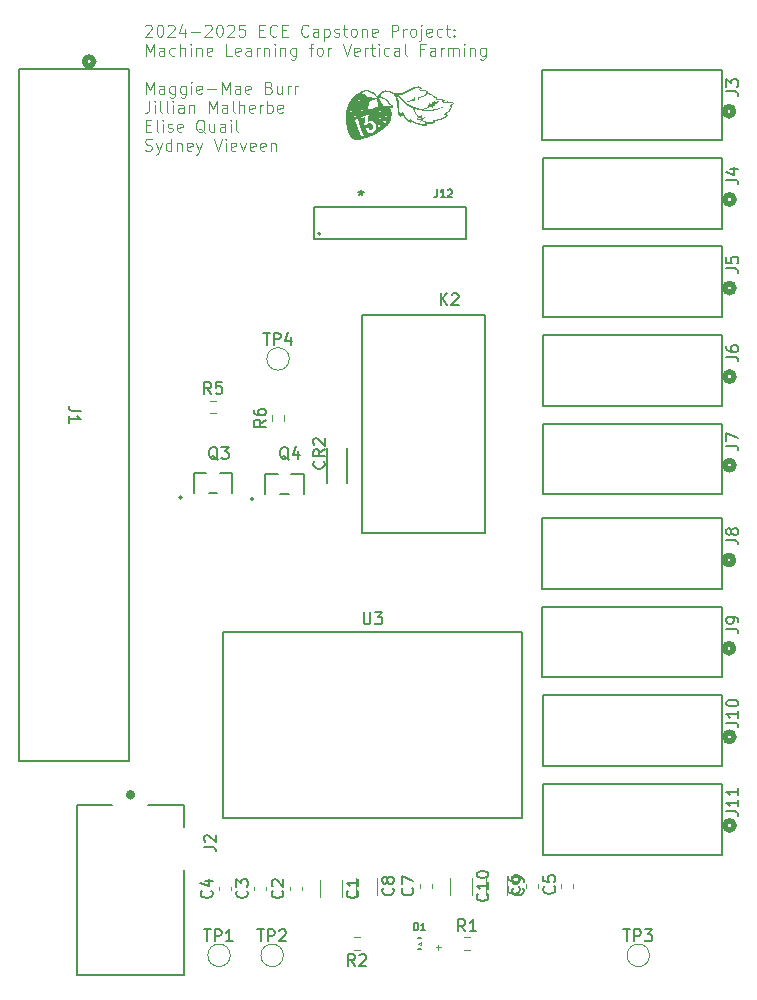
<source format=gbr>
%TF.GenerationSoftware,KiCad,Pcbnew,8.0.8*%
%TF.CreationDate,2025-02-04T22:00:34-05:00*%
%TF.ProjectId,lysimeter-pcb,6c797369-6d65-4746-9572-2d7063622e6b,rev?*%
%TF.SameCoordinates,Original*%
%TF.FileFunction,Legend,Top*%
%TF.FilePolarity,Positive*%
%FSLAX46Y46*%
G04 Gerber Fmt 4.6, Leading zero omitted, Abs format (unit mm)*
G04 Created by KiCad (PCBNEW 8.0.8) date 2025-02-04 22:00:34*
%MOMM*%
%LPD*%
G01*
G04 APERTURE LIST*
%ADD10C,0.100000*%
%ADD11C,0.150000*%
%ADD12C,0.120000*%
%ADD13C,0.127000*%
%ADD14C,0.400000*%
%ADD15C,0.152400*%
%ADD16C,0.508000*%
%ADD17C,0.200000*%
%ADD18C,0.000000*%
G04 APERTURE END LIST*
D10*
X130256265Y-58807993D02*
X130303884Y-58760374D01*
X130303884Y-58760374D02*
X130399122Y-58712755D01*
X130399122Y-58712755D02*
X130637217Y-58712755D01*
X130637217Y-58712755D02*
X130732455Y-58760374D01*
X130732455Y-58760374D02*
X130780074Y-58807993D01*
X130780074Y-58807993D02*
X130827693Y-58903231D01*
X130827693Y-58903231D02*
X130827693Y-58998469D01*
X130827693Y-58998469D02*
X130780074Y-59141326D01*
X130780074Y-59141326D02*
X130208646Y-59712755D01*
X130208646Y-59712755D02*
X130827693Y-59712755D01*
X131446741Y-58712755D02*
X131541979Y-58712755D01*
X131541979Y-58712755D02*
X131637217Y-58760374D01*
X131637217Y-58760374D02*
X131684836Y-58807993D01*
X131684836Y-58807993D02*
X131732455Y-58903231D01*
X131732455Y-58903231D02*
X131780074Y-59093707D01*
X131780074Y-59093707D02*
X131780074Y-59331802D01*
X131780074Y-59331802D02*
X131732455Y-59522278D01*
X131732455Y-59522278D02*
X131684836Y-59617516D01*
X131684836Y-59617516D02*
X131637217Y-59665136D01*
X131637217Y-59665136D02*
X131541979Y-59712755D01*
X131541979Y-59712755D02*
X131446741Y-59712755D01*
X131446741Y-59712755D02*
X131351503Y-59665136D01*
X131351503Y-59665136D02*
X131303884Y-59617516D01*
X131303884Y-59617516D02*
X131256265Y-59522278D01*
X131256265Y-59522278D02*
X131208646Y-59331802D01*
X131208646Y-59331802D02*
X131208646Y-59093707D01*
X131208646Y-59093707D02*
X131256265Y-58903231D01*
X131256265Y-58903231D02*
X131303884Y-58807993D01*
X131303884Y-58807993D02*
X131351503Y-58760374D01*
X131351503Y-58760374D02*
X131446741Y-58712755D01*
X132161027Y-58807993D02*
X132208646Y-58760374D01*
X132208646Y-58760374D02*
X132303884Y-58712755D01*
X132303884Y-58712755D02*
X132541979Y-58712755D01*
X132541979Y-58712755D02*
X132637217Y-58760374D01*
X132637217Y-58760374D02*
X132684836Y-58807993D01*
X132684836Y-58807993D02*
X132732455Y-58903231D01*
X132732455Y-58903231D02*
X132732455Y-58998469D01*
X132732455Y-58998469D02*
X132684836Y-59141326D01*
X132684836Y-59141326D02*
X132113408Y-59712755D01*
X132113408Y-59712755D02*
X132732455Y-59712755D01*
X133589598Y-59046088D02*
X133589598Y-59712755D01*
X133351503Y-58665136D02*
X133113408Y-59379421D01*
X133113408Y-59379421D02*
X133732455Y-59379421D01*
X134113408Y-59331802D02*
X134875313Y-59331802D01*
X135303884Y-58807993D02*
X135351503Y-58760374D01*
X135351503Y-58760374D02*
X135446741Y-58712755D01*
X135446741Y-58712755D02*
X135684836Y-58712755D01*
X135684836Y-58712755D02*
X135780074Y-58760374D01*
X135780074Y-58760374D02*
X135827693Y-58807993D01*
X135827693Y-58807993D02*
X135875312Y-58903231D01*
X135875312Y-58903231D02*
X135875312Y-58998469D01*
X135875312Y-58998469D02*
X135827693Y-59141326D01*
X135827693Y-59141326D02*
X135256265Y-59712755D01*
X135256265Y-59712755D02*
X135875312Y-59712755D01*
X136494360Y-58712755D02*
X136589598Y-58712755D01*
X136589598Y-58712755D02*
X136684836Y-58760374D01*
X136684836Y-58760374D02*
X136732455Y-58807993D01*
X136732455Y-58807993D02*
X136780074Y-58903231D01*
X136780074Y-58903231D02*
X136827693Y-59093707D01*
X136827693Y-59093707D02*
X136827693Y-59331802D01*
X136827693Y-59331802D02*
X136780074Y-59522278D01*
X136780074Y-59522278D02*
X136732455Y-59617516D01*
X136732455Y-59617516D02*
X136684836Y-59665136D01*
X136684836Y-59665136D02*
X136589598Y-59712755D01*
X136589598Y-59712755D02*
X136494360Y-59712755D01*
X136494360Y-59712755D02*
X136399122Y-59665136D01*
X136399122Y-59665136D02*
X136351503Y-59617516D01*
X136351503Y-59617516D02*
X136303884Y-59522278D01*
X136303884Y-59522278D02*
X136256265Y-59331802D01*
X136256265Y-59331802D02*
X136256265Y-59093707D01*
X136256265Y-59093707D02*
X136303884Y-58903231D01*
X136303884Y-58903231D02*
X136351503Y-58807993D01*
X136351503Y-58807993D02*
X136399122Y-58760374D01*
X136399122Y-58760374D02*
X136494360Y-58712755D01*
X137208646Y-58807993D02*
X137256265Y-58760374D01*
X137256265Y-58760374D02*
X137351503Y-58712755D01*
X137351503Y-58712755D02*
X137589598Y-58712755D01*
X137589598Y-58712755D02*
X137684836Y-58760374D01*
X137684836Y-58760374D02*
X137732455Y-58807993D01*
X137732455Y-58807993D02*
X137780074Y-58903231D01*
X137780074Y-58903231D02*
X137780074Y-58998469D01*
X137780074Y-58998469D02*
X137732455Y-59141326D01*
X137732455Y-59141326D02*
X137161027Y-59712755D01*
X137161027Y-59712755D02*
X137780074Y-59712755D01*
X138684836Y-58712755D02*
X138208646Y-58712755D01*
X138208646Y-58712755D02*
X138161027Y-59188945D01*
X138161027Y-59188945D02*
X138208646Y-59141326D01*
X138208646Y-59141326D02*
X138303884Y-59093707D01*
X138303884Y-59093707D02*
X138541979Y-59093707D01*
X138541979Y-59093707D02*
X138637217Y-59141326D01*
X138637217Y-59141326D02*
X138684836Y-59188945D01*
X138684836Y-59188945D02*
X138732455Y-59284183D01*
X138732455Y-59284183D02*
X138732455Y-59522278D01*
X138732455Y-59522278D02*
X138684836Y-59617516D01*
X138684836Y-59617516D02*
X138637217Y-59665136D01*
X138637217Y-59665136D02*
X138541979Y-59712755D01*
X138541979Y-59712755D02*
X138303884Y-59712755D01*
X138303884Y-59712755D02*
X138208646Y-59665136D01*
X138208646Y-59665136D02*
X138161027Y-59617516D01*
X139922932Y-59188945D02*
X140256265Y-59188945D01*
X140399122Y-59712755D02*
X139922932Y-59712755D01*
X139922932Y-59712755D02*
X139922932Y-58712755D01*
X139922932Y-58712755D02*
X140399122Y-58712755D01*
X141399122Y-59617516D02*
X141351503Y-59665136D01*
X141351503Y-59665136D02*
X141208646Y-59712755D01*
X141208646Y-59712755D02*
X141113408Y-59712755D01*
X141113408Y-59712755D02*
X140970551Y-59665136D01*
X140970551Y-59665136D02*
X140875313Y-59569897D01*
X140875313Y-59569897D02*
X140827694Y-59474659D01*
X140827694Y-59474659D02*
X140780075Y-59284183D01*
X140780075Y-59284183D02*
X140780075Y-59141326D01*
X140780075Y-59141326D02*
X140827694Y-58950850D01*
X140827694Y-58950850D02*
X140875313Y-58855612D01*
X140875313Y-58855612D02*
X140970551Y-58760374D01*
X140970551Y-58760374D02*
X141113408Y-58712755D01*
X141113408Y-58712755D02*
X141208646Y-58712755D01*
X141208646Y-58712755D02*
X141351503Y-58760374D01*
X141351503Y-58760374D02*
X141399122Y-58807993D01*
X141827694Y-59188945D02*
X142161027Y-59188945D01*
X142303884Y-59712755D02*
X141827694Y-59712755D01*
X141827694Y-59712755D02*
X141827694Y-58712755D01*
X141827694Y-58712755D02*
X142303884Y-58712755D01*
X144065789Y-59617516D02*
X144018170Y-59665136D01*
X144018170Y-59665136D02*
X143875313Y-59712755D01*
X143875313Y-59712755D02*
X143780075Y-59712755D01*
X143780075Y-59712755D02*
X143637218Y-59665136D01*
X143637218Y-59665136D02*
X143541980Y-59569897D01*
X143541980Y-59569897D02*
X143494361Y-59474659D01*
X143494361Y-59474659D02*
X143446742Y-59284183D01*
X143446742Y-59284183D02*
X143446742Y-59141326D01*
X143446742Y-59141326D02*
X143494361Y-58950850D01*
X143494361Y-58950850D02*
X143541980Y-58855612D01*
X143541980Y-58855612D02*
X143637218Y-58760374D01*
X143637218Y-58760374D02*
X143780075Y-58712755D01*
X143780075Y-58712755D02*
X143875313Y-58712755D01*
X143875313Y-58712755D02*
X144018170Y-58760374D01*
X144018170Y-58760374D02*
X144065789Y-58807993D01*
X144922932Y-59712755D02*
X144922932Y-59188945D01*
X144922932Y-59188945D02*
X144875313Y-59093707D01*
X144875313Y-59093707D02*
X144780075Y-59046088D01*
X144780075Y-59046088D02*
X144589599Y-59046088D01*
X144589599Y-59046088D02*
X144494361Y-59093707D01*
X144922932Y-59665136D02*
X144827694Y-59712755D01*
X144827694Y-59712755D02*
X144589599Y-59712755D01*
X144589599Y-59712755D02*
X144494361Y-59665136D01*
X144494361Y-59665136D02*
X144446742Y-59569897D01*
X144446742Y-59569897D02*
X144446742Y-59474659D01*
X144446742Y-59474659D02*
X144494361Y-59379421D01*
X144494361Y-59379421D02*
X144589599Y-59331802D01*
X144589599Y-59331802D02*
X144827694Y-59331802D01*
X144827694Y-59331802D02*
X144922932Y-59284183D01*
X145399123Y-59046088D02*
X145399123Y-60046088D01*
X145399123Y-59093707D02*
X145494361Y-59046088D01*
X145494361Y-59046088D02*
X145684837Y-59046088D01*
X145684837Y-59046088D02*
X145780075Y-59093707D01*
X145780075Y-59093707D02*
X145827694Y-59141326D01*
X145827694Y-59141326D02*
X145875313Y-59236564D01*
X145875313Y-59236564D02*
X145875313Y-59522278D01*
X145875313Y-59522278D02*
X145827694Y-59617516D01*
X145827694Y-59617516D02*
X145780075Y-59665136D01*
X145780075Y-59665136D02*
X145684837Y-59712755D01*
X145684837Y-59712755D02*
X145494361Y-59712755D01*
X145494361Y-59712755D02*
X145399123Y-59665136D01*
X146256266Y-59665136D02*
X146351504Y-59712755D01*
X146351504Y-59712755D02*
X146541980Y-59712755D01*
X146541980Y-59712755D02*
X146637218Y-59665136D01*
X146637218Y-59665136D02*
X146684837Y-59569897D01*
X146684837Y-59569897D02*
X146684837Y-59522278D01*
X146684837Y-59522278D02*
X146637218Y-59427040D01*
X146637218Y-59427040D02*
X146541980Y-59379421D01*
X146541980Y-59379421D02*
X146399123Y-59379421D01*
X146399123Y-59379421D02*
X146303885Y-59331802D01*
X146303885Y-59331802D02*
X146256266Y-59236564D01*
X146256266Y-59236564D02*
X146256266Y-59188945D01*
X146256266Y-59188945D02*
X146303885Y-59093707D01*
X146303885Y-59093707D02*
X146399123Y-59046088D01*
X146399123Y-59046088D02*
X146541980Y-59046088D01*
X146541980Y-59046088D02*
X146637218Y-59093707D01*
X146970552Y-59046088D02*
X147351504Y-59046088D01*
X147113409Y-58712755D02*
X147113409Y-59569897D01*
X147113409Y-59569897D02*
X147161028Y-59665136D01*
X147161028Y-59665136D02*
X147256266Y-59712755D01*
X147256266Y-59712755D02*
X147351504Y-59712755D01*
X147827695Y-59712755D02*
X147732457Y-59665136D01*
X147732457Y-59665136D02*
X147684838Y-59617516D01*
X147684838Y-59617516D02*
X147637219Y-59522278D01*
X147637219Y-59522278D02*
X147637219Y-59236564D01*
X147637219Y-59236564D02*
X147684838Y-59141326D01*
X147684838Y-59141326D02*
X147732457Y-59093707D01*
X147732457Y-59093707D02*
X147827695Y-59046088D01*
X147827695Y-59046088D02*
X147970552Y-59046088D01*
X147970552Y-59046088D02*
X148065790Y-59093707D01*
X148065790Y-59093707D02*
X148113409Y-59141326D01*
X148113409Y-59141326D02*
X148161028Y-59236564D01*
X148161028Y-59236564D02*
X148161028Y-59522278D01*
X148161028Y-59522278D02*
X148113409Y-59617516D01*
X148113409Y-59617516D02*
X148065790Y-59665136D01*
X148065790Y-59665136D02*
X147970552Y-59712755D01*
X147970552Y-59712755D02*
X147827695Y-59712755D01*
X148589600Y-59046088D02*
X148589600Y-59712755D01*
X148589600Y-59141326D02*
X148637219Y-59093707D01*
X148637219Y-59093707D02*
X148732457Y-59046088D01*
X148732457Y-59046088D02*
X148875314Y-59046088D01*
X148875314Y-59046088D02*
X148970552Y-59093707D01*
X148970552Y-59093707D02*
X149018171Y-59188945D01*
X149018171Y-59188945D02*
X149018171Y-59712755D01*
X149875314Y-59665136D02*
X149780076Y-59712755D01*
X149780076Y-59712755D02*
X149589600Y-59712755D01*
X149589600Y-59712755D02*
X149494362Y-59665136D01*
X149494362Y-59665136D02*
X149446743Y-59569897D01*
X149446743Y-59569897D02*
X149446743Y-59188945D01*
X149446743Y-59188945D02*
X149494362Y-59093707D01*
X149494362Y-59093707D02*
X149589600Y-59046088D01*
X149589600Y-59046088D02*
X149780076Y-59046088D01*
X149780076Y-59046088D02*
X149875314Y-59093707D01*
X149875314Y-59093707D02*
X149922933Y-59188945D01*
X149922933Y-59188945D02*
X149922933Y-59284183D01*
X149922933Y-59284183D02*
X149446743Y-59379421D01*
X151113410Y-59712755D02*
X151113410Y-58712755D01*
X151113410Y-58712755D02*
X151494362Y-58712755D01*
X151494362Y-58712755D02*
X151589600Y-58760374D01*
X151589600Y-58760374D02*
X151637219Y-58807993D01*
X151637219Y-58807993D02*
X151684838Y-58903231D01*
X151684838Y-58903231D02*
X151684838Y-59046088D01*
X151684838Y-59046088D02*
X151637219Y-59141326D01*
X151637219Y-59141326D02*
X151589600Y-59188945D01*
X151589600Y-59188945D02*
X151494362Y-59236564D01*
X151494362Y-59236564D02*
X151113410Y-59236564D01*
X152113410Y-59712755D02*
X152113410Y-59046088D01*
X152113410Y-59236564D02*
X152161029Y-59141326D01*
X152161029Y-59141326D02*
X152208648Y-59093707D01*
X152208648Y-59093707D02*
X152303886Y-59046088D01*
X152303886Y-59046088D02*
X152399124Y-59046088D01*
X152875315Y-59712755D02*
X152780077Y-59665136D01*
X152780077Y-59665136D02*
X152732458Y-59617516D01*
X152732458Y-59617516D02*
X152684839Y-59522278D01*
X152684839Y-59522278D02*
X152684839Y-59236564D01*
X152684839Y-59236564D02*
X152732458Y-59141326D01*
X152732458Y-59141326D02*
X152780077Y-59093707D01*
X152780077Y-59093707D02*
X152875315Y-59046088D01*
X152875315Y-59046088D02*
X153018172Y-59046088D01*
X153018172Y-59046088D02*
X153113410Y-59093707D01*
X153113410Y-59093707D02*
X153161029Y-59141326D01*
X153161029Y-59141326D02*
X153208648Y-59236564D01*
X153208648Y-59236564D02*
X153208648Y-59522278D01*
X153208648Y-59522278D02*
X153161029Y-59617516D01*
X153161029Y-59617516D02*
X153113410Y-59665136D01*
X153113410Y-59665136D02*
X153018172Y-59712755D01*
X153018172Y-59712755D02*
X152875315Y-59712755D01*
X153637220Y-59046088D02*
X153637220Y-59903231D01*
X153637220Y-59903231D02*
X153589601Y-59998469D01*
X153589601Y-59998469D02*
X153494363Y-60046088D01*
X153494363Y-60046088D02*
X153446744Y-60046088D01*
X153637220Y-58712755D02*
X153589601Y-58760374D01*
X153589601Y-58760374D02*
X153637220Y-58807993D01*
X153637220Y-58807993D02*
X153684839Y-58760374D01*
X153684839Y-58760374D02*
X153637220Y-58712755D01*
X153637220Y-58712755D02*
X153637220Y-58807993D01*
X154494362Y-59665136D02*
X154399124Y-59712755D01*
X154399124Y-59712755D02*
X154208648Y-59712755D01*
X154208648Y-59712755D02*
X154113410Y-59665136D01*
X154113410Y-59665136D02*
X154065791Y-59569897D01*
X154065791Y-59569897D02*
X154065791Y-59188945D01*
X154065791Y-59188945D02*
X154113410Y-59093707D01*
X154113410Y-59093707D02*
X154208648Y-59046088D01*
X154208648Y-59046088D02*
X154399124Y-59046088D01*
X154399124Y-59046088D02*
X154494362Y-59093707D01*
X154494362Y-59093707D02*
X154541981Y-59188945D01*
X154541981Y-59188945D02*
X154541981Y-59284183D01*
X154541981Y-59284183D02*
X154065791Y-59379421D01*
X155399124Y-59665136D02*
X155303886Y-59712755D01*
X155303886Y-59712755D02*
X155113410Y-59712755D01*
X155113410Y-59712755D02*
X155018172Y-59665136D01*
X155018172Y-59665136D02*
X154970553Y-59617516D01*
X154970553Y-59617516D02*
X154922934Y-59522278D01*
X154922934Y-59522278D02*
X154922934Y-59236564D01*
X154922934Y-59236564D02*
X154970553Y-59141326D01*
X154970553Y-59141326D02*
X155018172Y-59093707D01*
X155018172Y-59093707D02*
X155113410Y-59046088D01*
X155113410Y-59046088D02*
X155303886Y-59046088D01*
X155303886Y-59046088D02*
X155399124Y-59093707D01*
X155684839Y-59046088D02*
X156065791Y-59046088D01*
X155827696Y-58712755D02*
X155827696Y-59569897D01*
X155827696Y-59569897D02*
X155875315Y-59665136D01*
X155875315Y-59665136D02*
X155970553Y-59712755D01*
X155970553Y-59712755D02*
X156065791Y-59712755D01*
X156399125Y-59617516D02*
X156446744Y-59665136D01*
X156446744Y-59665136D02*
X156399125Y-59712755D01*
X156399125Y-59712755D02*
X156351506Y-59665136D01*
X156351506Y-59665136D02*
X156399125Y-59617516D01*
X156399125Y-59617516D02*
X156399125Y-59712755D01*
X156399125Y-59093707D02*
X156446744Y-59141326D01*
X156446744Y-59141326D02*
X156399125Y-59188945D01*
X156399125Y-59188945D02*
X156351506Y-59141326D01*
X156351506Y-59141326D02*
X156399125Y-59093707D01*
X156399125Y-59093707D02*
X156399125Y-59188945D01*
X130303884Y-61322699D02*
X130303884Y-60322699D01*
X130303884Y-60322699D02*
X130637217Y-61036984D01*
X130637217Y-61036984D02*
X130970550Y-60322699D01*
X130970550Y-60322699D02*
X130970550Y-61322699D01*
X131875312Y-61322699D02*
X131875312Y-60798889D01*
X131875312Y-60798889D02*
X131827693Y-60703651D01*
X131827693Y-60703651D02*
X131732455Y-60656032D01*
X131732455Y-60656032D02*
X131541979Y-60656032D01*
X131541979Y-60656032D02*
X131446741Y-60703651D01*
X131875312Y-61275080D02*
X131780074Y-61322699D01*
X131780074Y-61322699D02*
X131541979Y-61322699D01*
X131541979Y-61322699D02*
X131446741Y-61275080D01*
X131446741Y-61275080D02*
X131399122Y-61179841D01*
X131399122Y-61179841D02*
X131399122Y-61084603D01*
X131399122Y-61084603D02*
X131446741Y-60989365D01*
X131446741Y-60989365D02*
X131541979Y-60941746D01*
X131541979Y-60941746D02*
X131780074Y-60941746D01*
X131780074Y-60941746D02*
X131875312Y-60894127D01*
X132780074Y-61275080D02*
X132684836Y-61322699D01*
X132684836Y-61322699D02*
X132494360Y-61322699D01*
X132494360Y-61322699D02*
X132399122Y-61275080D01*
X132399122Y-61275080D02*
X132351503Y-61227460D01*
X132351503Y-61227460D02*
X132303884Y-61132222D01*
X132303884Y-61132222D02*
X132303884Y-60846508D01*
X132303884Y-60846508D02*
X132351503Y-60751270D01*
X132351503Y-60751270D02*
X132399122Y-60703651D01*
X132399122Y-60703651D02*
X132494360Y-60656032D01*
X132494360Y-60656032D02*
X132684836Y-60656032D01*
X132684836Y-60656032D02*
X132780074Y-60703651D01*
X133208646Y-61322699D02*
X133208646Y-60322699D01*
X133637217Y-61322699D02*
X133637217Y-60798889D01*
X133637217Y-60798889D02*
X133589598Y-60703651D01*
X133589598Y-60703651D02*
X133494360Y-60656032D01*
X133494360Y-60656032D02*
X133351503Y-60656032D01*
X133351503Y-60656032D02*
X133256265Y-60703651D01*
X133256265Y-60703651D02*
X133208646Y-60751270D01*
X134113408Y-61322699D02*
X134113408Y-60656032D01*
X134113408Y-60322699D02*
X134065789Y-60370318D01*
X134065789Y-60370318D02*
X134113408Y-60417937D01*
X134113408Y-60417937D02*
X134161027Y-60370318D01*
X134161027Y-60370318D02*
X134113408Y-60322699D01*
X134113408Y-60322699D02*
X134113408Y-60417937D01*
X134589598Y-60656032D02*
X134589598Y-61322699D01*
X134589598Y-60751270D02*
X134637217Y-60703651D01*
X134637217Y-60703651D02*
X134732455Y-60656032D01*
X134732455Y-60656032D02*
X134875312Y-60656032D01*
X134875312Y-60656032D02*
X134970550Y-60703651D01*
X134970550Y-60703651D02*
X135018169Y-60798889D01*
X135018169Y-60798889D02*
X135018169Y-61322699D01*
X135875312Y-61275080D02*
X135780074Y-61322699D01*
X135780074Y-61322699D02*
X135589598Y-61322699D01*
X135589598Y-61322699D02*
X135494360Y-61275080D01*
X135494360Y-61275080D02*
X135446741Y-61179841D01*
X135446741Y-61179841D02*
X135446741Y-60798889D01*
X135446741Y-60798889D02*
X135494360Y-60703651D01*
X135494360Y-60703651D02*
X135589598Y-60656032D01*
X135589598Y-60656032D02*
X135780074Y-60656032D01*
X135780074Y-60656032D02*
X135875312Y-60703651D01*
X135875312Y-60703651D02*
X135922931Y-60798889D01*
X135922931Y-60798889D02*
X135922931Y-60894127D01*
X135922931Y-60894127D02*
X135446741Y-60989365D01*
X137589598Y-61322699D02*
X137113408Y-61322699D01*
X137113408Y-61322699D02*
X137113408Y-60322699D01*
X138303884Y-61275080D02*
X138208646Y-61322699D01*
X138208646Y-61322699D02*
X138018170Y-61322699D01*
X138018170Y-61322699D02*
X137922932Y-61275080D01*
X137922932Y-61275080D02*
X137875313Y-61179841D01*
X137875313Y-61179841D02*
X137875313Y-60798889D01*
X137875313Y-60798889D02*
X137922932Y-60703651D01*
X137922932Y-60703651D02*
X138018170Y-60656032D01*
X138018170Y-60656032D02*
X138208646Y-60656032D01*
X138208646Y-60656032D02*
X138303884Y-60703651D01*
X138303884Y-60703651D02*
X138351503Y-60798889D01*
X138351503Y-60798889D02*
X138351503Y-60894127D01*
X138351503Y-60894127D02*
X137875313Y-60989365D01*
X139208646Y-61322699D02*
X139208646Y-60798889D01*
X139208646Y-60798889D02*
X139161027Y-60703651D01*
X139161027Y-60703651D02*
X139065789Y-60656032D01*
X139065789Y-60656032D02*
X138875313Y-60656032D01*
X138875313Y-60656032D02*
X138780075Y-60703651D01*
X139208646Y-61275080D02*
X139113408Y-61322699D01*
X139113408Y-61322699D02*
X138875313Y-61322699D01*
X138875313Y-61322699D02*
X138780075Y-61275080D01*
X138780075Y-61275080D02*
X138732456Y-61179841D01*
X138732456Y-61179841D02*
X138732456Y-61084603D01*
X138732456Y-61084603D02*
X138780075Y-60989365D01*
X138780075Y-60989365D02*
X138875313Y-60941746D01*
X138875313Y-60941746D02*
X139113408Y-60941746D01*
X139113408Y-60941746D02*
X139208646Y-60894127D01*
X139684837Y-61322699D02*
X139684837Y-60656032D01*
X139684837Y-60846508D02*
X139732456Y-60751270D01*
X139732456Y-60751270D02*
X139780075Y-60703651D01*
X139780075Y-60703651D02*
X139875313Y-60656032D01*
X139875313Y-60656032D02*
X139970551Y-60656032D01*
X140303885Y-60656032D02*
X140303885Y-61322699D01*
X140303885Y-60751270D02*
X140351504Y-60703651D01*
X140351504Y-60703651D02*
X140446742Y-60656032D01*
X140446742Y-60656032D02*
X140589599Y-60656032D01*
X140589599Y-60656032D02*
X140684837Y-60703651D01*
X140684837Y-60703651D02*
X140732456Y-60798889D01*
X140732456Y-60798889D02*
X140732456Y-61322699D01*
X141208647Y-61322699D02*
X141208647Y-60656032D01*
X141208647Y-60322699D02*
X141161028Y-60370318D01*
X141161028Y-60370318D02*
X141208647Y-60417937D01*
X141208647Y-60417937D02*
X141256266Y-60370318D01*
X141256266Y-60370318D02*
X141208647Y-60322699D01*
X141208647Y-60322699D02*
X141208647Y-60417937D01*
X141684837Y-60656032D02*
X141684837Y-61322699D01*
X141684837Y-60751270D02*
X141732456Y-60703651D01*
X141732456Y-60703651D02*
X141827694Y-60656032D01*
X141827694Y-60656032D02*
X141970551Y-60656032D01*
X141970551Y-60656032D02*
X142065789Y-60703651D01*
X142065789Y-60703651D02*
X142113408Y-60798889D01*
X142113408Y-60798889D02*
X142113408Y-61322699D01*
X143018170Y-60656032D02*
X143018170Y-61465556D01*
X143018170Y-61465556D02*
X142970551Y-61560794D01*
X142970551Y-61560794D02*
X142922932Y-61608413D01*
X142922932Y-61608413D02*
X142827694Y-61656032D01*
X142827694Y-61656032D02*
X142684837Y-61656032D01*
X142684837Y-61656032D02*
X142589599Y-61608413D01*
X143018170Y-61275080D02*
X142922932Y-61322699D01*
X142922932Y-61322699D02*
X142732456Y-61322699D01*
X142732456Y-61322699D02*
X142637218Y-61275080D01*
X142637218Y-61275080D02*
X142589599Y-61227460D01*
X142589599Y-61227460D02*
X142541980Y-61132222D01*
X142541980Y-61132222D02*
X142541980Y-60846508D01*
X142541980Y-60846508D02*
X142589599Y-60751270D01*
X142589599Y-60751270D02*
X142637218Y-60703651D01*
X142637218Y-60703651D02*
X142732456Y-60656032D01*
X142732456Y-60656032D02*
X142922932Y-60656032D01*
X142922932Y-60656032D02*
X143018170Y-60703651D01*
X144113409Y-60656032D02*
X144494361Y-60656032D01*
X144256266Y-61322699D02*
X144256266Y-60465556D01*
X144256266Y-60465556D02*
X144303885Y-60370318D01*
X144303885Y-60370318D02*
X144399123Y-60322699D01*
X144399123Y-60322699D02*
X144494361Y-60322699D01*
X144970552Y-61322699D02*
X144875314Y-61275080D01*
X144875314Y-61275080D02*
X144827695Y-61227460D01*
X144827695Y-61227460D02*
X144780076Y-61132222D01*
X144780076Y-61132222D02*
X144780076Y-60846508D01*
X144780076Y-60846508D02*
X144827695Y-60751270D01*
X144827695Y-60751270D02*
X144875314Y-60703651D01*
X144875314Y-60703651D02*
X144970552Y-60656032D01*
X144970552Y-60656032D02*
X145113409Y-60656032D01*
X145113409Y-60656032D02*
X145208647Y-60703651D01*
X145208647Y-60703651D02*
X145256266Y-60751270D01*
X145256266Y-60751270D02*
X145303885Y-60846508D01*
X145303885Y-60846508D02*
X145303885Y-61132222D01*
X145303885Y-61132222D02*
X145256266Y-61227460D01*
X145256266Y-61227460D02*
X145208647Y-61275080D01*
X145208647Y-61275080D02*
X145113409Y-61322699D01*
X145113409Y-61322699D02*
X144970552Y-61322699D01*
X145732457Y-61322699D02*
X145732457Y-60656032D01*
X145732457Y-60846508D02*
X145780076Y-60751270D01*
X145780076Y-60751270D02*
X145827695Y-60703651D01*
X145827695Y-60703651D02*
X145922933Y-60656032D01*
X145922933Y-60656032D02*
X146018171Y-60656032D01*
X146970553Y-60322699D02*
X147303886Y-61322699D01*
X147303886Y-61322699D02*
X147637219Y-60322699D01*
X148351505Y-61275080D02*
X148256267Y-61322699D01*
X148256267Y-61322699D02*
X148065791Y-61322699D01*
X148065791Y-61322699D02*
X147970553Y-61275080D01*
X147970553Y-61275080D02*
X147922934Y-61179841D01*
X147922934Y-61179841D02*
X147922934Y-60798889D01*
X147922934Y-60798889D02*
X147970553Y-60703651D01*
X147970553Y-60703651D02*
X148065791Y-60656032D01*
X148065791Y-60656032D02*
X148256267Y-60656032D01*
X148256267Y-60656032D02*
X148351505Y-60703651D01*
X148351505Y-60703651D02*
X148399124Y-60798889D01*
X148399124Y-60798889D02*
X148399124Y-60894127D01*
X148399124Y-60894127D02*
X147922934Y-60989365D01*
X148827696Y-61322699D02*
X148827696Y-60656032D01*
X148827696Y-60846508D02*
X148875315Y-60751270D01*
X148875315Y-60751270D02*
X148922934Y-60703651D01*
X148922934Y-60703651D02*
X149018172Y-60656032D01*
X149018172Y-60656032D02*
X149113410Y-60656032D01*
X149303887Y-60656032D02*
X149684839Y-60656032D01*
X149446744Y-60322699D02*
X149446744Y-61179841D01*
X149446744Y-61179841D02*
X149494363Y-61275080D01*
X149494363Y-61275080D02*
X149589601Y-61322699D01*
X149589601Y-61322699D02*
X149684839Y-61322699D01*
X150018173Y-61322699D02*
X150018173Y-60656032D01*
X150018173Y-60322699D02*
X149970554Y-60370318D01*
X149970554Y-60370318D02*
X150018173Y-60417937D01*
X150018173Y-60417937D02*
X150065792Y-60370318D01*
X150065792Y-60370318D02*
X150018173Y-60322699D01*
X150018173Y-60322699D02*
X150018173Y-60417937D01*
X150922934Y-61275080D02*
X150827696Y-61322699D01*
X150827696Y-61322699D02*
X150637220Y-61322699D01*
X150637220Y-61322699D02*
X150541982Y-61275080D01*
X150541982Y-61275080D02*
X150494363Y-61227460D01*
X150494363Y-61227460D02*
X150446744Y-61132222D01*
X150446744Y-61132222D02*
X150446744Y-60846508D01*
X150446744Y-60846508D02*
X150494363Y-60751270D01*
X150494363Y-60751270D02*
X150541982Y-60703651D01*
X150541982Y-60703651D02*
X150637220Y-60656032D01*
X150637220Y-60656032D02*
X150827696Y-60656032D01*
X150827696Y-60656032D02*
X150922934Y-60703651D01*
X151780077Y-61322699D02*
X151780077Y-60798889D01*
X151780077Y-60798889D02*
X151732458Y-60703651D01*
X151732458Y-60703651D02*
X151637220Y-60656032D01*
X151637220Y-60656032D02*
X151446744Y-60656032D01*
X151446744Y-60656032D02*
X151351506Y-60703651D01*
X151780077Y-61275080D02*
X151684839Y-61322699D01*
X151684839Y-61322699D02*
X151446744Y-61322699D01*
X151446744Y-61322699D02*
X151351506Y-61275080D01*
X151351506Y-61275080D02*
X151303887Y-61179841D01*
X151303887Y-61179841D02*
X151303887Y-61084603D01*
X151303887Y-61084603D02*
X151351506Y-60989365D01*
X151351506Y-60989365D02*
X151446744Y-60941746D01*
X151446744Y-60941746D02*
X151684839Y-60941746D01*
X151684839Y-60941746D02*
X151780077Y-60894127D01*
X152399125Y-61322699D02*
X152303887Y-61275080D01*
X152303887Y-61275080D02*
X152256268Y-61179841D01*
X152256268Y-61179841D02*
X152256268Y-60322699D01*
X153875316Y-60798889D02*
X153541983Y-60798889D01*
X153541983Y-61322699D02*
X153541983Y-60322699D01*
X153541983Y-60322699D02*
X154018173Y-60322699D01*
X154827697Y-61322699D02*
X154827697Y-60798889D01*
X154827697Y-60798889D02*
X154780078Y-60703651D01*
X154780078Y-60703651D02*
X154684840Y-60656032D01*
X154684840Y-60656032D02*
X154494364Y-60656032D01*
X154494364Y-60656032D02*
X154399126Y-60703651D01*
X154827697Y-61275080D02*
X154732459Y-61322699D01*
X154732459Y-61322699D02*
X154494364Y-61322699D01*
X154494364Y-61322699D02*
X154399126Y-61275080D01*
X154399126Y-61275080D02*
X154351507Y-61179841D01*
X154351507Y-61179841D02*
X154351507Y-61084603D01*
X154351507Y-61084603D02*
X154399126Y-60989365D01*
X154399126Y-60989365D02*
X154494364Y-60941746D01*
X154494364Y-60941746D02*
X154732459Y-60941746D01*
X154732459Y-60941746D02*
X154827697Y-60894127D01*
X155303888Y-61322699D02*
X155303888Y-60656032D01*
X155303888Y-60846508D02*
X155351507Y-60751270D01*
X155351507Y-60751270D02*
X155399126Y-60703651D01*
X155399126Y-60703651D02*
X155494364Y-60656032D01*
X155494364Y-60656032D02*
X155589602Y-60656032D01*
X155922936Y-61322699D02*
X155922936Y-60656032D01*
X155922936Y-60751270D02*
X155970555Y-60703651D01*
X155970555Y-60703651D02*
X156065793Y-60656032D01*
X156065793Y-60656032D02*
X156208650Y-60656032D01*
X156208650Y-60656032D02*
X156303888Y-60703651D01*
X156303888Y-60703651D02*
X156351507Y-60798889D01*
X156351507Y-60798889D02*
X156351507Y-61322699D01*
X156351507Y-60798889D02*
X156399126Y-60703651D01*
X156399126Y-60703651D02*
X156494364Y-60656032D01*
X156494364Y-60656032D02*
X156637221Y-60656032D01*
X156637221Y-60656032D02*
X156732460Y-60703651D01*
X156732460Y-60703651D02*
X156780079Y-60798889D01*
X156780079Y-60798889D02*
X156780079Y-61322699D01*
X157256269Y-61322699D02*
X157256269Y-60656032D01*
X157256269Y-60322699D02*
X157208650Y-60370318D01*
X157208650Y-60370318D02*
X157256269Y-60417937D01*
X157256269Y-60417937D02*
X157303888Y-60370318D01*
X157303888Y-60370318D02*
X157256269Y-60322699D01*
X157256269Y-60322699D02*
X157256269Y-60417937D01*
X157732459Y-60656032D02*
X157732459Y-61322699D01*
X157732459Y-60751270D02*
X157780078Y-60703651D01*
X157780078Y-60703651D02*
X157875316Y-60656032D01*
X157875316Y-60656032D02*
X158018173Y-60656032D01*
X158018173Y-60656032D02*
X158113411Y-60703651D01*
X158113411Y-60703651D02*
X158161030Y-60798889D01*
X158161030Y-60798889D02*
X158161030Y-61322699D01*
X159065792Y-60656032D02*
X159065792Y-61465556D01*
X159065792Y-61465556D02*
X159018173Y-61560794D01*
X159018173Y-61560794D02*
X158970554Y-61608413D01*
X158970554Y-61608413D02*
X158875316Y-61656032D01*
X158875316Y-61656032D02*
X158732459Y-61656032D01*
X158732459Y-61656032D02*
X158637221Y-61608413D01*
X159065792Y-61275080D02*
X158970554Y-61322699D01*
X158970554Y-61322699D02*
X158780078Y-61322699D01*
X158780078Y-61322699D02*
X158684840Y-61275080D01*
X158684840Y-61275080D02*
X158637221Y-61227460D01*
X158637221Y-61227460D02*
X158589602Y-61132222D01*
X158589602Y-61132222D02*
X158589602Y-60846508D01*
X158589602Y-60846508D02*
X158637221Y-60751270D01*
X158637221Y-60751270D02*
X158684840Y-60703651D01*
X158684840Y-60703651D02*
X158780078Y-60656032D01*
X158780078Y-60656032D02*
X158970554Y-60656032D01*
X158970554Y-60656032D02*
X159065792Y-60703651D01*
X130303884Y-64542587D02*
X130303884Y-63542587D01*
X130303884Y-63542587D02*
X130637217Y-64256872D01*
X130637217Y-64256872D02*
X130970550Y-63542587D01*
X130970550Y-63542587D02*
X130970550Y-64542587D01*
X131875312Y-64542587D02*
X131875312Y-64018777D01*
X131875312Y-64018777D02*
X131827693Y-63923539D01*
X131827693Y-63923539D02*
X131732455Y-63875920D01*
X131732455Y-63875920D02*
X131541979Y-63875920D01*
X131541979Y-63875920D02*
X131446741Y-63923539D01*
X131875312Y-64494968D02*
X131780074Y-64542587D01*
X131780074Y-64542587D02*
X131541979Y-64542587D01*
X131541979Y-64542587D02*
X131446741Y-64494968D01*
X131446741Y-64494968D02*
X131399122Y-64399729D01*
X131399122Y-64399729D02*
X131399122Y-64304491D01*
X131399122Y-64304491D02*
X131446741Y-64209253D01*
X131446741Y-64209253D02*
X131541979Y-64161634D01*
X131541979Y-64161634D02*
X131780074Y-64161634D01*
X131780074Y-64161634D02*
X131875312Y-64114015D01*
X132780074Y-63875920D02*
X132780074Y-64685444D01*
X132780074Y-64685444D02*
X132732455Y-64780682D01*
X132732455Y-64780682D02*
X132684836Y-64828301D01*
X132684836Y-64828301D02*
X132589598Y-64875920D01*
X132589598Y-64875920D02*
X132446741Y-64875920D01*
X132446741Y-64875920D02*
X132351503Y-64828301D01*
X132780074Y-64494968D02*
X132684836Y-64542587D01*
X132684836Y-64542587D02*
X132494360Y-64542587D01*
X132494360Y-64542587D02*
X132399122Y-64494968D01*
X132399122Y-64494968D02*
X132351503Y-64447348D01*
X132351503Y-64447348D02*
X132303884Y-64352110D01*
X132303884Y-64352110D02*
X132303884Y-64066396D01*
X132303884Y-64066396D02*
X132351503Y-63971158D01*
X132351503Y-63971158D02*
X132399122Y-63923539D01*
X132399122Y-63923539D02*
X132494360Y-63875920D01*
X132494360Y-63875920D02*
X132684836Y-63875920D01*
X132684836Y-63875920D02*
X132780074Y-63923539D01*
X133684836Y-63875920D02*
X133684836Y-64685444D01*
X133684836Y-64685444D02*
X133637217Y-64780682D01*
X133637217Y-64780682D02*
X133589598Y-64828301D01*
X133589598Y-64828301D02*
X133494360Y-64875920D01*
X133494360Y-64875920D02*
X133351503Y-64875920D01*
X133351503Y-64875920D02*
X133256265Y-64828301D01*
X133684836Y-64494968D02*
X133589598Y-64542587D01*
X133589598Y-64542587D02*
X133399122Y-64542587D01*
X133399122Y-64542587D02*
X133303884Y-64494968D01*
X133303884Y-64494968D02*
X133256265Y-64447348D01*
X133256265Y-64447348D02*
X133208646Y-64352110D01*
X133208646Y-64352110D02*
X133208646Y-64066396D01*
X133208646Y-64066396D02*
X133256265Y-63971158D01*
X133256265Y-63971158D02*
X133303884Y-63923539D01*
X133303884Y-63923539D02*
X133399122Y-63875920D01*
X133399122Y-63875920D02*
X133589598Y-63875920D01*
X133589598Y-63875920D02*
X133684836Y-63923539D01*
X134161027Y-64542587D02*
X134161027Y-63875920D01*
X134161027Y-63542587D02*
X134113408Y-63590206D01*
X134113408Y-63590206D02*
X134161027Y-63637825D01*
X134161027Y-63637825D02*
X134208646Y-63590206D01*
X134208646Y-63590206D02*
X134161027Y-63542587D01*
X134161027Y-63542587D02*
X134161027Y-63637825D01*
X135018169Y-64494968D02*
X134922931Y-64542587D01*
X134922931Y-64542587D02*
X134732455Y-64542587D01*
X134732455Y-64542587D02*
X134637217Y-64494968D01*
X134637217Y-64494968D02*
X134589598Y-64399729D01*
X134589598Y-64399729D02*
X134589598Y-64018777D01*
X134589598Y-64018777D02*
X134637217Y-63923539D01*
X134637217Y-63923539D02*
X134732455Y-63875920D01*
X134732455Y-63875920D02*
X134922931Y-63875920D01*
X134922931Y-63875920D02*
X135018169Y-63923539D01*
X135018169Y-63923539D02*
X135065788Y-64018777D01*
X135065788Y-64018777D02*
X135065788Y-64114015D01*
X135065788Y-64114015D02*
X134589598Y-64209253D01*
X135494360Y-64161634D02*
X136256265Y-64161634D01*
X136732455Y-64542587D02*
X136732455Y-63542587D01*
X136732455Y-63542587D02*
X137065788Y-64256872D01*
X137065788Y-64256872D02*
X137399121Y-63542587D01*
X137399121Y-63542587D02*
X137399121Y-64542587D01*
X138303883Y-64542587D02*
X138303883Y-64018777D01*
X138303883Y-64018777D02*
X138256264Y-63923539D01*
X138256264Y-63923539D02*
X138161026Y-63875920D01*
X138161026Y-63875920D02*
X137970550Y-63875920D01*
X137970550Y-63875920D02*
X137875312Y-63923539D01*
X138303883Y-64494968D02*
X138208645Y-64542587D01*
X138208645Y-64542587D02*
X137970550Y-64542587D01*
X137970550Y-64542587D02*
X137875312Y-64494968D01*
X137875312Y-64494968D02*
X137827693Y-64399729D01*
X137827693Y-64399729D02*
X137827693Y-64304491D01*
X137827693Y-64304491D02*
X137875312Y-64209253D01*
X137875312Y-64209253D02*
X137970550Y-64161634D01*
X137970550Y-64161634D02*
X138208645Y-64161634D01*
X138208645Y-64161634D02*
X138303883Y-64114015D01*
X139161026Y-64494968D02*
X139065788Y-64542587D01*
X139065788Y-64542587D02*
X138875312Y-64542587D01*
X138875312Y-64542587D02*
X138780074Y-64494968D01*
X138780074Y-64494968D02*
X138732455Y-64399729D01*
X138732455Y-64399729D02*
X138732455Y-64018777D01*
X138732455Y-64018777D02*
X138780074Y-63923539D01*
X138780074Y-63923539D02*
X138875312Y-63875920D01*
X138875312Y-63875920D02*
X139065788Y-63875920D01*
X139065788Y-63875920D02*
X139161026Y-63923539D01*
X139161026Y-63923539D02*
X139208645Y-64018777D01*
X139208645Y-64018777D02*
X139208645Y-64114015D01*
X139208645Y-64114015D02*
X138732455Y-64209253D01*
X140732455Y-64018777D02*
X140875312Y-64066396D01*
X140875312Y-64066396D02*
X140922931Y-64114015D01*
X140922931Y-64114015D02*
X140970550Y-64209253D01*
X140970550Y-64209253D02*
X140970550Y-64352110D01*
X140970550Y-64352110D02*
X140922931Y-64447348D01*
X140922931Y-64447348D02*
X140875312Y-64494968D01*
X140875312Y-64494968D02*
X140780074Y-64542587D01*
X140780074Y-64542587D02*
X140399122Y-64542587D01*
X140399122Y-64542587D02*
X140399122Y-63542587D01*
X140399122Y-63542587D02*
X140732455Y-63542587D01*
X140732455Y-63542587D02*
X140827693Y-63590206D01*
X140827693Y-63590206D02*
X140875312Y-63637825D01*
X140875312Y-63637825D02*
X140922931Y-63733063D01*
X140922931Y-63733063D02*
X140922931Y-63828301D01*
X140922931Y-63828301D02*
X140875312Y-63923539D01*
X140875312Y-63923539D02*
X140827693Y-63971158D01*
X140827693Y-63971158D02*
X140732455Y-64018777D01*
X140732455Y-64018777D02*
X140399122Y-64018777D01*
X141827693Y-63875920D02*
X141827693Y-64542587D01*
X141399122Y-63875920D02*
X141399122Y-64399729D01*
X141399122Y-64399729D02*
X141446741Y-64494968D01*
X141446741Y-64494968D02*
X141541979Y-64542587D01*
X141541979Y-64542587D02*
X141684836Y-64542587D01*
X141684836Y-64542587D02*
X141780074Y-64494968D01*
X141780074Y-64494968D02*
X141827693Y-64447348D01*
X142303884Y-64542587D02*
X142303884Y-63875920D01*
X142303884Y-64066396D02*
X142351503Y-63971158D01*
X142351503Y-63971158D02*
X142399122Y-63923539D01*
X142399122Y-63923539D02*
X142494360Y-63875920D01*
X142494360Y-63875920D02*
X142589598Y-63875920D01*
X142922932Y-64542587D02*
X142922932Y-63875920D01*
X142922932Y-64066396D02*
X142970551Y-63971158D01*
X142970551Y-63971158D02*
X143018170Y-63923539D01*
X143018170Y-63923539D02*
X143113408Y-63875920D01*
X143113408Y-63875920D02*
X143208646Y-63875920D01*
X130589598Y-65152531D02*
X130589598Y-65866816D01*
X130589598Y-65866816D02*
X130541979Y-66009673D01*
X130541979Y-66009673D02*
X130446741Y-66104912D01*
X130446741Y-66104912D02*
X130303884Y-66152531D01*
X130303884Y-66152531D02*
X130208646Y-66152531D01*
X131065789Y-66152531D02*
X131065789Y-65485864D01*
X131065789Y-65152531D02*
X131018170Y-65200150D01*
X131018170Y-65200150D02*
X131065789Y-65247769D01*
X131065789Y-65247769D02*
X131113408Y-65200150D01*
X131113408Y-65200150D02*
X131065789Y-65152531D01*
X131065789Y-65152531D02*
X131065789Y-65247769D01*
X131684836Y-66152531D02*
X131589598Y-66104912D01*
X131589598Y-66104912D02*
X131541979Y-66009673D01*
X131541979Y-66009673D02*
X131541979Y-65152531D01*
X132208646Y-66152531D02*
X132113408Y-66104912D01*
X132113408Y-66104912D02*
X132065789Y-66009673D01*
X132065789Y-66009673D02*
X132065789Y-65152531D01*
X132589599Y-66152531D02*
X132589599Y-65485864D01*
X132589599Y-65152531D02*
X132541980Y-65200150D01*
X132541980Y-65200150D02*
X132589599Y-65247769D01*
X132589599Y-65247769D02*
X132637218Y-65200150D01*
X132637218Y-65200150D02*
X132589599Y-65152531D01*
X132589599Y-65152531D02*
X132589599Y-65247769D01*
X133494360Y-66152531D02*
X133494360Y-65628721D01*
X133494360Y-65628721D02*
X133446741Y-65533483D01*
X133446741Y-65533483D02*
X133351503Y-65485864D01*
X133351503Y-65485864D02*
X133161027Y-65485864D01*
X133161027Y-65485864D02*
X133065789Y-65533483D01*
X133494360Y-66104912D02*
X133399122Y-66152531D01*
X133399122Y-66152531D02*
X133161027Y-66152531D01*
X133161027Y-66152531D02*
X133065789Y-66104912D01*
X133065789Y-66104912D02*
X133018170Y-66009673D01*
X133018170Y-66009673D02*
X133018170Y-65914435D01*
X133018170Y-65914435D02*
X133065789Y-65819197D01*
X133065789Y-65819197D02*
X133161027Y-65771578D01*
X133161027Y-65771578D02*
X133399122Y-65771578D01*
X133399122Y-65771578D02*
X133494360Y-65723959D01*
X133970551Y-65485864D02*
X133970551Y-66152531D01*
X133970551Y-65581102D02*
X134018170Y-65533483D01*
X134018170Y-65533483D02*
X134113408Y-65485864D01*
X134113408Y-65485864D02*
X134256265Y-65485864D01*
X134256265Y-65485864D02*
X134351503Y-65533483D01*
X134351503Y-65533483D02*
X134399122Y-65628721D01*
X134399122Y-65628721D02*
X134399122Y-66152531D01*
X135637218Y-66152531D02*
X135637218Y-65152531D01*
X135637218Y-65152531D02*
X135970551Y-65866816D01*
X135970551Y-65866816D02*
X136303884Y-65152531D01*
X136303884Y-65152531D02*
X136303884Y-66152531D01*
X137208646Y-66152531D02*
X137208646Y-65628721D01*
X137208646Y-65628721D02*
X137161027Y-65533483D01*
X137161027Y-65533483D02*
X137065789Y-65485864D01*
X137065789Y-65485864D02*
X136875313Y-65485864D01*
X136875313Y-65485864D02*
X136780075Y-65533483D01*
X137208646Y-66104912D02*
X137113408Y-66152531D01*
X137113408Y-66152531D02*
X136875313Y-66152531D01*
X136875313Y-66152531D02*
X136780075Y-66104912D01*
X136780075Y-66104912D02*
X136732456Y-66009673D01*
X136732456Y-66009673D02*
X136732456Y-65914435D01*
X136732456Y-65914435D02*
X136780075Y-65819197D01*
X136780075Y-65819197D02*
X136875313Y-65771578D01*
X136875313Y-65771578D02*
X137113408Y-65771578D01*
X137113408Y-65771578D02*
X137208646Y-65723959D01*
X137827694Y-66152531D02*
X137732456Y-66104912D01*
X137732456Y-66104912D02*
X137684837Y-66009673D01*
X137684837Y-66009673D02*
X137684837Y-65152531D01*
X138208647Y-66152531D02*
X138208647Y-65152531D01*
X138637218Y-66152531D02*
X138637218Y-65628721D01*
X138637218Y-65628721D02*
X138589599Y-65533483D01*
X138589599Y-65533483D02*
X138494361Y-65485864D01*
X138494361Y-65485864D02*
X138351504Y-65485864D01*
X138351504Y-65485864D02*
X138256266Y-65533483D01*
X138256266Y-65533483D02*
X138208647Y-65581102D01*
X139494361Y-66104912D02*
X139399123Y-66152531D01*
X139399123Y-66152531D02*
X139208647Y-66152531D01*
X139208647Y-66152531D02*
X139113409Y-66104912D01*
X139113409Y-66104912D02*
X139065790Y-66009673D01*
X139065790Y-66009673D02*
X139065790Y-65628721D01*
X139065790Y-65628721D02*
X139113409Y-65533483D01*
X139113409Y-65533483D02*
X139208647Y-65485864D01*
X139208647Y-65485864D02*
X139399123Y-65485864D01*
X139399123Y-65485864D02*
X139494361Y-65533483D01*
X139494361Y-65533483D02*
X139541980Y-65628721D01*
X139541980Y-65628721D02*
X139541980Y-65723959D01*
X139541980Y-65723959D02*
X139065790Y-65819197D01*
X139970552Y-66152531D02*
X139970552Y-65485864D01*
X139970552Y-65676340D02*
X140018171Y-65581102D01*
X140018171Y-65581102D02*
X140065790Y-65533483D01*
X140065790Y-65533483D02*
X140161028Y-65485864D01*
X140161028Y-65485864D02*
X140256266Y-65485864D01*
X140589600Y-66152531D02*
X140589600Y-65152531D01*
X140589600Y-65533483D02*
X140684838Y-65485864D01*
X140684838Y-65485864D02*
X140875314Y-65485864D01*
X140875314Y-65485864D02*
X140970552Y-65533483D01*
X140970552Y-65533483D02*
X141018171Y-65581102D01*
X141018171Y-65581102D02*
X141065790Y-65676340D01*
X141065790Y-65676340D02*
X141065790Y-65962054D01*
X141065790Y-65962054D02*
X141018171Y-66057292D01*
X141018171Y-66057292D02*
X140970552Y-66104912D01*
X140970552Y-66104912D02*
X140875314Y-66152531D01*
X140875314Y-66152531D02*
X140684838Y-66152531D01*
X140684838Y-66152531D02*
X140589600Y-66104912D01*
X141875314Y-66104912D02*
X141780076Y-66152531D01*
X141780076Y-66152531D02*
X141589600Y-66152531D01*
X141589600Y-66152531D02*
X141494362Y-66104912D01*
X141494362Y-66104912D02*
X141446743Y-66009673D01*
X141446743Y-66009673D02*
X141446743Y-65628721D01*
X141446743Y-65628721D02*
X141494362Y-65533483D01*
X141494362Y-65533483D02*
X141589600Y-65485864D01*
X141589600Y-65485864D02*
X141780076Y-65485864D01*
X141780076Y-65485864D02*
X141875314Y-65533483D01*
X141875314Y-65533483D02*
X141922933Y-65628721D01*
X141922933Y-65628721D02*
X141922933Y-65723959D01*
X141922933Y-65723959D02*
X141446743Y-65819197D01*
X130303884Y-67238665D02*
X130637217Y-67238665D01*
X130780074Y-67762475D02*
X130303884Y-67762475D01*
X130303884Y-67762475D02*
X130303884Y-66762475D01*
X130303884Y-66762475D02*
X130780074Y-66762475D01*
X131351503Y-67762475D02*
X131256265Y-67714856D01*
X131256265Y-67714856D02*
X131208646Y-67619617D01*
X131208646Y-67619617D02*
X131208646Y-66762475D01*
X131732456Y-67762475D02*
X131732456Y-67095808D01*
X131732456Y-66762475D02*
X131684837Y-66810094D01*
X131684837Y-66810094D02*
X131732456Y-66857713D01*
X131732456Y-66857713D02*
X131780075Y-66810094D01*
X131780075Y-66810094D02*
X131732456Y-66762475D01*
X131732456Y-66762475D02*
X131732456Y-66857713D01*
X132161027Y-67714856D02*
X132256265Y-67762475D01*
X132256265Y-67762475D02*
X132446741Y-67762475D01*
X132446741Y-67762475D02*
X132541979Y-67714856D01*
X132541979Y-67714856D02*
X132589598Y-67619617D01*
X132589598Y-67619617D02*
X132589598Y-67571998D01*
X132589598Y-67571998D02*
X132541979Y-67476760D01*
X132541979Y-67476760D02*
X132446741Y-67429141D01*
X132446741Y-67429141D02*
X132303884Y-67429141D01*
X132303884Y-67429141D02*
X132208646Y-67381522D01*
X132208646Y-67381522D02*
X132161027Y-67286284D01*
X132161027Y-67286284D02*
X132161027Y-67238665D01*
X132161027Y-67238665D02*
X132208646Y-67143427D01*
X132208646Y-67143427D02*
X132303884Y-67095808D01*
X132303884Y-67095808D02*
X132446741Y-67095808D01*
X132446741Y-67095808D02*
X132541979Y-67143427D01*
X133399122Y-67714856D02*
X133303884Y-67762475D01*
X133303884Y-67762475D02*
X133113408Y-67762475D01*
X133113408Y-67762475D02*
X133018170Y-67714856D01*
X133018170Y-67714856D02*
X132970551Y-67619617D01*
X132970551Y-67619617D02*
X132970551Y-67238665D01*
X132970551Y-67238665D02*
X133018170Y-67143427D01*
X133018170Y-67143427D02*
X133113408Y-67095808D01*
X133113408Y-67095808D02*
X133303884Y-67095808D01*
X133303884Y-67095808D02*
X133399122Y-67143427D01*
X133399122Y-67143427D02*
X133446741Y-67238665D01*
X133446741Y-67238665D02*
X133446741Y-67333903D01*
X133446741Y-67333903D02*
X132970551Y-67429141D01*
X135303884Y-67857713D02*
X135208646Y-67810094D01*
X135208646Y-67810094D02*
X135113408Y-67714856D01*
X135113408Y-67714856D02*
X134970551Y-67571998D01*
X134970551Y-67571998D02*
X134875313Y-67524379D01*
X134875313Y-67524379D02*
X134780075Y-67524379D01*
X134827694Y-67762475D02*
X134732456Y-67714856D01*
X134732456Y-67714856D02*
X134637218Y-67619617D01*
X134637218Y-67619617D02*
X134589599Y-67429141D01*
X134589599Y-67429141D02*
X134589599Y-67095808D01*
X134589599Y-67095808D02*
X134637218Y-66905332D01*
X134637218Y-66905332D02*
X134732456Y-66810094D01*
X134732456Y-66810094D02*
X134827694Y-66762475D01*
X134827694Y-66762475D02*
X135018170Y-66762475D01*
X135018170Y-66762475D02*
X135113408Y-66810094D01*
X135113408Y-66810094D02*
X135208646Y-66905332D01*
X135208646Y-66905332D02*
X135256265Y-67095808D01*
X135256265Y-67095808D02*
X135256265Y-67429141D01*
X135256265Y-67429141D02*
X135208646Y-67619617D01*
X135208646Y-67619617D02*
X135113408Y-67714856D01*
X135113408Y-67714856D02*
X135018170Y-67762475D01*
X135018170Y-67762475D02*
X134827694Y-67762475D01*
X136113408Y-67095808D02*
X136113408Y-67762475D01*
X135684837Y-67095808D02*
X135684837Y-67619617D01*
X135684837Y-67619617D02*
X135732456Y-67714856D01*
X135732456Y-67714856D02*
X135827694Y-67762475D01*
X135827694Y-67762475D02*
X135970551Y-67762475D01*
X135970551Y-67762475D02*
X136065789Y-67714856D01*
X136065789Y-67714856D02*
X136113408Y-67667236D01*
X137018170Y-67762475D02*
X137018170Y-67238665D01*
X137018170Y-67238665D02*
X136970551Y-67143427D01*
X136970551Y-67143427D02*
X136875313Y-67095808D01*
X136875313Y-67095808D02*
X136684837Y-67095808D01*
X136684837Y-67095808D02*
X136589599Y-67143427D01*
X137018170Y-67714856D02*
X136922932Y-67762475D01*
X136922932Y-67762475D02*
X136684837Y-67762475D01*
X136684837Y-67762475D02*
X136589599Y-67714856D01*
X136589599Y-67714856D02*
X136541980Y-67619617D01*
X136541980Y-67619617D02*
X136541980Y-67524379D01*
X136541980Y-67524379D02*
X136589599Y-67429141D01*
X136589599Y-67429141D02*
X136684837Y-67381522D01*
X136684837Y-67381522D02*
X136922932Y-67381522D01*
X136922932Y-67381522D02*
X137018170Y-67333903D01*
X137494361Y-67762475D02*
X137494361Y-67095808D01*
X137494361Y-66762475D02*
X137446742Y-66810094D01*
X137446742Y-66810094D02*
X137494361Y-66857713D01*
X137494361Y-66857713D02*
X137541980Y-66810094D01*
X137541980Y-66810094D02*
X137494361Y-66762475D01*
X137494361Y-66762475D02*
X137494361Y-66857713D01*
X138113408Y-67762475D02*
X138018170Y-67714856D01*
X138018170Y-67714856D02*
X137970551Y-67619617D01*
X137970551Y-67619617D02*
X137970551Y-66762475D01*
X130256265Y-69324800D02*
X130399122Y-69372419D01*
X130399122Y-69372419D02*
X130637217Y-69372419D01*
X130637217Y-69372419D02*
X130732455Y-69324800D01*
X130732455Y-69324800D02*
X130780074Y-69277180D01*
X130780074Y-69277180D02*
X130827693Y-69181942D01*
X130827693Y-69181942D02*
X130827693Y-69086704D01*
X130827693Y-69086704D02*
X130780074Y-68991466D01*
X130780074Y-68991466D02*
X130732455Y-68943847D01*
X130732455Y-68943847D02*
X130637217Y-68896228D01*
X130637217Y-68896228D02*
X130446741Y-68848609D01*
X130446741Y-68848609D02*
X130351503Y-68800990D01*
X130351503Y-68800990D02*
X130303884Y-68753371D01*
X130303884Y-68753371D02*
X130256265Y-68658133D01*
X130256265Y-68658133D02*
X130256265Y-68562895D01*
X130256265Y-68562895D02*
X130303884Y-68467657D01*
X130303884Y-68467657D02*
X130351503Y-68420038D01*
X130351503Y-68420038D02*
X130446741Y-68372419D01*
X130446741Y-68372419D02*
X130684836Y-68372419D01*
X130684836Y-68372419D02*
X130827693Y-68420038D01*
X131161027Y-68705752D02*
X131399122Y-69372419D01*
X131637217Y-68705752D02*
X131399122Y-69372419D01*
X131399122Y-69372419D02*
X131303884Y-69610514D01*
X131303884Y-69610514D02*
X131256265Y-69658133D01*
X131256265Y-69658133D02*
X131161027Y-69705752D01*
X132446741Y-69372419D02*
X132446741Y-68372419D01*
X132446741Y-69324800D02*
X132351503Y-69372419D01*
X132351503Y-69372419D02*
X132161027Y-69372419D01*
X132161027Y-69372419D02*
X132065789Y-69324800D01*
X132065789Y-69324800D02*
X132018170Y-69277180D01*
X132018170Y-69277180D02*
X131970551Y-69181942D01*
X131970551Y-69181942D02*
X131970551Y-68896228D01*
X131970551Y-68896228D02*
X132018170Y-68800990D01*
X132018170Y-68800990D02*
X132065789Y-68753371D01*
X132065789Y-68753371D02*
X132161027Y-68705752D01*
X132161027Y-68705752D02*
X132351503Y-68705752D01*
X132351503Y-68705752D02*
X132446741Y-68753371D01*
X132922932Y-68705752D02*
X132922932Y-69372419D01*
X132922932Y-68800990D02*
X132970551Y-68753371D01*
X132970551Y-68753371D02*
X133065789Y-68705752D01*
X133065789Y-68705752D02*
X133208646Y-68705752D01*
X133208646Y-68705752D02*
X133303884Y-68753371D01*
X133303884Y-68753371D02*
X133351503Y-68848609D01*
X133351503Y-68848609D02*
X133351503Y-69372419D01*
X134208646Y-69324800D02*
X134113408Y-69372419D01*
X134113408Y-69372419D02*
X133922932Y-69372419D01*
X133922932Y-69372419D02*
X133827694Y-69324800D01*
X133827694Y-69324800D02*
X133780075Y-69229561D01*
X133780075Y-69229561D02*
X133780075Y-68848609D01*
X133780075Y-68848609D02*
X133827694Y-68753371D01*
X133827694Y-68753371D02*
X133922932Y-68705752D01*
X133922932Y-68705752D02*
X134113408Y-68705752D01*
X134113408Y-68705752D02*
X134208646Y-68753371D01*
X134208646Y-68753371D02*
X134256265Y-68848609D01*
X134256265Y-68848609D02*
X134256265Y-68943847D01*
X134256265Y-68943847D02*
X133780075Y-69039085D01*
X134589599Y-68705752D02*
X134827694Y-69372419D01*
X135065789Y-68705752D02*
X134827694Y-69372419D01*
X134827694Y-69372419D02*
X134732456Y-69610514D01*
X134732456Y-69610514D02*
X134684837Y-69658133D01*
X134684837Y-69658133D02*
X134589599Y-69705752D01*
X136065790Y-68372419D02*
X136399123Y-69372419D01*
X136399123Y-69372419D02*
X136732456Y-68372419D01*
X137065790Y-69372419D02*
X137065790Y-68705752D01*
X137065790Y-68372419D02*
X137018171Y-68420038D01*
X137018171Y-68420038D02*
X137065790Y-68467657D01*
X137065790Y-68467657D02*
X137113409Y-68420038D01*
X137113409Y-68420038D02*
X137065790Y-68372419D01*
X137065790Y-68372419D02*
X137065790Y-68467657D01*
X137922932Y-69324800D02*
X137827694Y-69372419D01*
X137827694Y-69372419D02*
X137637218Y-69372419D01*
X137637218Y-69372419D02*
X137541980Y-69324800D01*
X137541980Y-69324800D02*
X137494361Y-69229561D01*
X137494361Y-69229561D02*
X137494361Y-68848609D01*
X137494361Y-68848609D02*
X137541980Y-68753371D01*
X137541980Y-68753371D02*
X137637218Y-68705752D01*
X137637218Y-68705752D02*
X137827694Y-68705752D01*
X137827694Y-68705752D02*
X137922932Y-68753371D01*
X137922932Y-68753371D02*
X137970551Y-68848609D01*
X137970551Y-68848609D02*
X137970551Y-68943847D01*
X137970551Y-68943847D02*
X137494361Y-69039085D01*
X138303885Y-68705752D02*
X138541980Y-69372419D01*
X138541980Y-69372419D02*
X138780075Y-68705752D01*
X139541980Y-69324800D02*
X139446742Y-69372419D01*
X139446742Y-69372419D02*
X139256266Y-69372419D01*
X139256266Y-69372419D02*
X139161028Y-69324800D01*
X139161028Y-69324800D02*
X139113409Y-69229561D01*
X139113409Y-69229561D02*
X139113409Y-68848609D01*
X139113409Y-68848609D02*
X139161028Y-68753371D01*
X139161028Y-68753371D02*
X139256266Y-68705752D01*
X139256266Y-68705752D02*
X139446742Y-68705752D01*
X139446742Y-68705752D02*
X139541980Y-68753371D01*
X139541980Y-68753371D02*
X139589599Y-68848609D01*
X139589599Y-68848609D02*
X139589599Y-68943847D01*
X139589599Y-68943847D02*
X139113409Y-69039085D01*
X140399123Y-69324800D02*
X140303885Y-69372419D01*
X140303885Y-69372419D02*
X140113409Y-69372419D01*
X140113409Y-69372419D02*
X140018171Y-69324800D01*
X140018171Y-69324800D02*
X139970552Y-69229561D01*
X139970552Y-69229561D02*
X139970552Y-68848609D01*
X139970552Y-68848609D02*
X140018171Y-68753371D01*
X140018171Y-68753371D02*
X140113409Y-68705752D01*
X140113409Y-68705752D02*
X140303885Y-68705752D01*
X140303885Y-68705752D02*
X140399123Y-68753371D01*
X140399123Y-68753371D02*
X140446742Y-68848609D01*
X140446742Y-68848609D02*
X140446742Y-68943847D01*
X140446742Y-68943847D02*
X139970552Y-69039085D01*
X140875314Y-68705752D02*
X140875314Y-69372419D01*
X140875314Y-68800990D02*
X140922933Y-68753371D01*
X140922933Y-68753371D02*
X141018171Y-68705752D01*
X141018171Y-68705752D02*
X141161028Y-68705752D01*
X141161028Y-68705752D02*
X141256266Y-68753371D01*
X141256266Y-68753371D02*
X141303885Y-68848609D01*
X141303885Y-68848609D02*
X141303885Y-69372419D01*
D11*
X135231268Y-128311550D02*
X135946864Y-128311550D01*
X135946864Y-128311550D02*
X136089984Y-128359256D01*
X136089984Y-128359256D02*
X136185397Y-128454669D01*
X136185397Y-128454669D02*
X136233103Y-128597788D01*
X136233103Y-128597788D02*
X136233103Y-128693201D01*
X135326681Y-127882192D02*
X135278974Y-127834485D01*
X135278974Y-127834485D02*
X135231268Y-127739073D01*
X135231268Y-127739073D02*
X135231268Y-127500540D01*
X135231268Y-127500540D02*
X135278974Y-127405128D01*
X135278974Y-127405128D02*
X135326681Y-127357421D01*
X135326681Y-127357421D02*
X135422094Y-127309715D01*
X135422094Y-127309715D02*
X135517507Y-127309715D01*
X135517507Y-127309715D02*
X135660626Y-127357421D01*
X135660626Y-127357421D02*
X136233103Y-127929898D01*
X136233103Y-127929898D02*
X136233103Y-127309715D01*
X124775180Y-91396666D02*
X124060895Y-91396666D01*
X124060895Y-91396666D02*
X123918038Y-91349047D01*
X123918038Y-91349047D02*
X123822800Y-91253809D01*
X123822800Y-91253809D02*
X123775180Y-91110952D01*
X123775180Y-91110952D02*
X123775180Y-91015714D01*
X123775180Y-92396666D02*
X123775180Y-91825238D01*
X123775180Y-92110952D02*
X124775180Y-92110952D01*
X124775180Y-92110952D02*
X124632323Y-92015714D01*
X124632323Y-92015714D02*
X124537085Y-91920476D01*
X124537085Y-91920476D02*
X124489466Y-91825238D01*
X162209580Y-131804166D02*
X162257200Y-131851785D01*
X162257200Y-131851785D02*
X162304819Y-131994642D01*
X162304819Y-131994642D02*
X162304819Y-132089880D01*
X162304819Y-132089880D02*
X162257200Y-132232737D01*
X162257200Y-132232737D02*
X162161961Y-132327975D01*
X162161961Y-132327975D02*
X162066723Y-132375594D01*
X162066723Y-132375594D02*
X161876247Y-132423213D01*
X161876247Y-132423213D02*
X161733390Y-132423213D01*
X161733390Y-132423213D02*
X161542914Y-132375594D01*
X161542914Y-132375594D02*
X161447676Y-132327975D01*
X161447676Y-132327975D02*
X161352438Y-132232737D01*
X161352438Y-132232737D02*
X161304819Y-132089880D01*
X161304819Y-132089880D02*
X161304819Y-131994642D01*
X161304819Y-131994642D02*
X161352438Y-131851785D01*
X161352438Y-131851785D02*
X161400057Y-131804166D01*
X162304819Y-131327975D02*
X162304819Y-131137499D01*
X162304819Y-131137499D02*
X162257200Y-131042261D01*
X162257200Y-131042261D02*
X162209580Y-130994642D01*
X162209580Y-130994642D02*
X162066723Y-130899404D01*
X162066723Y-130899404D02*
X161876247Y-130851785D01*
X161876247Y-130851785D02*
X161495295Y-130851785D01*
X161495295Y-130851785D02*
X161400057Y-130899404D01*
X161400057Y-130899404D02*
X161352438Y-130947023D01*
X161352438Y-130947023D02*
X161304819Y-131042261D01*
X161304819Y-131042261D02*
X161304819Y-131232737D01*
X161304819Y-131232737D02*
X161352438Y-131327975D01*
X161352438Y-131327975D02*
X161400057Y-131375594D01*
X161400057Y-131375594D02*
X161495295Y-131423213D01*
X161495295Y-131423213D02*
X161733390Y-131423213D01*
X161733390Y-131423213D02*
X161828628Y-131375594D01*
X161828628Y-131375594D02*
X161876247Y-131327975D01*
X161876247Y-131327975D02*
X161923866Y-131232737D01*
X161923866Y-131232737D02*
X161923866Y-131042261D01*
X161923866Y-131042261D02*
X161876247Y-130947023D01*
X161876247Y-130947023D02*
X161828628Y-130899404D01*
X161828628Y-130899404D02*
X161733390Y-130851785D01*
X142404761Y-95550057D02*
X142309523Y-95502438D01*
X142309523Y-95502438D02*
X142214285Y-95407200D01*
X142214285Y-95407200D02*
X142071428Y-95264342D01*
X142071428Y-95264342D02*
X141976190Y-95216723D01*
X141976190Y-95216723D02*
X141880952Y-95216723D01*
X141928571Y-95454819D02*
X141833333Y-95407200D01*
X141833333Y-95407200D02*
X141738095Y-95311961D01*
X141738095Y-95311961D02*
X141690476Y-95121485D01*
X141690476Y-95121485D02*
X141690476Y-94788152D01*
X141690476Y-94788152D02*
X141738095Y-94597676D01*
X141738095Y-94597676D02*
X141833333Y-94502438D01*
X141833333Y-94502438D02*
X141928571Y-94454819D01*
X141928571Y-94454819D02*
X142119047Y-94454819D01*
X142119047Y-94454819D02*
X142214285Y-94502438D01*
X142214285Y-94502438D02*
X142309523Y-94597676D01*
X142309523Y-94597676D02*
X142357142Y-94788152D01*
X142357142Y-94788152D02*
X142357142Y-95121485D01*
X142357142Y-95121485D02*
X142309523Y-95311961D01*
X142309523Y-95311961D02*
X142214285Y-95407200D01*
X142214285Y-95407200D02*
X142119047Y-95454819D01*
X142119047Y-95454819D02*
X141928571Y-95454819D01*
X143214285Y-94788152D02*
X143214285Y-95454819D01*
X142976190Y-94407200D02*
X142738095Y-95121485D01*
X142738095Y-95121485D02*
X143357142Y-95121485D01*
X161859580Y-131666666D02*
X161907200Y-131714285D01*
X161907200Y-131714285D02*
X161954819Y-131857142D01*
X161954819Y-131857142D02*
X161954819Y-131952380D01*
X161954819Y-131952380D02*
X161907200Y-132095237D01*
X161907200Y-132095237D02*
X161811961Y-132190475D01*
X161811961Y-132190475D02*
X161716723Y-132238094D01*
X161716723Y-132238094D02*
X161526247Y-132285713D01*
X161526247Y-132285713D02*
X161383390Y-132285713D01*
X161383390Y-132285713D02*
X161192914Y-132238094D01*
X161192914Y-132238094D02*
X161097676Y-132190475D01*
X161097676Y-132190475D02*
X161002438Y-132095237D01*
X161002438Y-132095237D02*
X160954819Y-131952380D01*
X160954819Y-131952380D02*
X160954819Y-131857142D01*
X160954819Y-131857142D02*
X161002438Y-131714285D01*
X161002438Y-131714285D02*
X161050057Y-131666666D01*
X160954819Y-130809523D02*
X160954819Y-130999999D01*
X160954819Y-130999999D02*
X161002438Y-131095237D01*
X161002438Y-131095237D02*
X161050057Y-131142856D01*
X161050057Y-131142856D02*
X161192914Y-131238094D01*
X161192914Y-131238094D02*
X161383390Y-131285713D01*
X161383390Y-131285713D02*
X161764342Y-131285713D01*
X161764342Y-131285713D02*
X161859580Y-131238094D01*
X161859580Y-131238094D02*
X161907200Y-131190475D01*
X161907200Y-131190475D02*
X161954819Y-131095237D01*
X161954819Y-131095237D02*
X161954819Y-130904761D01*
X161954819Y-130904761D02*
X161907200Y-130809523D01*
X161907200Y-130809523D02*
X161859580Y-130761904D01*
X161859580Y-130761904D02*
X161764342Y-130714285D01*
X161764342Y-130714285D02*
X161526247Y-130714285D01*
X161526247Y-130714285D02*
X161431009Y-130761904D01*
X161431009Y-130761904D02*
X161383390Y-130809523D01*
X161383390Y-130809523D02*
X161335771Y-130904761D01*
X161335771Y-130904761D02*
X161335771Y-131095237D01*
X161335771Y-131095237D02*
X161383390Y-131190475D01*
X161383390Y-131190475D02*
X161431009Y-131238094D01*
X161431009Y-131238094D02*
X161526247Y-131285713D01*
X152859580Y-131804166D02*
X152907200Y-131851785D01*
X152907200Y-131851785D02*
X152954819Y-131994642D01*
X152954819Y-131994642D02*
X152954819Y-132089880D01*
X152954819Y-132089880D02*
X152907200Y-132232737D01*
X152907200Y-132232737D02*
X152811961Y-132327975D01*
X152811961Y-132327975D02*
X152716723Y-132375594D01*
X152716723Y-132375594D02*
X152526247Y-132423213D01*
X152526247Y-132423213D02*
X152383390Y-132423213D01*
X152383390Y-132423213D02*
X152192914Y-132375594D01*
X152192914Y-132375594D02*
X152097676Y-132327975D01*
X152097676Y-132327975D02*
X152002438Y-132232737D01*
X152002438Y-132232737D02*
X151954819Y-132089880D01*
X151954819Y-132089880D02*
X151954819Y-131994642D01*
X151954819Y-131994642D02*
X152002438Y-131851785D01*
X152002438Y-131851785D02*
X152050057Y-131804166D01*
X151954819Y-131470832D02*
X151954819Y-130804166D01*
X151954819Y-130804166D02*
X152954819Y-131232737D01*
X140238095Y-84806819D02*
X140809523Y-84806819D01*
X140523809Y-85806819D02*
X140523809Y-84806819D01*
X141142857Y-85806819D02*
X141142857Y-84806819D01*
X141142857Y-84806819D02*
X141523809Y-84806819D01*
X141523809Y-84806819D02*
X141619047Y-84854438D01*
X141619047Y-84854438D02*
X141666666Y-84902057D01*
X141666666Y-84902057D02*
X141714285Y-84997295D01*
X141714285Y-84997295D02*
X141714285Y-85140152D01*
X141714285Y-85140152D02*
X141666666Y-85235390D01*
X141666666Y-85235390D02*
X141619047Y-85283009D01*
X141619047Y-85283009D02*
X141523809Y-85330628D01*
X141523809Y-85330628D02*
X141142857Y-85330628D01*
X142571428Y-85140152D02*
X142571428Y-85806819D01*
X142333333Y-84759200D02*
X142095238Y-85473485D01*
X142095238Y-85473485D02*
X142714285Y-85473485D01*
X148738095Y-108454819D02*
X148738095Y-109264342D01*
X148738095Y-109264342D02*
X148785714Y-109359580D01*
X148785714Y-109359580D02*
X148833333Y-109407200D01*
X148833333Y-109407200D02*
X148928571Y-109454819D01*
X148928571Y-109454819D02*
X149119047Y-109454819D01*
X149119047Y-109454819D02*
X149214285Y-109407200D01*
X149214285Y-109407200D02*
X149261904Y-109359580D01*
X149261904Y-109359580D02*
X149309523Y-109264342D01*
X149309523Y-109264342D02*
X149309523Y-108454819D01*
X149690476Y-108454819D02*
X150309523Y-108454819D01*
X150309523Y-108454819D02*
X149976190Y-108835771D01*
X149976190Y-108835771D02*
X150119047Y-108835771D01*
X150119047Y-108835771D02*
X150214285Y-108883390D01*
X150214285Y-108883390D02*
X150261904Y-108931009D01*
X150261904Y-108931009D02*
X150309523Y-109026247D01*
X150309523Y-109026247D02*
X150309523Y-109264342D01*
X150309523Y-109264342D02*
X150261904Y-109359580D01*
X150261904Y-109359580D02*
X150214285Y-109407200D01*
X150214285Y-109407200D02*
X150119047Y-109454819D01*
X150119047Y-109454819D02*
X149833333Y-109454819D01*
X149833333Y-109454819D02*
X149738095Y-109407200D01*
X149738095Y-109407200D02*
X149690476Y-109359580D01*
X164859580Y-131666666D02*
X164907200Y-131714285D01*
X164907200Y-131714285D02*
X164954819Y-131857142D01*
X164954819Y-131857142D02*
X164954819Y-131952380D01*
X164954819Y-131952380D02*
X164907200Y-132095237D01*
X164907200Y-132095237D02*
X164811961Y-132190475D01*
X164811961Y-132190475D02*
X164716723Y-132238094D01*
X164716723Y-132238094D02*
X164526247Y-132285713D01*
X164526247Y-132285713D02*
X164383390Y-132285713D01*
X164383390Y-132285713D02*
X164192914Y-132238094D01*
X164192914Y-132238094D02*
X164097676Y-132190475D01*
X164097676Y-132190475D02*
X164002438Y-132095237D01*
X164002438Y-132095237D02*
X163954819Y-131952380D01*
X163954819Y-131952380D02*
X163954819Y-131857142D01*
X163954819Y-131857142D02*
X164002438Y-131714285D01*
X164002438Y-131714285D02*
X164050057Y-131666666D01*
X163954819Y-130761904D02*
X163954819Y-131238094D01*
X163954819Y-131238094D02*
X164431009Y-131285713D01*
X164431009Y-131285713D02*
X164383390Y-131238094D01*
X164383390Y-131238094D02*
X164335771Y-131142856D01*
X164335771Y-131142856D02*
X164335771Y-130904761D01*
X164335771Y-130904761D02*
X164383390Y-130809523D01*
X164383390Y-130809523D02*
X164431009Y-130761904D01*
X164431009Y-130761904D02*
X164526247Y-130714285D01*
X164526247Y-130714285D02*
X164764342Y-130714285D01*
X164764342Y-130714285D02*
X164859580Y-130761904D01*
X164859580Y-130761904D02*
X164907200Y-130809523D01*
X164907200Y-130809523D02*
X164954819Y-130904761D01*
X164954819Y-130904761D02*
X164954819Y-131142856D01*
X164954819Y-131142856D02*
X164907200Y-131238094D01*
X164907200Y-131238094D02*
X164859580Y-131285713D01*
X141859580Y-132029166D02*
X141907200Y-132076785D01*
X141907200Y-132076785D02*
X141954819Y-132219642D01*
X141954819Y-132219642D02*
X141954819Y-132314880D01*
X141954819Y-132314880D02*
X141907200Y-132457737D01*
X141907200Y-132457737D02*
X141811961Y-132552975D01*
X141811961Y-132552975D02*
X141716723Y-132600594D01*
X141716723Y-132600594D02*
X141526247Y-132648213D01*
X141526247Y-132648213D02*
X141383390Y-132648213D01*
X141383390Y-132648213D02*
X141192914Y-132600594D01*
X141192914Y-132600594D02*
X141097676Y-132552975D01*
X141097676Y-132552975D02*
X141002438Y-132457737D01*
X141002438Y-132457737D02*
X140954819Y-132314880D01*
X140954819Y-132314880D02*
X140954819Y-132219642D01*
X140954819Y-132219642D02*
X141002438Y-132076785D01*
X141002438Y-132076785D02*
X141050057Y-132029166D01*
X141050057Y-131648213D02*
X141002438Y-131600594D01*
X141002438Y-131600594D02*
X140954819Y-131505356D01*
X140954819Y-131505356D02*
X140954819Y-131267261D01*
X140954819Y-131267261D02*
X141002438Y-131172023D01*
X141002438Y-131172023D02*
X141050057Y-131124404D01*
X141050057Y-131124404D02*
X141145295Y-131076785D01*
X141145295Y-131076785D02*
X141240533Y-131076785D01*
X141240533Y-131076785D02*
X141383390Y-131124404D01*
X141383390Y-131124404D02*
X141954819Y-131695832D01*
X141954819Y-131695832D02*
X141954819Y-131076785D01*
X179454819Y-64333333D02*
X180169104Y-64333333D01*
X180169104Y-64333333D02*
X180311961Y-64380952D01*
X180311961Y-64380952D02*
X180407200Y-64476190D01*
X180407200Y-64476190D02*
X180454819Y-64619047D01*
X180454819Y-64619047D02*
X180454819Y-64714285D01*
X179454819Y-63952380D02*
X179454819Y-63333333D01*
X179454819Y-63333333D02*
X179835771Y-63666666D01*
X179835771Y-63666666D02*
X179835771Y-63523809D01*
X179835771Y-63523809D02*
X179883390Y-63428571D01*
X179883390Y-63428571D02*
X179931009Y-63380952D01*
X179931009Y-63380952D02*
X180026247Y-63333333D01*
X180026247Y-63333333D02*
X180264342Y-63333333D01*
X180264342Y-63333333D02*
X180359580Y-63380952D01*
X180359580Y-63380952D02*
X180407200Y-63428571D01*
X180407200Y-63428571D02*
X180454819Y-63523809D01*
X180454819Y-63523809D02*
X180454819Y-63809523D01*
X180454819Y-63809523D02*
X180407200Y-63904761D01*
X180407200Y-63904761D02*
X180359580Y-63952380D01*
X179454819Y-125309523D02*
X180169104Y-125309523D01*
X180169104Y-125309523D02*
X180311961Y-125357142D01*
X180311961Y-125357142D02*
X180407200Y-125452380D01*
X180407200Y-125452380D02*
X180454819Y-125595237D01*
X180454819Y-125595237D02*
X180454819Y-125690475D01*
X180454819Y-124309523D02*
X180454819Y-124880951D01*
X180454819Y-124595237D02*
X179454819Y-124595237D01*
X179454819Y-124595237D02*
X179597676Y-124690475D01*
X179597676Y-124690475D02*
X179692914Y-124785713D01*
X179692914Y-124785713D02*
X179740533Y-124880951D01*
X180454819Y-123357142D02*
X180454819Y-123928570D01*
X180454819Y-123642856D02*
X179454819Y-123642856D01*
X179454819Y-123642856D02*
X179597676Y-123738094D01*
X179597676Y-123738094D02*
X179692914Y-123833332D01*
X179692914Y-123833332D02*
X179740533Y-123928570D01*
X155261905Y-82454819D02*
X155261905Y-81454819D01*
X155833333Y-82454819D02*
X155404762Y-81883390D01*
X155833333Y-81454819D02*
X155261905Y-82026247D01*
X156214286Y-81550057D02*
X156261905Y-81502438D01*
X156261905Y-81502438D02*
X156357143Y-81454819D01*
X156357143Y-81454819D02*
X156595238Y-81454819D01*
X156595238Y-81454819D02*
X156690476Y-81502438D01*
X156690476Y-81502438D02*
X156738095Y-81550057D01*
X156738095Y-81550057D02*
X156785714Y-81645295D01*
X156785714Y-81645295D02*
X156785714Y-81740533D01*
X156785714Y-81740533D02*
X156738095Y-81883390D01*
X156738095Y-81883390D02*
X156166667Y-82454819D01*
X156166667Y-82454819D02*
X156785714Y-82454819D01*
X148500000Y-72718152D02*
X148500000Y-72956247D01*
X148261905Y-72861009D02*
X148500000Y-72956247D01*
X148500000Y-72956247D02*
X148738095Y-72861009D01*
X148357143Y-73146723D02*
X148500000Y-72956247D01*
X148500000Y-72956247D02*
X148642857Y-73146723D01*
X148500000Y-72718152D02*
X148500000Y-72956247D01*
X148261905Y-72861009D02*
X148500000Y-72956247D01*
X148500000Y-72956247D02*
X148738095Y-72861009D01*
X148357143Y-73146723D02*
X148500000Y-72956247D01*
X148500000Y-72956247D02*
X148642857Y-73146723D01*
X151209580Y-131804166D02*
X151257200Y-131851785D01*
X151257200Y-131851785D02*
X151304819Y-131994642D01*
X151304819Y-131994642D02*
X151304819Y-132089880D01*
X151304819Y-132089880D02*
X151257200Y-132232737D01*
X151257200Y-132232737D02*
X151161961Y-132327975D01*
X151161961Y-132327975D02*
X151066723Y-132375594D01*
X151066723Y-132375594D02*
X150876247Y-132423213D01*
X150876247Y-132423213D02*
X150733390Y-132423213D01*
X150733390Y-132423213D02*
X150542914Y-132375594D01*
X150542914Y-132375594D02*
X150447676Y-132327975D01*
X150447676Y-132327975D02*
X150352438Y-132232737D01*
X150352438Y-132232737D02*
X150304819Y-132089880D01*
X150304819Y-132089880D02*
X150304819Y-131994642D01*
X150304819Y-131994642D02*
X150352438Y-131851785D01*
X150352438Y-131851785D02*
X150400057Y-131804166D01*
X150733390Y-131232737D02*
X150685771Y-131327975D01*
X150685771Y-131327975D02*
X150638152Y-131375594D01*
X150638152Y-131375594D02*
X150542914Y-131423213D01*
X150542914Y-131423213D02*
X150495295Y-131423213D01*
X150495295Y-131423213D02*
X150400057Y-131375594D01*
X150400057Y-131375594D02*
X150352438Y-131327975D01*
X150352438Y-131327975D02*
X150304819Y-131232737D01*
X150304819Y-131232737D02*
X150304819Y-131042261D01*
X150304819Y-131042261D02*
X150352438Y-130947023D01*
X150352438Y-130947023D02*
X150400057Y-130899404D01*
X150400057Y-130899404D02*
X150495295Y-130851785D01*
X150495295Y-130851785D02*
X150542914Y-130851785D01*
X150542914Y-130851785D02*
X150638152Y-130899404D01*
X150638152Y-130899404D02*
X150685771Y-130947023D01*
X150685771Y-130947023D02*
X150733390Y-131042261D01*
X150733390Y-131042261D02*
X150733390Y-131232737D01*
X150733390Y-131232737D02*
X150781009Y-131327975D01*
X150781009Y-131327975D02*
X150828628Y-131375594D01*
X150828628Y-131375594D02*
X150923866Y-131423213D01*
X150923866Y-131423213D02*
X151114342Y-131423213D01*
X151114342Y-131423213D02*
X151209580Y-131375594D01*
X151209580Y-131375594D02*
X151257200Y-131327975D01*
X151257200Y-131327975D02*
X151304819Y-131232737D01*
X151304819Y-131232737D02*
X151304819Y-131042261D01*
X151304819Y-131042261D02*
X151257200Y-130947023D01*
X151257200Y-130947023D02*
X151209580Y-130899404D01*
X151209580Y-130899404D02*
X151114342Y-130851785D01*
X151114342Y-130851785D02*
X150923866Y-130851785D01*
X150923866Y-130851785D02*
X150828628Y-130899404D01*
X150828628Y-130899404D02*
X150781009Y-130947023D01*
X150781009Y-130947023D02*
X150733390Y-131042261D01*
X179454819Y-109833333D02*
X180169104Y-109833333D01*
X180169104Y-109833333D02*
X180311961Y-109880952D01*
X180311961Y-109880952D02*
X180407200Y-109976190D01*
X180407200Y-109976190D02*
X180454819Y-110119047D01*
X180454819Y-110119047D02*
X180454819Y-110214285D01*
X180454819Y-109309523D02*
X180454819Y-109119047D01*
X180454819Y-109119047D02*
X180407200Y-109023809D01*
X180407200Y-109023809D02*
X180359580Y-108976190D01*
X180359580Y-108976190D02*
X180216723Y-108880952D01*
X180216723Y-108880952D02*
X180026247Y-108833333D01*
X180026247Y-108833333D02*
X179645295Y-108833333D01*
X179645295Y-108833333D02*
X179550057Y-108880952D01*
X179550057Y-108880952D02*
X179502438Y-108928571D01*
X179502438Y-108928571D02*
X179454819Y-109023809D01*
X179454819Y-109023809D02*
X179454819Y-109214285D01*
X179454819Y-109214285D02*
X179502438Y-109309523D01*
X179502438Y-109309523D02*
X179550057Y-109357142D01*
X179550057Y-109357142D02*
X179645295Y-109404761D01*
X179645295Y-109404761D02*
X179883390Y-109404761D01*
X179883390Y-109404761D02*
X179978628Y-109357142D01*
X179978628Y-109357142D02*
X180026247Y-109309523D01*
X180026247Y-109309523D02*
X180073866Y-109214285D01*
X180073866Y-109214285D02*
X180073866Y-109023809D01*
X180073866Y-109023809D02*
X180026247Y-108928571D01*
X180026247Y-108928571D02*
X179978628Y-108880952D01*
X179978628Y-108880952D02*
X179883390Y-108833333D01*
X179454819Y-94333333D02*
X180169104Y-94333333D01*
X180169104Y-94333333D02*
X180311961Y-94380952D01*
X180311961Y-94380952D02*
X180407200Y-94476190D01*
X180407200Y-94476190D02*
X180454819Y-94619047D01*
X180454819Y-94619047D02*
X180454819Y-94714285D01*
X179454819Y-93952380D02*
X179454819Y-93285714D01*
X179454819Y-93285714D02*
X180454819Y-93714285D01*
X148209580Y-132029166D02*
X148257200Y-132076785D01*
X148257200Y-132076785D02*
X148304819Y-132219642D01*
X148304819Y-132219642D02*
X148304819Y-132314880D01*
X148304819Y-132314880D02*
X148257200Y-132457737D01*
X148257200Y-132457737D02*
X148161961Y-132552975D01*
X148161961Y-132552975D02*
X148066723Y-132600594D01*
X148066723Y-132600594D02*
X147876247Y-132648213D01*
X147876247Y-132648213D02*
X147733390Y-132648213D01*
X147733390Y-132648213D02*
X147542914Y-132600594D01*
X147542914Y-132600594D02*
X147447676Y-132552975D01*
X147447676Y-132552975D02*
X147352438Y-132457737D01*
X147352438Y-132457737D02*
X147304819Y-132314880D01*
X147304819Y-132314880D02*
X147304819Y-132219642D01*
X147304819Y-132219642D02*
X147352438Y-132076785D01*
X147352438Y-132076785D02*
X147400057Y-132029166D01*
X148304819Y-131076785D02*
X148304819Y-131648213D01*
X148304819Y-131362499D02*
X147304819Y-131362499D01*
X147304819Y-131362499D02*
X147447676Y-131457737D01*
X147447676Y-131457737D02*
X147542914Y-131552975D01*
X147542914Y-131552975D02*
X147590533Y-131648213D01*
X179454819Y-71833333D02*
X180169104Y-71833333D01*
X180169104Y-71833333D02*
X180311961Y-71880952D01*
X180311961Y-71880952D02*
X180407200Y-71976190D01*
X180407200Y-71976190D02*
X180454819Y-72119047D01*
X180454819Y-72119047D02*
X180454819Y-72214285D01*
X179788152Y-70928571D02*
X180454819Y-70928571D01*
X179407200Y-71166666D02*
X180121485Y-71404761D01*
X180121485Y-71404761D02*
X180121485Y-70785714D01*
X159209580Y-132280357D02*
X159257200Y-132327976D01*
X159257200Y-132327976D02*
X159304819Y-132470833D01*
X159304819Y-132470833D02*
X159304819Y-132566071D01*
X159304819Y-132566071D02*
X159257200Y-132708928D01*
X159257200Y-132708928D02*
X159161961Y-132804166D01*
X159161961Y-132804166D02*
X159066723Y-132851785D01*
X159066723Y-132851785D02*
X158876247Y-132899404D01*
X158876247Y-132899404D02*
X158733390Y-132899404D01*
X158733390Y-132899404D02*
X158542914Y-132851785D01*
X158542914Y-132851785D02*
X158447676Y-132804166D01*
X158447676Y-132804166D02*
X158352438Y-132708928D01*
X158352438Y-132708928D02*
X158304819Y-132566071D01*
X158304819Y-132566071D02*
X158304819Y-132470833D01*
X158304819Y-132470833D02*
X158352438Y-132327976D01*
X158352438Y-132327976D02*
X158400057Y-132280357D01*
X159304819Y-131327976D02*
X159304819Y-131899404D01*
X159304819Y-131613690D02*
X158304819Y-131613690D01*
X158304819Y-131613690D02*
X158447676Y-131708928D01*
X158447676Y-131708928D02*
X158542914Y-131804166D01*
X158542914Y-131804166D02*
X158590533Y-131899404D01*
X158304819Y-130708928D02*
X158304819Y-130613690D01*
X158304819Y-130613690D02*
X158352438Y-130518452D01*
X158352438Y-130518452D02*
X158400057Y-130470833D01*
X158400057Y-130470833D02*
X158495295Y-130423214D01*
X158495295Y-130423214D02*
X158685771Y-130375595D01*
X158685771Y-130375595D02*
X158923866Y-130375595D01*
X158923866Y-130375595D02*
X159114342Y-130423214D01*
X159114342Y-130423214D02*
X159209580Y-130470833D01*
X159209580Y-130470833D02*
X159257200Y-130518452D01*
X159257200Y-130518452D02*
X159304819Y-130613690D01*
X159304819Y-130613690D02*
X159304819Y-130708928D01*
X159304819Y-130708928D02*
X159257200Y-130804166D01*
X159257200Y-130804166D02*
X159209580Y-130851785D01*
X159209580Y-130851785D02*
X159114342Y-130899404D01*
X159114342Y-130899404D02*
X158923866Y-130947023D01*
X158923866Y-130947023D02*
X158685771Y-130947023D01*
X158685771Y-130947023D02*
X158495295Y-130899404D01*
X158495295Y-130899404D02*
X158400057Y-130851785D01*
X158400057Y-130851785D02*
X158352438Y-130804166D01*
X158352438Y-130804166D02*
X158304819Y-130708928D01*
X179454819Y-86833333D02*
X180169104Y-86833333D01*
X180169104Y-86833333D02*
X180311961Y-86880952D01*
X180311961Y-86880952D02*
X180407200Y-86976190D01*
X180407200Y-86976190D02*
X180454819Y-87119047D01*
X180454819Y-87119047D02*
X180454819Y-87214285D01*
X179454819Y-85928571D02*
X179454819Y-86119047D01*
X179454819Y-86119047D02*
X179502438Y-86214285D01*
X179502438Y-86214285D02*
X179550057Y-86261904D01*
X179550057Y-86261904D02*
X179692914Y-86357142D01*
X179692914Y-86357142D02*
X179883390Y-86404761D01*
X179883390Y-86404761D02*
X180264342Y-86404761D01*
X180264342Y-86404761D02*
X180359580Y-86357142D01*
X180359580Y-86357142D02*
X180407200Y-86309523D01*
X180407200Y-86309523D02*
X180454819Y-86214285D01*
X180454819Y-86214285D02*
X180454819Y-86023809D01*
X180454819Y-86023809D02*
X180407200Y-85928571D01*
X180407200Y-85928571D02*
X180359580Y-85880952D01*
X180359580Y-85880952D02*
X180264342Y-85833333D01*
X180264342Y-85833333D02*
X180026247Y-85833333D01*
X180026247Y-85833333D02*
X179931009Y-85880952D01*
X179931009Y-85880952D02*
X179883390Y-85928571D01*
X179883390Y-85928571D02*
X179835771Y-86023809D01*
X179835771Y-86023809D02*
X179835771Y-86214285D01*
X179835771Y-86214285D02*
X179883390Y-86309523D01*
X179883390Y-86309523D02*
X179931009Y-86357142D01*
X179931009Y-86357142D02*
X180026247Y-86404761D01*
X145359580Y-95666666D02*
X145407200Y-95714285D01*
X145407200Y-95714285D02*
X145454819Y-95857142D01*
X145454819Y-95857142D02*
X145454819Y-95952380D01*
X145454819Y-95952380D02*
X145407200Y-96095237D01*
X145407200Y-96095237D02*
X145311961Y-96190475D01*
X145311961Y-96190475D02*
X145216723Y-96238094D01*
X145216723Y-96238094D02*
X145026247Y-96285713D01*
X145026247Y-96285713D02*
X144883390Y-96285713D01*
X144883390Y-96285713D02*
X144692914Y-96238094D01*
X144692914Y-96238094D02*
X144597676Y-96190475D01*
X144597676Y-96190475D02*
X144502438Y-96095237D01*
X144502438Y-96095237D02*
X144454819Y-95952380D01*
X144454819Y-95952380D02*
X144454819Y-95857142D01*
X144454819Y-95857142D02*
X144502438Y-95714285D01*
X144502438Y-95714285D02*
X144550057Y-95666666D01*
X145454819Y-94666666D02*
X144978628Y-94999999D01*
X145454819Y-95238094D02*
X144454819Y-95238094D01*
X144454819Y-95238094D02*
X144454819Y-94857142D01*
X144454819Y-94857142D02*
X144502438Y-94761904D01*
X144502438Y-94761904D02*
X144550057Y-94714285D01*
X144550057Y-94714285D02*
X144645295Y-94666666D01*
X144645295Y-94666666D02*
X144788152Y-94666666D01*
X144788152Y-94666666D02*
X144883390Y-94714285D01*
X144883390Y-94714285D02*
X144931009Y-94761904D01*
X144931009Y-94761904D02*
X144978628Y-94857142D01*
X144978628Y-94857142D02*
X144978628Y-95238094D01*
X144550057Y-94285713D02*
X144502438Y-94238094D01*
X144502438Y-94238094D02*
X144454819Y-94142856D01*
X144454819Y-94142856D02*
X144454819Y-93904761D01*
X144454819Y-93904761D02*
X144502438Y-93809523D01*
X144502438Y-93809523D02*
X144550057Y-93761904D01*
X144550057Y-93761904D02*
X144645295Y-93714285D01*
X144645295Y-93714285D02*
X144740533Y-93714285D01*
X144740533Y-93714285D02*
X144883390Y-93761904D01*
X144883390Y-93761904D02*
X145454819Y-94333332D01*
X145454819Y-94333332D02*
X145454819Y-93714285D01*
X179454819Y-102333333D02*
X180169104Y-102333333D01*
X180169104Y-102333333D02*
X180311961Y-102380952D01*
X180311961Y-102380952D02*
X180407200Y-102476190D01*
X180407200Y-102476190D02*
X180454819Y-102619047D01*
X180454819Y-102619047D02*
X180454819Y-102714285D01*
X179883390Y-101714285D02*
X179835771Y-101809523D01*
X179835771Y-101809523D02*
X179788152Y-101857142D01*
X179788152Y-101857142D02*
X179692914Y-101904761D01*
X179692914Y-101904761D02*
X179645295Y-101904761D01*
X179645295Y-101904761D02*
X179550057Y-101857142D01*
X179550057Y-101857142D02*
X179502438Y-101809523D01*
X179502438Y-101809523D02*
X179454819Y-101714285D01*
X179454819Y-101714285D02*
X179454819Y-101523809D01*
X179454819Y-101523809D02*
X179502438Y-101428571D01*
X179502438Y-101428571D02*
X179550057Y-101380952D01*
X179550057Y-101380952D02*
X179645295Y-101333333D01*
X179645295Y-101333333D02*
X179692914Y-101333333D01*
X179692914Y-101333333D02*
X179788152Y-101380952D01*
X179788152Y-101380952D02*
X179835771Y-101428571D01*
X179835771Y-101428571D02*
X179883390Y-101523809D01*
X179883390Y-101523809D02*
X179883390Y-101714285D01*
X179883390Y-101714285D02*
X179931009Y-101809523D01*
X179931009Y-101809523D02*
X179978628Y-101857142D01*
X179978628Y-101857142D02*
X180073866Y-101904761D01*
X180073866Y-101904761D02*
X180264342Y-101904761D01*
X180264342Y-101904761D02*
X180359580Y-101857142D01*
X180359580Y-101857142D02*
X180407200Y-101809523D01*
X180407200Y-101809523D02*
X180454819Y-101714285D01*
X180454819Y-101714285D02*
X180454819Y-101523809D01*
X180454819Y-101523809D02*
X180407200Y-101428571D01*
X180407200Y-101428571D02*
X180359580Y-101380952D01*
X180359580Y-101380952D02*
X180264342Y-101333333D01*
X180264342Y-101333333D02*
X180073866Y-101333333D01*
X180073866Y-101333333D02*
X179978628Y-101380952D01*
X179978628Y-101380952D02*
X179931009Y-101428571D01*
X179931009Y-101428571D02*
X179883390Y-101523809D01*
X140454819Y-92166666D02*
X139978628Y-92499999D01*
X140454819Y-92738094D02*
X139454819Y-92738094D01*
X139454819Y-92738094D02*
X139454819Y-92357142D01*
X139454819Y-92357142D02*
X139502438Y-92261904D01*
X139502438Y-92261904D02*
X139550057Y-92214285D01*
X139550057Y-92214285D02*
X139645295Y-92166666D01*
X139645295Y-92166666D02*
X139788152Y-92166666D01*
X139788152Y-92166666D02*
X139883390Y-92214285D01*
X139883390Y-92214285D02*
X139931009Y-92261904D01*
X139931009Y-92261904D02*
X139978628Y-92357142D01*
X139978628Y-92357142D02*
X139978628Y-92738094D01*
X139454819Y-91309523D02*
X139454819Y-91499999D01*
X139454819Y-91499999D02*
X139502438Y-91595237D01*
X139502438Y-91595237D02*
X139550057Y-91642856D01*
X139550057Y-91642856D02*
X139692914Y-91738094D01*
X139692914Y-91738094D02*
X139883390Y-91785713D01*
X139883390Y-91785713D02*
X140264342Y-91785713D01*
X140264342Y-91785713D02*
X140359580Y-91738094D01*
X140359580Y-91738094D02*
X140407200Y-91690475D01*
X140407200Y-91690475D02*
X140454819Y-91595237D01*
X140454819Y-91595237D02*
X140454819Y-91404761D01*
X140454819Y-91404761D02*
X140407200Y-91309523D01*
X140407200Y-91309523D02*
X140359580Y-91261904D01*
X140359580Y-91261904D02*
X140264342Y-91214285D01*
X140264342Y-91214285D02*
X140026247Y-91214285D01*
X140026247Y-91214285D02*
X139931009Y-91261904D01*
X139931009Y-91261904D02*
X139883390Y-91309523D01*
X139883390Y-91309523D02*
X139835771Y-91404761D01*
X139835771Y-91404761D02*
X139835771Y-91595237D01*
X139835771Y-91595237D02*
X139883390Y-91690475D01*
X139883390Y-91690475D02*
X139931009Y-91738094D01*
X139931009Y-91738094D02*
X140026247Y-91785713D01*
X154981905Y-72648276D02*
X154981905Y-73105419D01*
X154981905Y-73105419D02*
X154951428Y-73196847D01*
X154951428Y-73196847D02*
X154890476Y-73257800D01*
X154890476Y-73257800D02*
X154799047Y-73288276D01*
X154799047Y-73288276D02*
X154738095Y-73288276D01*
X155621905Y-73288276D02*
X155256190Y-73288276D01*
X155439047Y-73288276D02*
X155439047Y-72648276D01*
X155439047Y-72648276D02*
X155378095Y-72739704D01*
X155378095Y-72739704D02*
X155317143Y-72800657D01*
X155317143Y-72800657D02*
X155256190Y-72831133D01*
X155865714Y-72709228D02*
X155896190Y-72678752D01*
X155896190Y-72678752D02*
X155957143Y-72648276D01*
X155957143Y-72648276D02*
X156109524Y-72648276D01*
X156109524Y-72648276D02*
X156170476Y-72678752D01*
X156170476Y-72678752D02*
X156200952Y-72709228D01*
X156200952Y-72709228D02*
X156231429Y-72770180D01*
X156231429Y-72770180D02*
X156231429Y-72831133D01*
X156231429Y-72831133D02*
X156200952Y-72922561D01*
X156200952Y-72922561D02*
X155835238Y-73288276D01*
X155835238Y-73288276D02*
X156231429Y-73288276D01*
X179454819Y-117809523D02*
X180169104Y-117809523D01*
X180169104Y-117809523D02*
X180311961Y-117857142D01*
X180311961Y-117857142D02*
X180407200Y-117952380D01*
X180407200Y-117952380D02*
X180454819Y-118095237D01*
X180454819Y-118095237D02*
X180454819Y-118190475D01*
X180454819Y-116809523D02*
X180454819Y-117380951D01*
X180454819Y-117095237D02*
X179454819Y-117095237D01*
X179454819Y-117095237D02*
X179597676Y-117190475D01*
X179597676Y-117190475D02*
X179692914Y-117285713D01*
X179692914Y-117285713D02*
X179740533Y-117380951D01*
X179454819Y-116190475D02*
X179454819Y-116095237D01*
X179454819Y-116095237D02*
X179502438Y-115999999D01*
X179502438Y-115999999D02*
X179550057Y-115952380D01*
X179550057Y-115952380D02*
X179645295Y-115904761D01*
X179645295Y-115904761D02*
X179835771Y-115857142D01*
X179835771Y-115857142D02*
X180073866Y-115857142D01*
X180073866Y-115857142D02*
X180264342Y-115904761D01*
X180264342Y-115904761D02*
X180359580Y-115952380D01*
X180359580Y-115952380D02*
X180407200Y-115999999D01*
X180407200Y-115999999D02*
X180454819Y-116095237D01*
X180454819Y-116095237D02*
X180454819Y-116190475D01*
X180454819Y-116190475D02*
X180407200Y-116285713D01*
X180407200Y-116285713D02*
X180359580Y-116333332D01*
X180359580Y-116333332D02*
X180264342Y-116380951D01*
X180264342Y-116380951D02*
X180073866Y-116428570D01*
X180073866Y-116428570D02*
X179835771Y-116428570D01*
X179835771Y-116428570D02*
X179645295Y-116380951D01*
X179645295Y-116380951D02*
X179550057Y-116333332D01*
X179550057Y-116333332D02*
X179502438Y-116285713D01*
X179502438Y-116285713D02*
X179454819Y-116190475D01*
X139738095Y-135306819D02*
X140309523Y-135306819D01*
X140023809Y-136306819D02*
X140023809Y-135306819D01*
X140642857Y-136306819D02*
X140642857Y-135306819D01*
X140642857Y-135306819D02*
X141023809Y-135306819D01*
X141023809Y-135306819D02*
X141119047Y-135354438D01*
X141119047Y-135354438D02*
X141166666Y-135402057D01*
X141166666Y-135402057D02*
X141214285Y-135497295D01*
X141214285Y-135497295D02*
X141214285Y-135640152D01*
X141214285Y-135640152D02*
X141166666Y-135735390D01*
X141166666Y-135735390D02*
X141119047Y-135783009D01*
X141119047Y-135783009D02*
X141023809Y-135830628D01*
X141023809Y-135830628D02*
X140642857Y-135830628D01*
X141595238Y-135402057D02*
X141642857Y-135354438D01*
X141642857Y-135354438D02*
X141738095Y-135306819D01*
X141738095Y-135306819D02*
X141976190Y-135306819D01*
X141976190Y-135306819D02*
X142071428Y-135354438D01*
X142071428Y-135354438D02*
X142119047Y-135402057D01*
X142119047Y-135402057D02*
X142166666Y-135497295D01*
X142166666Y-135497295D02*
X142166666Y-135592533D01*
X142166666Y-135592533D02*
X142119047Y-135735390D01*
X142119047Y-135735390D02*
X141547619Y-136306819D01*
X141547619Y-136306819D02*
X142166666Y-136306819D01*
X179454819Y-79333333D02*
X180169104Y-79333333D01*
X180169104Y-79333333D02*
X180311961Y-79380952D01*
X180311961Y-79380952D02*
X180407200Y-79476190D01*
X180407200Y-79476190D02*
X180454819Y-79619047D01*
X180454819Y-79619047D02*
X180454819Y-79714285D01*
X179454819Y-78380952D02*
X179454819Y-78857142D01*
X179454819Y-78857142D02*
X179931009Y-78904761D01*
X179931009Y-78904761D02*
X179883390Y-78857142D01*
X179883390Y-78857142D02*
X179835771Y-78761904D01*
X179835771Y-78761904D02*
X179835771Y-78523809D01*
X179835771Y-78523809D02*
X179883390Y-78428571D01*
X179883390Y-78428571D02*
X179931009Y-78380952D01*
X179931009Y-78380952D02*
X180026247Y-78333333D01*
X180026247Y-78333333D02*
X180264342Y-78333333D01*
X180264342Y-78333333D02*
X180359580Y-78380952D01*
X180359580Y-78380952D02*
X180407200Y-78428571D01*
X180407200Y-78428571D02*
X180454819Y-78523809D01*
X180454819Y-78523809D02*
X180454819Y-78761904D01*
X180454819Y-78761904D02*
X180407200Y-78857142D01*
X180407200Y-78857142D02*
X180359580Y-78904761D01*
X157333333Y-135454819D02*
X157000000Y-134978628D01*
X156761905Y-135454819D02*
X156761905Y-134454819D01*
X156761905Y-134454819D02*
X157142857Y-134454819D01*
X157142857Y-134454819D02*
X157238095Y-134502438D01*
X157238095Y-134502438D02*
X157285714Y-134550057D01*
X157285714Y-134550057D02*
X157333333Y-134645295D01*
X157333333Y-134645295D02*
X157333333Y-134788152D01*
X157333333Y-134788152D02*
X157285714Y-134883390D01*
X157285714Y-134883390D02*
X157238095Y-134931009D01*
X157238095Y-134931009D02*
X157142857Y-134978628D01*
X157142857Y-134978628D02*
X156761905Y-134978628D01*
X158285714Y-135454819D02*
X157714286Y-135454819D01*
X158000000Y-135454819D02*
X158000000Y-134454819D01*
X158000000Y-134454819D02*
X157904762Y-134597676D01*
X157904762Y-134597676D02*
X157809524Y-134692914D01*
X157809524Y-134692914D02*
X157714286Y-134740533D01*
X148008333Y-138384819D02*
X147675000Y-137908628D01*
X147436905Y-138384819D02*
X147436905Y-137384819D01*
X147436905Y-137384819D02*
X147817857Y-137384819D01*
X147817857Y-137384819D02*
X147913095Y-137432438D01*
X147913095Y-137432438D02*
X147960714Y-137480057D01*
X147960714Y-137480057D02*
X148008333Y-137575295D01*
X148008333Y-137575295D02*
X148008333Y-137718152D01*
X148008333Y-137718152D02*
X147960714Y-137813390D01*
X147960714Y-137813390D02*
X147913095Y-137861009D01*
X147913095Y-137861009D02*
X147817857Y-137908628D01*
X147817857Y-137908628D02*
X147436905Y-137908628D01*
X148389286Y-137480057D02*
X148436905Y-137432438D01*
X148436905Y-137432438D02*
X148532143Y-137384819D01*
X148532143Y-137384819D02*
X148770238Y-137384819D01*
X148770238Y-137384819D02*
X148865476Y-137432438D01*
X148865476Y-137432438D02*
X148913095Y-137480057D01*
X148913095Y-137480057D02*
X148960714Y-137575295D01*
X148960714Y-137575295D02*
X148960714Y-137670533D01*
X148960714Y-137670533D02*
X148913095Y-137813390D01*
X148913095Y-137813390D02*
X148341667Y-138384819D01*
X148341667Y-138384819D02*
X148960714Y-138384819D01*
X135833333Y-89954819D02*
X135500000Y-89478628D01*
X135261905Y-89954819D02*
X135261905Y-88954819D01*
X135261905Y-88954819D02*
X135642857Y-88954819D01*
X135642857Y-88954819D02*
X135738095Y-89002438D01*
X135738095Y-89002438D02*
X135785714Y-89050057D01*
X135785714Y-89050057D02*
X135833333Y-89145295D01*
X135833333Y-89145295D02*
X135833333Y-89288152D01*
X135833333Y-89288152D02*
X135785714Y-89383390D01*
X135785714Y-89383390D02*
X135738095Y-89431009D01*
X135738095Y-89431009D02*
X135642857Y-89478628D01*
X135642857Y-89478628D02*
X135261905Y-89478628D01*
X136738095Y-88954819D02*
X136261905Y-88954819D01*
X136261905Y-88954819D02*
X136214286Y-89431009D01*
X136214286Y-89431009D02*
X136261905Y-89383390D01*
X136261905Y-89383390D02*
X136357143Y-89335771D01*
X136357143Y-89335771D02*
X136595238Y-89335771D01*
X136595238Y-89335771D02*
X136690476Y-89383390D01*
X136690476Y-89383390D02*
X136738095Y-89431009D01*
X136738095Y-89431009D02*
X136785714Y-89526247D01*
X136785714Y-89526247D02*
X136785714Y-89764342D01*
X136785714Y-89764342D02*
X136738095Y-89859580D01*
X136738095Y-89859580D02*
X136690476Y-89907200D01*
X136690476Y-89907200D02*
X136595238Y-89954819D01*
X136595238Y-89954819D02*
X136357143Y-89954819D01*
X136357143Y-89954819D02*
X136261905Y-89907200D01*
X136261905Y-89907200D02*
X136214286Y-89859580D01*
X136404761Y-95550057D02*
X136309523Y-95502438D01*
X136309523Y-95502438D02*
X136214285Y-95407200D01*
X136214285Y-95407200D02*
X136071428Y-95264342D01*
X136071428Y-95264342D02*
X135976190Y-95216723D01*
X135976190Y-95216723D02*
X135880952Y-95216723D01*
X135928571Y-95454819D02*
X135833333Y-95407200D01*
X135833333Y-95407200D02*
X135738095Y-95311961D01*
X135738095Y-95311961D02*
X135690476Y-95121485D01*
X135690476Y-95121485D02*
X135690476Y-94788152D01*
X135690476Y-94788152D02*
X135738095Y-94597676D01*
X135738095Y-94597676D02*
X135833333Y-94502438D01*
X135833333Y-94502438D02*
X135928571Y-94454819D01*
X135928571Y-94454819D02*
X136119047Y-94454819D01*
X136119047Y-94454819D02*
X136214285Y-94502438D01*
X136214285Y-94502438D02*
X136309523Y-94597676D01*
X136309523Y-94597676D02*
X136357142Y-94788152D01*
X136357142Y-94788152D02*
X136357142Y-95121485D01*
X136357142Y-95121485D02*
X136309523Y-95311961D01*
X136309523Y-95311961D02*
X136214285Y-95407200D01*
X136214285Y-95407200D02*
X136119047Y-95454819D01*
X136119047Y-95454819D02*
X135928571Y-95454819D01*
X136690476Y-94454819D02*
X137309523Y-94454819D01*
X137309523Y-94454819D02*
X136976190Y-94835771D01*
X136976190Y-94835771D02*
X137119047Y-94835771D01*
X137119047Y-94835771D02*
X137214285Y-94883390D01*
X137214285Y-94883390D02*
X137261904Y-94931009D01*
X137261904Y-94931009D02*
X137309523Y-95026247D01*
X137309523Y-95026247D02*
X137309523Y-95264342D01*
X137309523Y-95264342D02*
X137261904Y-95359580D01*
X137261904Y-95359580D02*
X137214285Y-95407200D01*
X137214285Y-95407200D02*
X137119047Y-95454819D01*
X137119047Y-95454819D02*
X136833333Y-95454819D01*
X136833333Y-95454819D02*
X136738095Y-95407200D01*
X136738095Y-95407200D02*
X136690476Y-95359580D01*
X135859580Y-132029166D02*
X135907200Y-132076785D01*
X135907200Y-132076785D02*
X135954819Y-132219642D01*
X135954819Y-132219642D02*
X135954819Y-132314880D01*
X135954819Y-132314880D02*
X135907200Y-132457737D01*
X135907200Y-132457737D02*
X135811961Y-132552975D01*
X135811961Y-132552975D02*
X135716723Y-132600594D01*
X135716723Y-132600594D02*
X135526247Y-132648213D01*
X135526247Y-132648213D02*
X135383390Y-132648213D01*
X135383390Y-132648213D02*
X135192914Y-132600594D01*
X135192914Y-132600594D02*
X135097676Y-132552975D01*
X135097676Y-132552975D02*
X135002438Y-132457737D01*
X135002438Y-132457737D02*
X134954819Y-132314880D01*
X134954819Y-132314880D02*
X134954819Y-132219642D01*
X134954819Y-132219642D02*
X135002438Y-132076785D01*
X135002438Y-132076785D02*
X135050057Y-132029166D01*
X135288152Y-131172023D02*
X135954819Y-131172023D01*
X134907200Y-131410118D02*
X135621485Y-131648213D01*
X135621485Y-131648213D02*
X135621485Y-131029166D01*
X138859580Y-132029166D02*
X138907200Y-132076785D01*
X138907200Y-132076785D02*
X138954819Y-132219642D01*
X138954819Y-132219642D02*
X138954819Y-132314880D01*
X138954819Y-132314880D02*
X138907200Y-132457737D01*
X138907200Y-132457737D02*
X138811961Y-132552975D01*
X138811961Y-132552975D02*
X138716723Y-132600594D01*
X138716723Y-132600594D02*
X138526247Y-132648213D01*
X138526247Y-132648213D02*
X138383390Y-132648213D01*
X138383390Y-132648213D02*
X138192914Y-132600594D01*
X138192914Y-132600594D02*
X138097676Y-132552975D01*
X138097676Y-132552975D02*
X138002438Y-132457737D01*
X138002438Y-132457737D02*
X137954819Y-132314880D01*
X137954819Y-132314880D02*
X137954819Y-132219642D01*
X137954819Y-132219642D02*
X138002438Y-132076785D01*
X138002438Y-132076785D02*
X138050057Y-132029166D01*
X137954819Y-131695832D02*
X137954819Y-131076785D01*
X137954819Y-131076785D02*
X138335771Y-131410118D01*
X138335771Y-131410118D02*
X138335771Y-131267261D01*
X138335771Y-131267261D02*
X138383390Y-131172023D01*
X138383390Y-131172023D02*
X138431009Y-131124404D01*
X138431009Y-131124404D02*
X138526247Y-131076785D01*
X138526247Y-131076785D02*
X138764342Y-131076785D01*
X138764342Y-131076785D02*
X138859580Y-131124404D01*
X138859580Y-131124404D02*
X138907200Y-131172023D01*
X138907200Y-131172023D02*
X138954819Y-131267261D01*
X138954819Y-131267261D02*
X138954819Y-131552975D01*
X138954819Y-131552975D02*
X138907200Y-131648213D01*
X138907200Y-131648213D02*
X138859580Y-131695832D01*
X153002618Y-135381876D02*
X153002618Y-134741876D01*
X153002618Y-134741876D02*
X153154999Y-134741876D01*
X153154999Y-134741876D02*
X153246428Y-134772352D01*
X153246428Y-134772352D02*
X153307380Y-134833304D01*
X153307380Y-134833304D02*
X153337857Y-134894257D01*
X153337857Y-134894257D02*
X153368333Y-135016161D01*
X153368333Y-135016161D02*
X153368333Y-135107590D01*
X153368333Y-135107590D02*
X153337857Y-135229495D01*
X153337857Y-135229495D02*
X153307380Y-135290447D01*
X153307380Y-135290447D02*
X153246428Y-135351400D01*
X153246428Y-135351400D02*
X153154999Y-135381876D01*
X153154999Y-135381876D02*
X153002618Y-135381876D01*
X153977857Y-135381876D02*
X153612142Y-135381876D01*
X153794999Y-135381876D02*
X153794999Y-134741876D01*
X153794999Y-134741876D02*
X153734047Y-134833304D01*
X153734047Y-134833304D02*
X153673095Y-134894257D01*
X153673095Y-134894257D02*
X153612142Y-134924733D01*
D12*
X154892142Y-136832960D02*
X155257857Y-136832960D01*
X155074999Y-137015817D02*
X155074999Y-136650102D01*
D11*
X170738095Y-135306819D02*
X171309523Y-135306819D01*
X171023809Y-136306819D02*
X171023809Y-135306819D01*
X171642857Y-136306819D02*
X171642857Y-135306819D01*
X171642857Y-135306819D02*
X172023809Y-135306819D01*
X172023809Y-135306819D02*
X172119047Y-135354438D01*
X172119047Y-135354438D02*
X172166666Y-135402057D01*
X172166666Y-135402057D02*
X172214285Y-135497295D01*
X172214285Y-135497295D02*
X172214285Y-135640152D01*
X172214285Y-135640152D02*
X172166666Y-135735390D01*
X172166666Y-135735390D02*
X172119047Y-135783009D01*
X172119047Y-135783009D02*
X172023809Y-135830628D01*
X172023809Y-135830628D02*
X171642857Y-135830628D01*
X172547619Y-135306819D02*
X173166666Y-135306819D01*
X173166666Y-135306819D02*
X172833333Y-135687771D01*
X172833333Y-135687771D02*
X172976190Y-135687771D01*
X172976190Y-135687771D02*
X173071428Y-135735390D01*
X173071428Y-135735390D02*
X173119047Y-135783009D01*
X173119047Y-135783009D02*
X173166666Y-135878247D01*
X173166666Y-135878247D02*
X173166666Y-136116342D01*
X173166666Y-136116342D02*
X173119047Y-136211580D01*
X173119047Y-136211580D02*
X173071428Y-136259200D01*
X173071428Y-136259200D02*
X172976190Y-136306819D01*
X172976190Y-136306819D02*
X172690476Y-136306819D01*
X172690476Y-136306819D02*
X172595238Y-136259200D01*
X172595238Y-136259200D02*
X172547619Y-136211580D01*
X135238095Y-135306819D02*
X135809523Y-135306819D01*
X135523809Y-136306819D02*
X135523809Y-135306819D01*
X136142857Y-136306819D02*
X136142857Y-135306819D01*
X136142857Y-135306819D02*
X136523809Y-135306819D01*
X136523809Y-135306819D02*
X136619047Y-135354438D01*
X136619047Y-135354438D02*
X136666666Y-135402057D01*
X136666666Y-135402057D02*
X136714285Y-135497295D01*
X136714285Y-135497295D02*
X136714285Y-135640152D01*
X136714285Y-135640152D02*
X136666666Y-135735390D01*
X136666666Y-135735390D02*
X136619047Y-135783009D01*
X136619047Y-135783009D02*
X136523809Y-135830628D01*
X136523809Y-135830628D02*
X136142857Y-135830628D01*
X137666666Y-136306819D02*
X137095238Y-136306819D01*
X137380952Y-136306819D02*
X137380952Y-135306819D01*
X137380952Y-135306819D02*
X137285714Y-135449676D01*
X137285714Y-135449676D02*
X137190476Y-135544914D01*
X137190476Y-135544914D02*
X137095238Y-135592533D01*
D13*
%TO.C,J2*%
X133500000Y-124800000D02*
X133500000Y-126650000D01*
X130450000Y-124800000D02*
X133500000Y-124800000D01*
X124500000Y-124800000D02*
X127450000Y-124800000D01*
X133500000Y-130250000D02*
X133500000Y-139200000D01*
X133500000Y-139200000D02*
X124500000Y-139200000D01*
X124500000Y-139200000D02*
X124500000Y-124800000D01*
D14*
X129200000Y-123900000D02*
G75*
G02*
X128800000Y-123900000I-200000J0D01*
G01*
X128800000Y-123900000D02*
G75*
G02*
X129200000Y-123900000I200000J0D01*
G01*
D15*
%TO.C,J1*%
X128907001Y-62456500D02*
X119559801Y-62456500D01*
X119559801Y-62456500D02*
X119559801Y-121003500D01*
X128907001Y-121003500D02*
X128907001Y-62456500D01*
X119559801Y-121003500D02*
X128907001Y-121003500D01*
D16*
X125881000Y-61821500D02*
G75*
G02*
X125119000Y-61821500I-381000J0D01*
G01*
X125119000Y-61821500D02*
G75*
G02*
X125881000Y-61821500I381000J0D01*
G01*
D12*
%TO.C,C9*%
X159090000Y-130926248D02*
X159090000Y-132348752D01*
X160910000Y-130926248D02*
X160910000Y-132348752D01*
D15*
%TO.C,Q4*%
X140421900Y-96780100D02*
X140421900Y-98431100D01*
X141460760Y-96780100D02*
X140421900Y-96780100D01*
X141681740Y-98431100D02*
X142413260Y-98431100D01*
X143673100Y-96780100D02*
X142634240Y-96780100D01*
X143673100Y-98431100D02*
X143673100Y-96780100D01*
X139405900Y-98855600D02*
G75*
G02*
X139151900Y-98855600I-127000J0D01*
G01*
X139151900Y-98855600D02*
G75*
G02*
X139405900Y-98855600I127000J0D01*
G01*
D12*
%TO.C,C6*%
X162490000Y-131491233D02*
X162490000Y-131783767D01*
X163510000Y-131491233D02*
X163510000Y-131783767D01*
%TO.C,C7*%
X153490000Y-131491233D02*
X153490000Y-131783767D01*
X154510000Y-131491233D02*
X154510000Y-131783767D01*
%TO.C,TP4*%
X142450000Y-87000000D02*
G75*
G02*
X140550000Y-87000000I-950000J0D01*
G01*
X140550000Y-87000000D02*
G75*
G02*
X142450000Y-87000000I950000J0D01*
G01*
D15*
%TO.C,U3*%
X136863500Y-110126000D02*
X136863500Y-125874000D01*
X136863500Y-125874000D02*
X162136500Y-125874000D01*
X162136500Y-110126000D02*
X136863500Y-110126000D01*
X162136500Y-125874000D02*
X162136500Y-110126000D01*
D12*
%TO.C,C5*%
X165490000Y-131491233D02*
X165490000Y-131783767D01*
X166510000Y-131491233D02*
X166510000Y-131783767D01*
%TO.C,C2*%
X142490000Y-131716233D02*
X142490000Y-132008767D01*
X143510000Y-131716233D02*
X143510000Y-132008767D01*
D15*
%TO.C,J3*%
X163884700Y-62502800D02*
X163884700Y-68497200D01*
X163884700Y-68497200D02*
X179048500Y-68497200D01*
X179048500Y-62502800D02*
X163884700Y-62502800D01*
X179048500Y-68497200D02*
X179048500Y-62502800D01*
D16*
X180064500Y-66029801D02*
G75*
G02*
X179302500Y-66029801I-381000J0D01*
G01*
X179302500Y-66029801D02*
G75*
G02*
X180064500Y-66029801I381000J0D01*
G01*
D15*
%TO.C,J11*%
X163918100Y-122972999D02*
X163918100Y-128967399D01*
X163918100Y-128967399D02*
X179081900Y-128967399D01*
X179081900Y-122972999D02*
X163918100Y-122972999D01*
X179081900Y-128967399D02*
X179081900Y-122972999D01*
D16*
X180097900Y-126500000D02*
G75*
G02*
X179335900Y-126500000I-381000J0D01*
G01*
X179335900Y-126500000D02*
G75*
G02*
X180097900Y-126500000I381000J0D01*
G01*
D15*
%TO.C,K2*%
X148573000Y-83272998D02*
X148573000Y-101727002D01*
X148573000Y-101727002D02*
X159027000Y-101727002D01*
X159027000Y-83272998D02*
X148573000Y-83272998D01*
X159027000Y-101727002D02*
X159027000Y-83272998D01*
D12*
%TO.C,C8*%
X148090000Y-130926248D02*
X148090000Y-132348752D01*
X149910000Y-130926248D02*
X149910000Y-132348752D01*
D15*
%TO.C,J9*%
X163884700Y-107972999D02*
X163884700Y-113967399D01*
X163884700Y-113967399D02*
X179048500Y-113967399D01*
X179048500Y-107972999D02*
X163884700Y-107972999D01*
X179048500Y-113967399D02*
X179048500Y-107972999D01*
D16*
X180064500Y-111500000D02*
G75*
G02*
X179302500Y-111500000I-381000J0D01*
G01*
X179302500Y-111500000D02*
G75*
G02*
X180064500Y-111500000I381000J0D01*
G01*
D15*
%TO.C,J7*%
X163918100Y-92472999D02*
X163918100Y-98467399D01*
X163918100Y-98467399D02*
X179081900Y-98467399D01*
X179081900Y-92472999D02*
X163918100Y-92472999D01*
X179081900Y-98467399D02*
X179081900Y-92472999D01*
D16*
X180097900Y-96000000D02*
G75*
G02*
X179335900Y-96000000I-381000J0D01*
G01*
X179335900Y-96000000D02*
G75*
G02*
X180097900Y-96000000I381000J0D01*
G01*
D12*
%TO.C,C1*%
X145090000Y-131151248D02*
X145090000Y-132573752D01*
X146910000Y-131151248D02*
X146910000Y-132573752D01*
D15*
%TO.C,J4*%
X163918100Y-69972999D02*
X163918100Y-75967399D01*
X163918100Y-75967399D02*
X179081900Y-75967399D01*
X179081900Y-69972999D02*
X163918100Y-69972999D01*
X179081900Y-75967399D02*
X179081900Y-69972999D01*
D16*
X180097900Y-73500000D02*
G75*
G02*
X179335900Y-73500000I-381000J0D01*
G01*
X179335900Y-73500000D02*
G75*
G02*
X180097900Y-73500000I381000J0D01*
G01*
D12*
%TO.C,C10*%
X156090000Y-130926248D02*
X156090000Y-132348752D01*
X157910000Y-130926248D02*
X157910000Y-132348752D01*
D15*
%TO.C,J6*%
X163918100Y-84972999D02*
X163918100Y-90967399D01*
X163918100Y-90967399D02*
X179081900Y-90967399D01*
X179081900Y-84972999D02*
X163918100Y-84972999D01*
X179081900Y-90967399D02*
X179081900Y-84972999D01*
D16*
X180097900Y-88500000D02*
G75*
G02*
X179335900Y-88500000I-381000J0D01*
G01*
X179335900Y-88500000D02*
G75*
G02*
X180097900Y-88500000I381000J0D01*
G01*
D15*
%TO.C,CR2*%
X145674500Y-94526800D02*
X145674500Y-97473200D01*
X147325500Y-97473200D02*
X147325500Y-94526800D01*
%TO.C,J8*%
X163884700Y-100502800D02*
X163884700Y-106497200D01*
X163884700Y-106497200D02*
X179048500Y-106497200D01*
X179048500Y-100502800D02*
X163884700Y-100502800D01*
X179048500Y-106497200D02*
X179048500Y-100502800D01*
D16*
X180064500Y-104029801D02*
G75*
G02*
X179302500Y-104029801I-381000J0D01*
G01*
X179302500Y-104029801D02*
G75*
G02*
X180064500Y-104029801I381000J0D01*
G01*
D12*
%TO.C,R6*%
X140977500Y-91745276D02*
X140977500Y-92254724D01*
X142022500Y-91745276D02*
X142022500Y-92254724D01*
D17*
%TO.C,J12*%
X144550000Y-74130000D02*
X157450000Y-74130000D01*
X144550000Y-76870000D02*
X144550000Y-74130000D01*
X157450000Y-74130000D02*
X157450000Y-76870000D01*
X157450000Y-76870000D02*
X144550000Y-76870000D01*
X145100000Y-76400000D02*
G75*
G02*
X144900000Y-76400000I-100000J0D01*
G01*
X144900000Y-76400000D02*
G75*
G02*
X145100000Y-76400000I100000J0D01*
G01*
D18*
%TO.C,G\u002A\u002A\u002A*%
G36*
X149210368Y-66467227D02*
G01*
X149211636Y-66479802D01*
X149210368Y-66481355D01*
X149204069Y-66479901D01*
X149203304Y-66474291D01*
X149207181Y-66465569D01*
X149210368Y-66467227D01*
G37*
G36*
X150089884Y-64517456D02*
G01*
X150088430Y-64523756D01*
X150082820Y-64524520D01*
X150074098Y-64520643D01*
X150075755Y-64517456D01*
X150088331Y-64516188D01*
X150089884Y-64517456D01*
G37*
G36*
X153397986Y-63932782D02*
G01*
X153417169Y-63937053D01*
X153420742Y-63940396D01*
X153430328Y-63946239D01*
X153455094Y-63951664D01*
X153479999Y-63954595D01*
X153513941Y-63959410D01*
X153538821Y-63966629D01*
X153547085Y-63972177D01*
X153561855Y-63981862D01*
X153588701Y-63990040D01*
X153596443Y-63991468D01*
X153634143Y-64003814D01*
X153660561Y-64024864D01*
X153671683Y-64050726D01*
X153670530Y-64063261D01*
X153665625Y-64087307D01*
X153664608Y-64098008D01*
X153655955Y-64109820D01*
X153648934Y-64111254D01*
X153632153Y-64118208D01*
X153608920Y-64135610D01*
X153600884Y-64143044D01*
X153577245Y-64162831D01*
X153557369Y-64173950D01*
X153552834Y-64174833D01*
X153538958Y-64179954D01*
X153537305Y-64184105D01*
X153545018Y-64192648D01*
X153568983Y-64199036D01*
X153610439Y-64203405D01*
X153670625Y-64205888D01*
X153745263Y-64206623D01*
X153797293Y-64207259D01*
X153840735Y-64209003D01*
X153871711Y-64211605D01*
X153886342Y-64214819D01*
X153886992Y-64215687D01*
X153896658Y-64221128D01*
X153922028Y-64226748D01*
X153957656Y-64231350D01*
X153958467Y-64231426D01*
X153994922Y-64236255D01*
X154021879Y-64242507D01*
X154033519Y-64248833D01*
X154033526Y-64248853D01*
X154045724Y-64258677D01*
X154052122Y-64259606D01*
X154065647Y-64265619D01*
X154067134Y-64270202D01*
X154075716Y-64279604D01*
X154083028Y-64280799D01*
X154097140Y-64285817D01*
X154098923Y-64290071D01*
X154108089Y-64298350D01*
X154130252Y-64305604D01*
X154131328Y-64305824D01*
X154159668Y-64315335D01*
X154179013Y-64327585D01*
X154189351Y-64345886D01*
X154193915Y-64369162D01*
X154192147Y-64389093D01*
X154183696Y-64397361D01*
X154175086Y-64406237D01*
X154173099Y-64418555D01*
X154166474Y-64435814D01*
X154157205Y-64439748D01*
X154144260Y-64448582D01*
X154141310Y-64460941D01*
X154136872Y-64478160D01*
X154130713Y-64482134D01*
X154121042Y-64490593D01*
X154120116Y-64496410D01*
X154125824Y-64503352D01*
X154144677Y-64508805D01*
X154179270Y-64513232D01*
X154232201Y-64517092D01*
X154238618Y-64517466D01*
X154286614Y-64520951D01*
X154326408Y-64525231D01*
X154353473Y-64529729D01*
X154363128Y-64533350D01*
X154376315Y-64539891D01*
X154403307Y-64546495D01*
X154422119Y-64549528D01*
X154453137Y-64555484D01*
X154473945Y-64562898D01*
X154478634Y-64567052D01*
X154490734Y-64575773D01*
X154502476Y-64577503D01*
X154519210Y-64582113D01*
X154522786Y-64588100D01*
X154531548Y-64597042D01*
X154541625Y-64598696D01*
X154562514Y-64606270D01*
X154578609Y-64619890D01*
X154598061Y-64636014D01*
X154612754Y-64641083D01*
X154626928Y-64646374D01*
X154628752Y-64650925D01*
X154635527Y-64663706D01*
X154652176Y-64684629D01*
X154673190Y-64707695D01*
X154693058Y-64726907D01*
X154706271Y-64736268D01*
X154707335Y-64736452D01*
X154718801Y-64743464D01*
X154736783Y-64760466D01*
X154737940Y-64761704D01*
X154752690Y-64774699D01*
X154771186Y-64782856D01*
X154799034Y-64787661D01*
X154841837Y-64790604D01*
X154847841Y-64790884D01*
X154892170Y-64793605D01*
X154920890Y-64797894D01*
X154939584Y-64805302D01*
X154953837Y-64817379D01*
X154957322Y-64821264D01*
X154973800Y-64848654D01*
X154974942Y-64880702D01*
X154974449Y-64883947D01*
X154967199Y-64910580D01*
X154957362Y-64927015D01*
X154956371Y-64927731D01*
X154953360Y-64938933D01*
X154963612Y-64954832D01*
X154981728Y-64970082D01*
X155002307Y-64979338D01*
X155009346Y-64980173D01*
X155028240Y-64985934D01*
X155033900Y-64992904D01*
X155042987Y-64998006D01*
X155067503Y-65002175D01*
X155108940Y-65005541D01*
X155168791Y-65008228D01*
X155236118Y-65010094D01*
X155310138Y-65012141D01*
X155364935Y-65014603D01*
X155402482Y-65017656D01*
X155424747Y-65021473D01*
X155433701Y-65026230D01*
X155434092Y-65027681D01*
X155444343Y-65036637D01*
X155473793Y-65043691D01*
X155499158Y-65046709D01*
X155534422Y-65051366D01*
X155560535Y-65057527D01*
X155570685Y-65062850D01*
X155585540Y-65073145D01*
X155598339Y-65077054D01*
X155612539Y-65087799D01*
X155621841Y-65108962D01*
X155625172Y-65133078D01*
X155621455Y-65152678D01*
X155610332Y-65160315D01*
X155586400Y-65169643D01*
X155567959Y-65192579D01*
X155561251Y-65219353D01*
X155562358Y-65232532D01*
X155568676Y-65240214D01*
X155584705Y-65243880D01*
X155614940Y-65245010D01*
X155639401Y-65245088D01*
X155705614Y-65243227D01*
X155751403Y-65237588D01*
X155777212Y-65228084D01*
X155783779Y-65217272D01*
X155789470Y-65209163D01*
X155808748Y-65204548D01*
X155844924Y-65202776D01*
X155857955Y-65202701D01*
X155899473Y-65203860D01*
X155923058Y-65207742D01*
X155931864Y-65214958D01*
X155932132Y-65217041D01*
X155942104Y-65224942D01*
X155969529Y-65232182D01*
X156010666Y-65238260D01*
X156061773Y-65242670D01*
X156119111Y-65244910D01*
X156140364Y-65245088D01*
X156168242Y-65247261D01*
X156184628Y-65252740D01*
X156186449Y-65255684D01*
X156195765Y-65262688D01*
X156218670Y-65266189D01*
X156223537Y-65266281D01*
X156248053Y-65268816D01*
X156260306Y-65275049D01*
X156260625Y-65276372D01*
X156270275Y-65282060D01*
X156295443Y-65286906D01*
X156326854Y-65289618D01*
X156393083Y-65292772D01*
X156392549Y-65340988D01*
X156388622Y-65377662D01*
X156374665Y-65405662D01*
X156359613Y-65423112D01*
X156337284Y-65443823D01*
X156319442Y-65455819D01*
X156315110Y-65457019D01*
X156303643Y-65464245D01*
X156303012Y-65467616D01*
X156294250Y-65476558D01*
X156284174Y-65478212D01*
X156263685Y-65486156D01*
X156242756Y-65504556D01*
X156229874Y-65525268D01*
X156228836Y-65531317D01*
X156220768Y-65541488D01*
X156218239Y-65541792D01*
X156208838Y-65550375D01*
X156207643Y-65557687D01*
X156213364Y-65571788D01*
X156218239Y-65573582D01*
X156226849Y-65582457D01*
X156228836Y-65594775D01*
X156233273Y-65611994D01*
X156239432Y-65615968D01*
X156247398Y-65625036D01*
X156250029Y-65642459D01*
X156246402Y-65662374D01*
X156239432Y-65668951D01*
X156231387Y-65677997D01*
X156228836Y-65694728D01*
X156220690Y-65718975D01*
X156207643Y-65727232D01*
X156190356Y-65741478D01*
X156186449Y-65754770D01*
X156179622Y-65774717D01*
X156171202Y-65781433D01*
X156158124Y-65795176D01*
X156149167Y-65818188D01*
X156141486Y-65840055D01*
X156132625Y-65849093D01*
X156123966Y-65857688D01*
X156122870Y-65864988D01*
X156117595Y-65879096D01*
X156113115Y-65880882D01*
X156104283Y-65890017D01*
X156096516Y-65912054D01*
X156096378Y-65912672D01*
X156088935Y-65934911D01*
X156080665Y-65944456D01*
X156080484Y-65944462D01*
X156072380Y-65953624D01*
X156064684Y-65975909D01*
X156064163Y-65978192D01*
X156053440Y-66000594D01*
X156031876Y-66029959D01*
X156003930Y-66061647D01*
X155974062Y-66091017D01*
X155946731Y-66113428D01*
X155926396Y-66124241D01*
X155923466Y-66124604D01*
X155910998Y-66132272D01*
X155894272Y-66150750D01*
X155894013Y-66151095D01*
X155875123Y-66169872D01*
X155857955Y-66177587D01*
X155840605Y-66185436D01*
X155821898Y-66204078D01*
X155803589Y-66222807D01*
X155787593Y-66230570D01*
X155774472Y-66236798D01*
X155773183Y-66241166D01*
X155764600Y-66250567D01*
X155757288Y-66251763D01*
X155743239Y-66260245D01*
X155741393Y-66267658D01*
X155749436Y-66279414D01*
X155775103Y-66283524D01*
X155778481Y-66283552D01*
X155802995Y-66286214D01*
X155815249Y-66292758D01*
X155815569Y-66294149D01*
X155824369Y-66302984D01*
X155835141Y-66304746D01*
X155861834Y-66313327D01*
X155885889Y-66334093D01*
X155899477Y-66359581D01*
X155900342Y-66366919D01*
X155896153Y-66384887D01*
X155889745Y-66389518D01*
X155880344Y-66398101D01*
X155879149Y-66405413D01*
X155870630Y-66419351D01*
X155862791Y-66421308D01*
X155847968Y-66428544D01*
X155823800Y-66447663D01*
X155795105Y-66474785D01*
X155790433Y-66479589D01*
X155761443Y-66507631D01*
X155736189Y-66528287D01*
X155719500Y-66537674D01*
X155717956Y-66537870D01*
X155702233Y-66546763D01*
X155695936Y-66559064D01*
X155683065Y-66576329D01*
X155670548Y-66580257D01*
X155649132Y-66588281D01*
X155635708Y-66601060D01*
X155614194Y-66618971D01*
X155590983Y-66628393D01*
X155569637Y-66635806D01*
X155561251Y-66643836D01*
X155552124Y-66652076D01*
X155530103Y-66659588D01*
X155529462Y-66659731D01*
X155507215Y-66667420D01*
X155497678Y-66676277D01*
X155497672Y-66676468D01*
X155488789Y-66684396D01*
X155476479Y-66686222D01*
X155459253Y-66690248D01*
X155455285Y-66695825D01*
X155445789Y-66702600D01*
X155421498Y-66709418D01*
X155402303Y-66712714D01*
X155372127Y-66718585D01*
X155352938Y-66725627D01*
X155349320Y-66729603D01*
X155340722Y-66738127D01*
X155333425Y-66739205D01*
X155319323Y-66744927D01*
X155317530Y-66749802D01*
X155308215Y-66756806D01*
X155285309Y-66760307D01*
X155280442Y-66760399D01*
X155255923Y-66762751D01*
X155243673Y-66768535D01*
X155243354Y-66769761D01*
X155233712Y-66775556D01*
X155208479Y-66781629D01*
X155174476Y-66786499D01*
X155139442Y-66791440D01*
X155114640Y-66797210D01*
X155105598Y-66802375D01*
X155095831Y-66807027D01*
X155069763Y-66812135D01*
X155032247Y-66816837D01*
X155015527Y-66818378D01*
X154974853Y-66822812D01*
X154943733Y-66828196D01*
X154927021Y-66833606D01*
X154925456Y-66835526D01*
X154916053Y-66841566D01*
X154892564Y-66844926D01*
X154883070Y-66845171D01*
X154856528Y-66847521D01*
X154841765Y-66853392D01*
X154840684Y-66855768D01*
X154832314Y-66865637D01*
X154827438Y-66866397D01*
X154818288Y-66876631D01*
X154814331Y-66906933D01*
X154814169Y-66917236D01*
X154811400Y-66953400D01*
X154800681Y-66978860D01*
X154784808Y-66997380D01*
X154755202Y-67018803D01*
X154721975Y-67032057D01*
X154718603Y-67032700D01*
X154694218Y-67038724D01*
X154682048Y-67045779D01*
X154681735Y-67046898D01*
X154672244Y-67052882D01*
X154647965Y-67059196D01*
X154628752Y-67062401D01*
X154598576Y-67068272D01*
X154579388Y-67075314D01*
X154575769Y-67079290D01*
X154566238Y-67084768D01*
X154541867Y-67088245D01*
X154522786Y-67088892D01*
X154492563Y-67090799D01*
X154473379Y-67095672D01*
X154469804Y-67099489D01*
X154460273Y-67105534D01*
X154435906Y-67109371D01*
X154416821Y-67110086D01*
X154386597Y-67111992D01*
X154367413Y-67116865D01*
X154363838Y-67120682D01*
X154354186Y-67126327D01*
X154328971Y-67130153D01*
X154300258Y-67131279D01*
X154266392Y-67132887D01*
X154243432Y-67137090D01*
X154236679Y-67141875D01*
X154226947Y-67147413D01*
X154201167Y-67151204D01*
X154167801Y-67152472D01*
X154098923Y-67152472D01*
X154098923Y-67189560D01*
X154096262Y-67214074D01*
X154089717Y-67226328D01*
X154088327Y-67226648D01*
X154079652Y-67235502D01*
X154077730Y-67247361D01*
X154071594Y-67263132D01*
X154050249Y-67272882D01*
X154038729Y-67275391D01*
X154011761Y-67278022D01*
X153972398Y-67278860D01*
X153925206Y-67278155D01*
X153874753Y-67276155D01*
X153825607Y-67273111D01*
X153782336Y-67269272D01*
X153749508Y-67264887D01*
X153731689Y-67260205D01*
X153729838Y-67258525D01*
X153717877Y-67250867D01*
X153695370Y-67247841D01*
X153673428Y-67245096D01*
X153664464Y-67238613D01*
X153654867Y-67232642D01*
X153629944Y-67226477D01*
X153601620Y-67222275D01*
X153567546Y-67216708D01*
X153543211Y-67209513D01*
X153534943Y-67203668D01*
X153523090Y-67196249D01*
X153496863Y-67189693D01*
X153475926Y-67186868D01*
X153445003Y-67182477D01*
X153424978Y-67176910D01*
X153420742Y-67173357D01*
X153411146Y-67167921D01*
X153386195Y-67162051D01*
X153357163Y-67157770D01*
X153323672Y-67152440D01*
X153300638Y-67146016D01*
X153293583Y-67140835D01*
X153284371Y-67134124D01*
X153262176Y-67131280D01*
X153261794Y-67131279D01*
X153239473Y-67128209D01*
X153230006Y-67120814D01*
X153230004Y-67120682D01*
X153221129Y-67112073D01*
X153208811Y-67110086D01*
X153191592Y-67105648D01*
X153187618Y-67099489D01*
X153178742Y-67090880D01*
X153166424Y-67088892D01*
X153149200Y-67084804D01*
X153145231Y-67079138D01*
X153136113Y-67070233D01*
X153114327Y-67062595D01*
X153090256Y-67053004D01*
X153077571Y-67040560D01*
X153063417Y-67028010D01*
X153050195Y-67025313D01*
X153032796Y-67020937D01*
X153028669Y-67014716D01*
X153020086Y-67005315D01*
X153012774Y-67004120D01*
X152998663Y-66999025D01*
X152996879Y-66994703D01*
X152987620Y-66986757D01*
X152964835Y-66979361D01*
X152959791Y-66978328D01*
X152935336Y-66971213D01*
X152923045Y-66962690D01*
X152922703Y-66961253D01*
X152914113Y-66952276D01*
X152906808Y-66951137D01*
X152892707Y-66945415D01*
X152890913Y-66940540D01*
X152882331Y-66931139D01*
X152875018Y-66929944D01*
X152860910Y-66924669D01*
X152859124Y-66920189D01*
X152850005Y-66911285D01*
X152828219Y-66903647D01*
X152804149Y-66894056D01*
X152791464Y-66881612D01*
X152781251Y-66866694D01*
X152771575Y-66870298D01*
X152765058Y-66889855D01*
X152763754Y-66908751D01*
X152761658Y-66935297D01*
X152756422Y-66950058D01*
X152754307Y-66951137D01*
X152744978Y-66960117D01*
X152738210Y-66977628D01*
X152726351Y-66998723D01*
X152705271Y-67004120D01*
X152685451Y-67000632D01*
X152678982Y-66994003D01*
X152669718Y-66985595D01*
X152646923Y-66977966D01*
X152641894Y-66976929D01*
X152617444Y-66969991D01*
X152605150Y-66961900D01*
X152604806Y-66960554D01*
X152596539Y-66951607D01*
X152592803Y-66951137D01*
X152577156Y-66943855D01*
X152563662Y-66931460D01*
X152539897Y-66912406D01*
X152522682Y-66904254D01*
X152504201Y-66894762D01*
X152498840Y-66886843D01*
X152490573Y-66877472D01*
X152486741Y-66876961D01*
X152471992Y-66870020D01*
X152450720Y-66852834D01*
X152445532Y-66847820D01*
X152418010Y-66821930D01*
X152390773Y-66798690D01*
X152389242Y-66797487D01*
X152370173Y-66778730D01*
X152361600Y-66762653D01*
X152361574Y-66762233D01*
X152354426Y-66746026D01*
X152337305Y-66723402D01*
X152331944Y-66717535D01*
X152302201Y-66685505D01*
X152284927Y-66664614D01*
X152277352Y-66651271D01*
X152276312Y-66645417D01*
X152267868Y-66633431D01*
X152260417Y-66629408D01*
X152247065Y-66614969D01*
X152244522Y-66603018D01*
X152235499Y-66583946D01*
X152223329Y-66577186D01*
X152205390Y-66562985D01*
X152202136Y-66549459D01*
X152197877Y-66531708D01*
X152191539Y-66527274D01*
X152182013Y-66518746D01*
X152180943Y-66512136D01*
X152173966Y-66492232D01*
X152166446Y-66482501D01*
X152151315Y-66460471D01*
X152144538Y-66444656D01*
X152135024Y-66426423D01*
X152127246Y-66421308D01*
X152118475Y-66412715D01*
X152117363Y-66405413D01*
X152112268Y-66391303D01*
X152107946Y-66389518D01*
X152100001Y-66380260D01*
X152092604Y-66357474D01*
X152091571Y-66352430D01*
X152082586Y-66326071D01*
X152069914Y-66315372D01*
X152069198Y-66315342D01*
X152055569Y-66306849D01*
X152053784Y-66299447D01*
X152048575Y-66284766D01*
X152036735Y-66284903D01*
X152023941Y-66297425D01*
X152016696Y-66315342D01*
X152009006Y-66337589D01*
X152000150Y-66347126D01*
X151999959Y-66347132D01*
X151991512Y-66355819D01*
X151990204Y-66364461D01*
X151982902Y-66383352D01*
X151965286Y-66404880D01*
X151964777Y-66405355D01*
X151945630Y-66427983D01*
X151935528Y-66448956D01*
X151922549Y-66466505D01*
X151905323Y-66472710D01*
X151882016Y-66480054D01*
X151870993Y-66488605D01*
X151860902Y-66494868D01*
X151855098Y-66489203D01*
X151839996Y-66479423D01*
X151813912Y-66471177D01*
X151811288Y-66470639D01*
X151779343Y-66458134D01*
X151752492Y-66437024D01*
X151737266Y-66413038D01*
X151735886Y-66404506D01*
X151727100Y-66390631D01*
X151715262Y-66384401D01*
X151699502Y-66371440D01*
X151689576Y-66342337D01*
X151687568Y-66330704D01*
X151680208Y-66300511D01*
X151670324Y-66284734D01*
X151666800Y-66283552D01*
X151656724Y-66273564D01*
X151648387Y-66246026D01*
X151645815Y-66230570D01*
X151640215Y-66200402D01*
X151633864Y-66181213D01*
X151630427Y-66177587D01*
X151627940Y-66167477D01*
X151625308Y-66139089D01*
X151622688Y-66095337D01*
X151620236Y-66039135D01*
X151618108Y-65973395D01*
X151616961Y-65926396D01*
X151614621Y-65836372D01*
X151611856Y-65766718D01*
X151608609Y-65716616D01*
X151604826Y-65685246D01*
X151600450Y-65671789D01*
X151599565Y-65671195D01*
X151592218Y-65659125D01*
X151587961Y-65633511D01*
X151587534Y-65621266D01*
X151585058Y-65592402D01*
X151578831Y-65574078D01*
X151575713Y-65571407D01*
X151570272Y-65559017D01*
X151565511Y-65526166D01*
X151561506Y-65473578D01*
X151558331Y-65401979D01*
X151558297Y-65400979D01*
X151555939Y-65344290D01*
X151553062Y-65295888D01*
X151549949Y-65259348D01*
X151546881Y-65238250D01*
X151545163Y-65234491D01*
X151540692Y-65224791D01*
X151535867Y-65199197D01*
X151531646Y-65162967D01*
X151531196Y-65157801D01*
X151526653Y-65119929D01*
X151520656Y-65091391D01*
X151514419Y-65077790D01*
X151513764Y-65077444D01*
X151508108Y-65065738D01*
X151504107Y-65038552D01*
X151502617Y-65003133D01*
X151500774Y-64946133D01*
X151495293Y-64908535D01*
X151485836Y-64888806D01*
X151476429Y-64884804D01*
X151466666Y-64875348D01*
X151458954Y-64851494D01*
X151457581Y-64843166D01*
X151450153Y-64814853D01*
X151433581Y-64787517D01*
X151404030Y-64755114D01*
X151397904Y-64749116D01*
X151371131Y-64721603D01*
X151351789Y-64698726D01*
X151345931Y-64688757D01*
X151527829Y-64688757D01*
X151529967Y-64707311D01*
X151538807Y-64728123D01*
X151545148Y-64736452D01*
X151554108Y-64749808D01*
X151560329Y-64765593D01*
X151569757Y-64784078D01*
X151577652Y-64789435D01*
X151585082Y-64798507D01*
X151587534Y-64815926D01*
X151590738Y-64835847D01*
X151596886Y-64842418D01*
X151602282Y-64852125D01*
X151607998Y-64877789D01*
X151612930Y-64914219D01*
X151613608Y-64921076D01*
X151620178Y-64969832D01*
X151628870Y-64997951D01*
X151636046Y-65005516D01*
X151648447Y-65019610D01*
X151651114Y-65032824D01*
X151657567Y-65050260D01*
X151666807Y-65054349D01*
X151680859Y-65063392D01*
X151689148Y-65080841D01*
X151697330Y-65100678D01*
X151705245Y-65107332D01*
X151711880Y-65116545D01*
X151714692Y-65138741D01*
X151714693Y-65139122D01*
X151717397Y-65161448D01*
X151723912Y-65170909D01*
X151724024Y-65170912D01*
X151728480Y-65180775D01*
X151733339Y-65207487D01*
X151737955Y-65246728D01*
X151741078Y-65284825D01*
X151745144Y-65331907D01*
X151750145Y-65370798D01*
X151755380Y-65396840D01*
X151759209Y-65405262D01*
X151762161Y-65417452D01*
X151765051Y-65449262D01*
X151767810Y-65499118D01*
X151770373Y-65565447D01*
X151772671Y-65646676D01*
X151774638Y-65741231D01*
X151775301Y-65781440D01*
X151776847Y-65867840D01*
X151778686Y-65947373D01*
X151780731Y-66017591D01*
X151782893Y-66076045D01*
X151785082Y-66120288D01*
X151787210Y-66147872D01*
X151788908Y-66156394D01*
X151793471Y-66168876D01*
X151797925Y-66196626D01*
X151801332Y-66233733D01*
X151801425Y-66235194D01*
X151805680Y-66275801D01*
X151812090Y-66303180D01*
X151818638Y-66312902D01*
X151830177Y-66325707D01*
X151831255Y-66332120D01*
X151837268Y-66345645D01*
X151841852Y-66347132D01*
X151851253Y-66355715D01*
X151852449Y-66363027D01*
X151861203Y-66376149D01*
X151872462Y-66378922D01*
X151888409Y-66371831D01*
X151898144Y-66348105D01*
X151899434Y-66341834D01*
X151906206Y-66317389D01*
X151913894Y-66305092D01*
X151915154Y-66304746D01*
X151922126Y-66295388D01*
X151928922Y-66271999D01*
X151930694Y-66262359D01*
X151937245Y-66235860D01*
X151945391Y-66221080D01*
X151947943Y-66219973D01*
X151956516Y-66211118D01*
X151958414Y-66199262D01*
X151967747Y-66171913D01*
X151991286Y-66146673D01*
X152022344Y-66129203D01*
X152046612Y-66124604D01*
X152079215Y-66132438D01*
X152104926Y-66152287D01*
X152117112Y-66178675D01*
X152117363Y-66183006D01*
X152122673Y-66197036D01*
X152127118Y-66198780D01*
X152135950Y-66207915D01*
X152143717Y-66229951D01*
X152143854Y-66230570D01*
X152151200Y-66252805D01*
X152159235Y-66262353D01*
X152159412Y-66262359D01*
X152166800Y-66271612D01*
X152173915Y-66294385D01*
X152174945Y-66299447D01*
X152182060Y-66323903D01*
X152190583Y-66336193D01*
X152192019Y-66336535D01*
X152199979Y-66345524D01*
X152202298Y-66360378D01*
X152209028Y-66392386D01*
X152230557Y-66411313D01*
X152236575Y-66413801D01*
X152252033Y-66428856D01*
X152255119Y-66441455D01*
X152263969Y-66461474D01*
X152275258Y-66468658D01*
X152293184Y-66483125D01*
X152301952Y-66501162D01*
X152310463Y-66520829D01*
X152318900Y-66527274D01*
X152327866Y-66535965D01*
X152329295Y-66544809D01*
X152336551Y-66561493D01*
X152355195Y-66585595D01*
X152371681Y-66602666D01*
X152395025Y-66625894D01*
X152410420Y-66643170D01*
X152414067Y-66649124D01*
X152420778Y-66659585D01*
X152438044Y-66679976D01*
X152453804Y-66697061D01*
X152484376Y-66729498D01*
X152515400Y-66762838D01*
X152526538Y-66774950D01*
X152551633Y-66798660D01*
X152575349Y-66815218D01*
X152582170Y-66818222D01*
X152600044Y-66827731D01*
X152604806Y-66835289D01*
X152613648Y-66843433D01*
X152625116Y-66845171D01*
X152644596Y-66851228D01*
X152650771Y-66858417D01*
X152654295Y-66857924D01*
X152656621Y-66840627D01*
X152656952Y-66831925D01*
X152659989Y-66806368D01*
X152666468Y-66792835D01*
X152668385Y-66792188D01*
X152677932Y-66783670D01*
X152678982Y-66777176D01*
X152687085Y-66759567D01*
X152692227Y-66755983D01*
X152700020Y-66749024D01*
X152692227Y-66743621D01*
X152677601Y-66730993D01*
X152681094Y-66718455D01*
X152699918Y-66709565D01*
X152720611Y-66707416D01*
X152755581Y-66712932D01*
X152782440Y-66727186D01*
X152795205Y-66746732D01*
X152795544Y-66750559D01*
X152803632Y-66760116D01*
X152806152Y-66760399D01*
X152818716Y-66767569D01*
X152839659Y-66785498D01*
X152863616Y-66808814D01*
X152885220Y-66832144D01*
X152899106Y-66850116D01*
X152901510Y-66855866D01*
X152910760Y-66862965D01*
X152933526Y-66869936D01*
X152938598Y-66870963D01*
X152963044Y-66877780D01*
X152975340Y-66885576D01*
X152975686Y-66886858D01*
X152984941Y-66894486D01*
X153007720Y-66901722D01*
X153012774Y-66902753D01*
X153037229Y-66909868D01*
X153049520Y-66918391D01*
X153049862Y-66919827D01*
X153058933Y-66927433D01*
X153076353Y-66929944D01*
X153096268Y-66933571D01*
X153102845Y-66940540D01*
X153111720Y-66949150D01*
X153124038Y-66951137D01*
X153141266Y-66954996D01*
X153145231Y-66960338D01*
X153154643Y-66967226D01*
X153178307Y-66973654D01*
X153190039Y-66975550D01*
X153218461Y-66981667D01*
X153236251Y-66989838D01*
X153238606Y-66992840D01*
X153250813Y-67001524D01*
X153267975Y-67004120D01*
X153287470Y-67007382D01*
X153293583Y-67013351D01*
X153303083Y-67019870D01*
X153327380Y-67026436D01*
X153346566Y-67029611D01*
X153376746Y-67035256D01*
X153395934Y-67042000D01*
X153399549Y-67045796D01*
X153409227Y-67051276D01*
X153434702Y-67057103D01*
X153470632Y-67062082D01*
X153473725Y-67062401D01*
X153510249Y-67067311D01*
X153536733Y-67073241D01*
X153547837Y-67078968D01*
X153547901Y-67079371D01*
X153557114Y-67086058D01*
X153579309Y-67088892D01*
X153579691Y-67088892D01*
X153602012Y-67091962D01*
X153611478Y-67099357D01*
X153611481Y-67099489D01*
X153620549Y-67107455D01*
X153637972Y-67110086D01*
X153657886Y-67113713D01*
X153664464Y-67120682D01*
X153673672Y-67128122D01*
X153695858Y-67131278D01*
X153696253Y-67131279D01*
X153718574Y-67134348D01*
X153728041Y-67141744D01*
X153728043Y-67141875D01*
X153738046Y-67146953D01*
X153765737Y-67150575D01*
X153807636Y-67152355D01*
X153823412Y-67152472D01*
X153868723Y-67152118D01*
X153896879Y-67150458D01*
X153911912Y-67146596D01*
X153917858Y-67139635D01*
X153918781Y-67131279D01*
X153925132Y-67114097D01*
X153934037Y-67110086D01*
X153946221Y-67100014D01*
X153952565Y-67070539D01*
X153952581Y-67070348D01*
X153955870Y-67030611D01*
X154011502Y-67027408D01*
X154044475Y-67023256D01*
X154063148Y-67016766D01*
X154063968Y-67014716D01*
X154173099Y-67014716D01*
X154182500Y-67021352D01*
X154205984Y-67025043D01*
X154215486Y-67025313D01*
X154242028Y-67022963D01*
X154256791Y-67017092D01*
X154257872Y-67014716D01*
X154248471Y-67008081D01*
X154224987Y-67004390D01*
X154215486Y-67004120D01*
X154188943Y-67006470D01*
X154174180Y-67012341D01*
X154173099Y-67014716D01*
X154063968Y-67014716D01*
X154065834Y-67010054D01*
X154050849Y-67005236D01*
X154030046Y-67004120D01*
X154005530Y-67001550D01*
X153993277Y-66995230D01*
X153992958Y-66993888D01*
X153983454Y-66986799D01*
X153959150Y-66979869D01*
X153939975Y-66976628D01*
X153909795Y-66970970D01*
X153890607Y-66964191D01*
X153886992Y-66960368D01*
X153877937Y-66953357D01*
X153861214Y-66951137D01*
X153836967Y-66942991D01*
X153828711Y-66929944D01*
X153817630Y-66912777D01*
X153808425Y-66908751D01*
X153791241Y-66902284D01*
X153770429Y-66887557D01*
X153750380Y-66872492D01*
X153737018Y-66866364D01*
X153729722Y-66857475D01*
X153728043Y-66845171D01*
X153721726Y-66828461D01*
X153701958Y-66823978D01*
X153680586Y-66831313D01*
X153652443Y-66850023D01*
X153623007Y-66875166D01*
X153597755Y-66901800D01*
X153582165Y-66924984D01*
X153579691Y-66934297D01*
X153570839Y-66948265D01*
X153558498Y-66951137D01*
X153540684Y-66943553D01*
X153537305Y-66930810D01*
X153542214Y-66898622D01*
X153555318Y-66879849D01*
X153564930Y-66876961D01*
X153578399Y-66872355D01*
X153579836Y-66869013D01*
X153582451Y-66853388D01*
X153586370Y-66837224D01*
X153587798Y-66819555D01*
X153575142Y-66813701D01*
X153565915Y-66813381D01*
X153544272Y-66809391D01*
X153535248Y-66801915D01*
X153523404Y-66796230D01*
X153494152Y-66790850D01*
X153451280Y-66786363D01*
X153423101Y-66784479D01*
X153378096Y-66781176D01*
X153342230Y-66776976D01*
X153319936Y-66772494D01*
X153314776Y-66769454D01*
X153305372Y-66763783D01*
X153281880Y-66760629D01*
X153272390Y-66760399D01*
X153242007Y-66756208D01*
X153228730Y-66743179D01*
X153232703Y-66720624D01*
X153247734Y-66697576D01*
X153314776Y-66697576D01*
X153324094Y-66704080D01*
X153347005Y-66707331D01*
X153351865Y-66707416D01*
X153376379Y-66704754D01*
X153388632Y-66698210D01*
X153388953Y-66696819D01*
X153397828Y-66688210D01*
X153410146Y-66686222D01*
X153427368Y-66690441D01*
X153431339Y-66696290D01*
X153437207Y-66701516D01*
X153456220Y-66705915D01*
X153490485Y-66709737D01*
X153542114Y-66713230D01*
X153598530Y-66716009D01*
X153643861Y-66718012D01*
X153636692Y-66646485D01*
X153631856Y-66610039D01*
X153626052Y-66583089D01*
X153620532Y-66571438D01*
X153620502Y-66571426D01*
X153615334Y-66559733D01*
X153612070Y-66533754D01*
X153611481Y-66514645D01*
X153610841Y-66483379D01*
X153607143Y-66468564D01*
X153597715Y-66465463D01*
X153585191Y-66467995D01*
X153560541Y-66480510D01*
X153530696Y-66503873D01*
X153502716Y-66531640D01*
X153483661Y-66557368D01*
X153480976Y-66563095D01*
X153466174Y-66577240D01*
X153452865Y-66580257D01*
X153435456Y-66583999D01*
X153431339Y-66589306D01*
X153423672Y-66605294D01*
X153405438Y-66626028D01*
X153383785Y-66644625D01*
X153365860Y-66654198D01*
X153363724Y-66654433D01*
X153344016Y-66661763D01*
X153324663Y-66678341D01*
X153314875Y-66696047D01*
X153314776Y-66697576D01*
X153247734Y-66697576D01*
X153254071Y-66687859D01*
X153292980Y-66644195D01*
X153298016Y-66639025D01*
X153328990Y-66608505D01*
X153355014Y-66584832D01*
X153372218Y-66571435D01*
X153376254Y-66569660D01*
X153387063Y-66560746D01*
X153393181Y-66540606D01*
X153391643Y-66519326D01*
X153378672Y-66507965D01*
X153368424Y-66506081D01*
X153347764Y-66498788D01*
X153323395Y-66481226D01*
X153302732Y-66459866D01*
X153293190Y-66441181D01*
X153293135Y-66440358D01*
X153285274Y-66425143D01*
X153266415Y-66404993D01*
X153261345Y-66400612D01*
X153241014Y-66380616D01*
X153230432Y-66364091D01*
X153230004Y-66361589D01*
X153221208Y-66348247D01*
X153208811Y-66341834D01*
X153191694Y-66332623D01*
X153187618Y-66325939D01*
X153178901Y-66315701D01*
X153166966Y-66310216D01*
X153147231Y-66295432D01*
X153139077Y-66280856D01*
X153126634Y-66255491D01*
X153117342Y-66243553D01*
X153104962Y-66223888D01*
X153102845Y-66213918D01*
X153097528Y-66200300D01*
X153093428Y-66198780D01*
X153085482Y-66189521D01*
X153078086Y-66166736D01*
X153077053Y-66161692D01*
X153069938Y-66137237D01*
X153061415Y-66124946D01*
X153059978Y-66124604D01*
X153051001Y-66116014D01*
X153049862Y-66108709D01*
X153044395Y-66094604D01*
X153039746Y-66092814D01*
X153031337Y-66083551D01*
X153023708Y-66060756D01*
X153022671Y-66055726D01*
X153015734Y-66031276D01*
X153007642Y-66018982D01*
X153006296Y-66018638D01*
X152998642Y-66009753D01*
X152996879Y-65997445D01*
X152992442Y-65980226D01*
X152986283Y-65976252D01*
X152977673Y-65967377D01*
X152975686Y-65955059D01*
X152971661Y-65937833D01*
X152966084Y-65933865D01*
X152959309Y-65924369D01*
X152952490Y-65900078D01*
X152949195Y-65880882D01*
X152943323Y-65850707D01*
X152936282Y-65831518D01*
X152932305Y-65827900D01*
X152925085Y-65818825D01*
X152924877Y-65817303D01*
X153028669Y-65817303D01*
X153031738Y-65839624D01*
X153039134Y-65849090D01*
X153039265Y-65849093D01*
X153048666Y-65857676D01*
X153049862Y-65864988D01*
X153054945Y-65879098D01*
X153059255Y-65880882D01*
X153066262Y-65890315D01*
X153073205Y-65914190D01*
X153075800Y-65928567D01*
X153081839Y-65956951D01*
X153088912Y-65974022D01*
X153091966Y-65976252D01*
X153099223Y-65985591D01*
X153106284Y-66008884D01*
X153108003Y-66017808D01*
X153115994Y-66045700D01*
X153127110Y-66063284D01*
X153130128Y-66065160D01*
X153143708Y-66079517D01*
X153145231Y-66087183D01*
X153150851Y-66101497D01*
X153155828Y-66103411D01*
X153165229Y-66111993D01*
X153166424Y-66119306D01*
X153172146Y-66133407D01*
X153177021Y-66135200D01*
X153185630Y-66144076D01*
X153187618Y-66156394D01*
X153192055Y-66173613D01*
X153198214Y-66177587D01*
X153207626Y-66186165D01*
X153208811Y-66193413D01*
X153215993Y-66207243D01*
X153235310Y-66231544D01*
X153263412Y-66262312D01*
X153282987Y-66282104D01*
X153314654Y-66314364D01*
X153339581Y-66341953D01*
X153354450Y-66361075D01*
X153357163Y-66366945D01*
X153365723Y-66377562D01*
X153373058Y-66378922D01*
X153387132Y-66386189D01*
X153388953Y-66392462D01*
X153396051Y-66409796D01*
X153407497Y-66423506D01*
X153428808Y-66445261D01*
X153440123Y-66458099D01*
X153458902Y-66467926D01*
X153482729Y-66467274D01*
X153500850Y-66457074D01*
X153503439Y-66452626D01*
X153516163Y-66434154D01*
X153538112Y-66411570D01*
X153561067Y-66392790D01*
X153571977Y-66386613D01*
X153587509Y-66373528D01*
X153590288Y-66364493D01*
X153599940Y-66347553D01*
X153626823Y-66338050D01*
X153648443Y-66336535D01*
X153666277Y-66340110D01*
X153668292Y-66354888D01*
X153667050Y-66360378D01*
X153657595Y-66382729D01*
X153649498Y-66392361D01*
X153646368Y-66402963D01*
X153656516Y-66411432D01*
X153671377Y-66432068D01*
X153675060Y-66458923D01*
X153677757Y-66483227D01*
X153684377Y-66495217D01*
X153685657Y-66495484D01*
X153691301Y-66505136D01*
X153695128Y-66530350D01*
X153696253Y-66559064D01*
X153697862Y-66592930D01*
X153702064Y-66615890D01*
X153706850Y-66622643D01*
X153715459Y-66631518D01*
X153717446Y-66643836D01*
X153723139Y-66661700D01*
X153739608Y-66662193D01*
X153765940Y-66645621D01*
X153796371Y-66617345D01*
X153823295Y-66592252D01*
X153846681Y-66574978D01*
X153859555Y-66569660D01*
X153874179Y-66561121D01*
X153876395Y-66552773D01*
X153885291Y-66536715D01*
X153897588Y-66530344D01*
X153914767Y-66521957D01*
X153918781Y-66515441D01*
X153927382Y-66507131D01*
X153934676Y-66506081D01*
X153948778Y-66511803D01*
X153950571Y-66516677D01*
X153941922Y-66525918D01*
X153933684Y-66527274D01*
X153917626Y-66536170D01*
X153911255Y-66548467D01*
X153903355Y-66565634D01*
X153897501Y-66569660D01*
X153889048Y-66578609D01*
X153882818Y-66595445D01*
X153870160Y-66617865D01*
X153855719Y-66627777D01*
X153836164Y-66642518D01*
X153827776Y-66657624D01*
X153815702Y-66679123D01*
X153794106Y-66705348D01*
X153784847Y-66714652D01*
X153757878Y-66745583D01*
X153750566Y-66768664D01*
X153762917Y-66783873D01*
X153770429Y-66786890D01*
X153787544Y-66796046D01*
X153791623Y-66802657D01*
X153800751Y-66810987D01*
X153822775Y-66818538D01*
X153823412Y-66818680D01*
X153845659Y-66826369D01*
X153855196Y-66835226D01*
X153855202Y-66835417D01*
X153863797Y-66844075D01*
X153871097Y-66845171D01*
X153885202Y-66850638D01*
X153886992Y-66855288D01*
X153896255Y-66863696D01*
X153919050Y-66871325D01*
X153924080Y-66872362D01*
X153948519Y-66878957D01*
X153960820Y-66886214D01*
X153961168Y-66887382D01*
X153970522Y-66893916D01*
X153993903Y-66900468D01*
X154003554Y-66902223D01*
X154030054Y-66908775D01*
X154044834Y-66916921D01*
X154045940Y-66919472D01*
X154055010Y-66927344D01*
X154072432Y-66929944D01*
X154092346Y-66933571D01*
X154098923Y-66940540D01*
X154107759Y-66949271D01*
X154119233Y-66951137D01*
X154137773Y-66955865D01*
X154143076Y-66961630D01*
X154154652Y-66968106D01*
X154181307Y-66974549D01*
X154212837Y-66979034D01*
X154247115Y-66983932D01*
X154271046Y-66989875D01*
X154279065Y-66995033D01*
X154287670Y-67003101D01*
X154294960Y-67004120D01*
X154309073Y-66999230D01*
X154310855Y-66995087D01*
X154320682Y-66990566D01*
X154347141Y-66985690D01*
X154385696Y-66981172D01*
X154414172Y-66978829D01*
X154458515Y-66974771D01*
X154494103Y-66969706D01*
X154516192Y-66964411D01*
X154521020Y-66961370D01*
X154532890Y-66954481D01*
X154557230Y-66951185D01*
X154560758Y-66951137D01*
X154584919Y-66948415D01*
X154596729Y-66941743D01*
X154596963Y-66940540D01*
X154605125Y-66930373D01*
X154608316Y-66929944D01*
X154624788Y-66923145D01*
X154633888Y-66915725D01*
X154641838Y-66902758D01*
X154632658Y-66890520D01*
X154627833Y-66886895D01*
X154609876Y-66863902D01*
X154608827Y-66837326D01*
X154622037Y-66811749D01*
X154646858Y-66791756D01*
X154680643Y-66781933D01*
X154688655Y-66781592D01*
X154712517Y-66778818D01*
X154723951Y-66772035D01*
X154724121Y-66770995D01*
X154733702Y-66765192D01*
X154758417Y-66761343D01*
X154782403Y-66760399D01*
X154814319Y-66758657D01*
X154835489Y-66754163D01*
X154840684Y-66749802D01*
X154850214Y-66743757D01*
X154874582Y-66739920D01*
X154893667Y-66739205D01*
X154923892Y-66737415D01*
X154943075Y-66732836D01*
X154946650Y-66729250D01*
X154956331Y-66723394D01*
X154981812Y-66717329D01*
X155017750Y-66712298D01*
X155020826Y-66711986D01*
X155057350Y-66707183D01*
X155083835Y-66701404D01*
X155094938Y-66695840D01*
X155095002Y-66695450D01*
X155104321Y-66689350D01*
X155127236Y-66686302D01*
X155132090Y-66686222D01*
X155156609Y-66683931D01*
X155168859Y-66678295D01*
X155169178Y-66677102D01*
X155178705Y-66670852D01*
X155203150Y-66664648D01*
X155224011Y-66661487D01*
X155256220Y-66656097D01*
X155278865Y-66649382D01*
X155284942Y-66645414D01*
X155298359Y-66637890D01*
X155324722Y-66630473D01*
X155336074Y-66628308D01*
X155363514Y-66621707D01*
X155379468Y-66613970D01*
X155381109Y-66611115D01*
X155389706Y-66602536D01*
X155397004Y-66601450D01*
X155411113Y-66596223D01*
X155412899Y-66591785D01*
X155422252Y-66584166D01*
X155445632Y-66576844D01*
X155455285Y-66574958D01*
X155483201Y-66567034D01*
X155497071Y-66556341D01*
X155497672Y-66553676D01*
X155506841Y-66541764D01*
X155528949Y-66532687D01*
X155529462Y-66532572D01*
X155551708Y-66524883D01*
X155561245Y-66516026D01*
X155561251Y-66515835D01*
X155569854Y-66507193D01*
X155577250Y-66506081D01*
X155595825Y-66498602D01*
X155611395Y-66484887D01*
X155630007Y-66468823D01*
X155643438Y-66463694D01*
X155659069Y-66456386D01*
X155680922Y-66438670D01*
X155702494Y-66416860D01*
X155717285Y-66397270D01*
X155720200Y-66389153D01*
X155710728Y-66383051D01*
X155686763Y-66379391D01*
X155672515Y-66378922D01*
X155641086Y-66376842D01*
X155626770Y-66369768D01*
X155624831Y-66363027D01*
X155617410Y-66351680D01*
X155593173Y-66347284D01*
X155584799Y-66347132D01*
X155548357Y-66339812D01*
X155521131Y-66320617D01*
X155508558Y-66293695D01*
X155508268Y-66288730D01*
X155517408Y-66265849D01*
X155540406Y-66243349D01*
X155570630Y-66227024D01*
X155582776Y-66223616D01*
X155604900Y-66216494D01*
X155614233Y-66208135D01*
X155614234Y-66208052D01*
X155622836Y-66199820D01*
X155630129Y-66198780D01*
X155644231Y-66193058D01*
X155646024Y-66188183D01*
X155654899Y-66179574D01*
X155667217Y-66177587D01*
X155684436Y-66173149D01*
X155688410Y-66166990D01*
X155696993Y-66157589D01*
X155704305Y-66156394D01*
X155718412Y-66151051D01*
X155720200Y-66146511D01*
X155728993Y-66135943D01*
X155743047Y-66129377D01*
X155766675Y-66116402D01*
X155789298Y-66096873D01*
X155808551Y-66079350D01*
X155822988Y-66071638D01*
X155823400Y-66071621D01*
X155836818Y-66064932D01*
X155858330Y-66048474D01*
X155881870Y-66027655D01*
X155901373Y-66007886D01*
X155910774Y-65994579D01*
X155910938Y-65993537D01*
X155917978Y-65981799D01*
X155935155Y-65963421D01*
X155937430Y-65961285D01*
X155955494Y-65941293D01*
X155963853Y-65925633D01*
X155963921Y-65924703D01*
X155970620Y-65913280D01*
X155973676Y-65912672D01*
X155982509Y-65903537D01*
X155990275Y-65881501D01*
X155990413Y-65880882D01*
X155998102Y-65858636D01*
X156006959Y-65849099D01*
X156007150Y-65849093D01*
X156015808Y-65840497D01*
X156016904Y-65833198D01*
X156022626Y-65819096D01*
X156027501Y-65817303D01*
X156036902Y-65808720D01*
X156038097Y-65801408D01*
X156043372Y-65787300D01*
X156047852Y-65785513D01*
X156056685Y-65776378D01*
X156064451Y-65754342D01*
X156064589Y-65753724D01*
X156072499Y-65731470D01*
X156081883Y-65721939D01*
X156082082Y-65721934D01*
X156103349Y-65712893D01*
X156117216Y-65690735D01*
X156121419Y-65662904D01*
X156113690Y-65636844D01*
X156109624Y-65631474D01*
X156086188Y-65603542D01*
X156074289Y-65582391D01*
X156070187Y-65560118D01*
X156069887Y-65547537D01*
X156072235Y-65522842D01*
X156078015Y-65510370D01*
X156079335Y-65510002D01*
X156088730Y-65501039D01*
X156095254Y-65484217D01*
X156108130Y-65461716D01*
X156122895Y-65451713D01*
X156140007Y-65442199D01*
X156144063Y-65435112D01*
X156152657Y-65426341D01*
X156159958Y-65425230D01*
X156174060Y-65419508D01*
X156175853Y-65414633D01*
X156184921Y-65406667D01*
X156202344Y-65404036D01*
X156222264Y-65400800D01*
X156228836Y-65394589D01*
X156237816Y-65385260D01*
X156255327Y-65378492D01*
X156275150Y-65369401D01*
X156281650Y-65358659D01*
X156272753Y-65351638D01*
X156265924Y-65351054D01*
X156251822Y-65356775D01*
X156250029Y-65361650D01*
X156240821Y-65369090D01*
X156218635Y-65372246D01*
X156218239Y-65372247D01*
X156195919Y-65369177D01*
X156186452Y-65361782D01*
X156186449Y-65361650D01*
X156176446Y-65356573D01*
X156148755Y-65352951D01*
X156106856Y-65351171D01*
X156091080Y-65351054D01*
X156045383Y-65349942D01*
X156012786Y-65346865D01*
X155996767Y-65342210D01*
X155995711Y-65340457D01*
X155985490Y-65335925D01*
X155956284Y-65332538D01*
X155910277Y-65330465D01*
X155857955Y-65329860D01*
X155799041Y-65330647D01*
X155755015Y-65332893D01*
X155728061Y-65336432D01*
X155720200Y-65340457D01*
X155710399Y-65345893D01*
X155684130Y-65349649D01*
X155646096Y-65351054D01*
X155646024Y-65351054D01*
X155607973Y-65349653D01*
X155581681Y-65345901D01*
X155571848Y-65340467D01*
X155571848Y-65340457D01*
X155563007Y-65331744D01*
X155551412Y-65329860D01*
X155527173Y-65322656D01*
X155514939Y-65313824D01*
X155493016Y-65300099D01*
X155466497Y-65291306D01*
X155441132Y-65280916D01*
X155434092Y-65264956D01*
X155429391Y-65248470D01*
X155423496Y-65245088D01*
X155416492Y-65235773D01*
X155412991Y-65212867D01*
X155412899Y-65208000D01*
X155415561Y-65183486D01*
X155422105Y-65171232D01*
X155423496Y-65170912D01*
X155433043Y-65162394D01*
X155434092Y-65155900D01*
X155442104Y-65138884D01*
X155447338Y-65135543D01*
X155448225Y-65131559D01*
X155431959Y-65129378D01*
X155431443Y-65129362D01*
X155410280Y-65125424D01*
X155402303Y-65117929D01*
X155393720Y-65108528D01*
X155386408Y-65107332D01*
X155372306Y-65113054D01*
X155370513Y-65117929D01*
X155361930Y-65127330D01*
X155354618Y-65128525D01*
X155340516Y-65122804D01*
X155338723Y-65117929D01*
X155329071Y-65112284D01*
X155303857Y-65108458D01*
X155275144Y-65107332D01*
X155241278Y-65105724D01*
X155218318Y-65101521D01*
X155211564Y-65096736D01*
X155202496Y-65088770D01*
X155185073Y-65086139D01*
X155167158Y-65088910D01*
X155159823Y-65101380D01*
X155158581Y-65123227D01*
X155155920Y-65147741D01*
X155149375Y-65159995D01*
X155147985Y-65160315D01*
X155138638Y-65168921D01*
X155137388Y-65176543D01*
X155129107Y-65194307D01*
X155122682Y-65198413D01*
X155110208Y-65211999D01*
X155101754Y-65235169D01*
X155091727Y-65259299D01*
X155074074Y-65266281D01*
X155056711Y-65270669D01*
X155052615Y-65276877D01*
X155043726Y-65285443D01*
X155031090Y-65287474D01*
X155010714Y-65294379D01*
X155003465Y-65303369D01*
X154991027Y-65317436D01*
X154984225Y-65319264D01*
X154962920Y-65327711D01*
X154940163Y-65348311D01*
X154923336Y-65373954D01*
X154920960Y-65380194D01*
X154905477Y-65398705D01*
X154878568Y-65405879D01*
X154846561Y-65401947D01*
X154815789Y-65387140D01*
X154802985Y-65375884D01*
X154784112Y-65359605D01*
X154770638Y-65355160D01*
X154769052Y-65356142D01*
X154769482Y-65366385D01*
X154774455Y-65369282D01*
X154786775Y-65382635D01*
X154787701Y-65388142D01*
X154794264Y-65403469D01*
X154798152Y-65405803D01*
X154806179Y-65418057D01*
X154812814Y-65444403D01*
X154817119Y-65477745D01*
X154818156Y-65510988D01*
X154815328Y-65535742D01*
X154807819Y-65553613D01*
X154792761Y-65561388D01*
X154766306Y-65562985D01*
X154739834Y-65560919D01*
X154725164Y-65555760D01*
X154724121Y-65553713D01*
X154714984Y-65545322D01*
X154693184Y-65538254D01*
X154665103Y-65524604D01*
X154654698Y-65508283D01*
X154642981Y-65483832D01*
X154627672Y-65465770D01*
X154613938Y-65459556D01*
X154610271Y-65461372D01*
X154607241Y-65474071D01*
X154604081Y-65503557D01*
X154601164Y-65545430D01*
X154598873Y-65595091D01*
X154596530Y-65649723D01*
X154593735Y-65686527D01*
X154589916Y-65708865D01*
X154584505Y-65720101D01*
X154577112Y-65723582D01*
X154533341Y-65722445D01*
X154500904Y-65710865D01*
X154494165Y-65705423D01*
X154474819Y-65692633D01*
X154464462Y-65690144D01*
X154449975Y-65681329D01*
X154443312Y-65668951D01*
X154433799Y-65651826D01*
X154426703Y-65647758D01*
X154417858Y-65639198D01*
X154416821Y-65632345D01*
X154409814Y-65614546D01*
X154392915Y-65593028D01*
X154392469Y-65592579D01*
X154372924Y-65569588D01*
X154361012Y-65549711D01*
X154349049Y-65533310D01*
X154337179Y-65534722D01*
X154332048Y-65552389D01*
X154327610Y-65569608D01*
X154321451Y-65573582D01*
X154312842Y-65582457D01*
X154310855Y-65594775D01*
X154315292Y-65611994D01*
X154321451Y-65615968D01*
X154330853Y-65624551D01*
X154332048Y-65631863D01*
X154326326Y-65645964D01*
X154321451Y-65647758D01*
X154312950Y-65656667D01*
X154310855Y-65669766D01*
X154303723Y-65689897D01*
X154286292Y-65714855D01*
X154264512Y-65737832D01*
X154244333Y-65752020D01*
X154237494Y-65753724D01*
X154226544Y-65760368D01*
X154226082Y-65762966D01*
X154216722Y-65770239D01*
X154193327Y-65777203D01*
X154183696Y-65778986D01*
X154154580Y-65787063D01*
X154141600Y-65798405D01*
X154141310Y-65800458D01*
X154133579Y-65809753D01*
X154108938Y-65816982D01*
X154067134Y-65822601D01*
X154030612Y-65827464D01*
X154004127Y-65833268D01*
X153993022Y-65838818D01*
X153992958Y-65839207D01*
X153983458Y-65845682D01*
X153959162Y-65852221D01*
X153939975Y-65855391D01*
X153904786Y-65862575D01*
X153888616Y-65872685D01*
X153886992Y-65878376D01*
X153888997Y-65882396D01*
X153896263Y-65885619D01*
X153910666Y-65888096D01*
X153934084Y-65889875D01*
X153968393Y-65891006D01*
X154015470Y-65891538D01*
X154077191Y-65891520D01*
X154155433Y-65891002D01*
X154252072Y-65890034D01*
X154306465Y-65889413D01*
X154421503Y-65887793D01*
X154519770Y-65885842D01*
X154600465Y-65883590D01*
X154662785Y-65881065D01*
X154705929Y-65878298D01*
X154729097Y-65875318D01*
X154732977Y-65873704D01*
X154746363Y-65867436D01*
X154774857Y-65861206D01*
X154812409Y-65856320D01*
X154814140Y-65856160D01*
X154851311Y-65851396D01*
X154879063Y-65845247D01*
X154891697Y-65838998D01*
X154891849Y-65838652D01*
X154903931Y-65830216D01*
X154919717Y-65827900D01*
X154956900Y-65825071D01*
X154987946Y-65817735D01*
X155006991Y-65807616D01*
X155010229Y-65801287D01*
X155019879Y-65791500D01*
X155045086Y-65783128D01*
X155057914Y-65780769D01*
X155086303Y-65774544D01*
X155103373Y-65767002D01*
X155105598Y-65763671D01*
X155114643Y-65756100D01*
X155131207Y-65753724D01*
X155152196Y-65749913D01*
X155160347Y-65743231D01*
X155171924Y-65736755D01*
X155198578Y-65730311D01*
X155230108Y-65725826D01*
X155264381Y-65721153D01*
X155288311Y-65715794D01*
X155296337Y-65711365D01*
X155306037Y-65706887D01*
X155331631Y-65702058D01*
X155367861Y-65697835D01*
X155373027Y-65697385D01*
X155410899Y-65692843D01*
X155439437Y-65686845D01*
X155453038Y-65680609D01*
X155453384Y-65679953D01*
X155465281Y-65672948D01*
X155490317Y-65669166D01*
X155498555Y-65668951D01*
X155524769Y-65666554D01*
X155539130Y-65660581D01*
X155540058Y-65658354D01*
X155549373Y-65651350D01*
X155572279Y-65647849D01*
X155577146Y-65647758D01*
X155601660Y-65650419D01*
X155613914Y-65656964D01*
X155614234Y-65658354D01*
X155605359Y-65666964D01*
X155593041Y-65668951D01*
X155575819Y-65673189D01*
X155571848Y-65679067D01*
X155562584Y-65687476D01*
X155539789Y-65695105D01*
X155534760Y-65696141D01*
X155510315Y-65702915D01*
X155498018Y-65710607D01*
X155497672Y-65711867D01*
X155488242Y-65718500D01*
X155464374Y-65725218D01*
X155449987Y-65727786D01*
X155421602Y-65733901D01*
X155404531Y-65741164D01*
X155402303Y-65744330D01*
X155393227Y-65751394D01*
X155375811Y-65753724D01*
X155355892Y-65757013D01*
X155349320Y-65763326D01*
X155339823Y-65770101D01*
X155315532Y-65776919D01*
X155296337Y-65780215D01*
X155260015Y-65788143D01*
X155244092Y-65799039D01*
X155243354Y-65802403D01*
X155234195Y-65814122D01*
X155217619Y-65817303D01*
X155191002Y-65823414D01*
X155176513Y-65832675D01*
X155154424Y-65847120D01*
X155133370Y-65855017D01*
X155112950Y-65862881D01*
X155105598Y-65870440D01*
X155096106Y-65876559D01*
X155071825Y-65882961D01*
X155052615Y-65886181D01*
X155022440Y-65892052D01*
X155003251Y-65899093D01*
X154999633Y-65903070D01*
X154990330Y-65909479D01*
X154967527Y-65912611D01*
X154963428Y-65912672D01*
X154938114Y-65915491D01*
X154924156Y-65922383D01*
X154923638Y-65923425D01*
X154912077Y-65929640D01*
X154885061Y-65935831D01*
X154848288Y-65940712D01*
X154845930Y-65940932D01*
X154808111Y-65945745D01*
X154779079Y-65951980D01*
X154764889Y-65958322D01*
X154764705Y-65958576D01*
X154751903Y-65962182D01*
X154719199Y-65965529D01*
X154667884Y-65968548D01*
X154599248Y-65971174D01*
X154514583Y-65973337D01*
X154465351Y-65974246D01*
X154376605Y-65975870D01*
X154306981Y-65977595D01*
X154254410Y-65979558D01*
X154216821Y-65981895D01*
X154192144Y-65984742D01*
X154178307Y-65988237D01*
X154173242Y-65992516D01*
X154173099Y-65993534D01*
X154169066Y-65999481D01*
X154155095Y-66003632D01*
X154128385Y-66006259D01*
X154086131Y-66007638D01*
X154025530Y-66008041D01*
X154024747Y-66008041D01*
X153963727Y-66007633D01*
X153921135Y-66006232D01*
X153894219Y-66003572D01*
X153880226Y-65999388D01*
X153876395Y-65993733D01*
X153866404Y-65986575D01*
X153838853Y-65979844D01*
X153797374Y-65973965D01*
X153745601Y-65969363D01*
X153687166Y-65966464D01*
X153636344Y-65965655D01*
X153608474Y-65963666D01*
X153592101Y-65958651D01*
X153590288Y-65955963D01*
X153580575Y-65950424D01*
X153554879Y-65944590D01*
X153518363Y-65939574D01*
X153510813Y-65938823D01*
X153472859Y-65934123D01*
X153444766Y-65928467D01*
X153431698Y-65922946D01*
X153431339Y-65922024D01*
X153422020Y-65915842D01*
X153399106Y-65912753D01*
X153394251Y-65912672D01*
X153369734Y-65910173D01*
X153357482Y-65904029D01*
X153357163Y-65902725D01*
X153347728Y-65895388D01*
X153323848Y-65888246D01*
X153309478Y-65885627D01*
X153281097Y-65879664D01*
X153264025Y-65872784D01*
X153261794Y-65869845D01*
X153252243Y-65863932D01*
X153227600Y-65857718D01*
X153203512Y-65853933D01*
X153171643Y-65848552D01*
X153150474Y-65842299D01*
X153145231Y-65838117D01*
X153136107Y-65830144D01*
X153114093Y-65822746D01*
X153113441Y-65822601D01*
X153091153Y-65813361D01*
X153081656Y-65800801D01*
X153081652Y-65800566D01*
X153072428Y-65788695D01*
X153055160Y-65785513D01*
X153036228Y-65788935D01*
X153029301Y-65803479D01*
X153028669Y-65817303D01*
X152924877Y-65817303D01*
X152922703Y-65801408D01*
X152919319Y-65781490D01*
X152912821Y-65774917D01*
X152901944Y-65766200D01*
X152896509Y-65754661D01*
X152885146Y-65740310D01*
X152859307Y-65730925D01*
X152837514Y-65727175D01*
X152807480Y-65721524D01*
X152788452Y-65715021D01*
X152784948Y-65711522D01*
X152775696Y-65704235D01*
X152752925Y-65697171D01*
X152747860Y-65696141D01*
X152723404Y-65689027D01*
X152711114Y-65680503D01*
X152710771Y-65679067D01*
X152701736Y-65671341D01*
X152685414Y-65668951D01*
X152663438Y-65663032D01*
X152653957Y-65653056D01*
X152639338Y-65641140D01*
X152615735Y-65637161D01*
X152593271Y-65634121D01*
X152583619Y-65626786D01*
X152583613Y-65626565D01*
X152575082Y-65617046D01*
X152568432Y-65615968D01*
X152553075Y-65607182D01*
X152546925Y-65596037D01*
X152532342Y-65579376D01*
X152508803Y-65569746D01*
X152478806Y-65557253D01*
X152452270Y-65536695D01*
X152430928Y-65518428D01*
X152412442Y-65510059D01*
X152411337Y-65510002D01*
X152393685Y-65501430D01*
X152389042Y-65494107D01*
X152374598Y-65480007D01*
X152366209Y-65478212D01*
X152347958Y-65470925D01*
X152326352Y-65453232D01*
X152324924Y-65451721D01*
X152305705Y-65433730D01*
X152291698Y-65425314D01*
X152290857Y-65425230D01*
X152278421Y-65417562D01*
X152261710Y-65399087D01*
X152261448Y-65398738D01*
X152243139Y-65380009D01*
X152227143Y-65372247D01*
X152214016Y-65366392D01*
X152212732Y-65362298D01*
X152205676Y-65350745D01*
X152186876Y-65328607D01*
X152159881Y-65299969D01*
X152149153Y-65289164D01*
X152120117Y-65259141D01*
X152098040Y-65234092D01*
X152086478Y-65218138D01*
X152085573Y-65215474D01*
X152077115Y-65202952D01*
X152069678Y-65198869D01*
X152055582Y-65184708D01*
X152053784Y-65176543D01*
X152048137Y-65162229D01*
X152043135Y-65160315D01*
X152029476Y-65152836D01*
X152007309Y-65133687D01*
X151981302Y-65107799D01*
X151956121Y-65080103D01*
X151936432Y-65055530D01*
X151926902Y-65039012D01*
X151926625Y-65037194D01*
X151919393Y-65021935D01*
X151901527Y-64999476D01*
X151878769Y-64975769D01*
X151856860Y-64956765D01*
X151841543Y-64948416D01*
X151840942Y-64948384D01*
X151832344Y-64939787D01*
X151831255Y-64932489D01*
X151824122Y-64918281D01*
X151818010Y-64916374D01*
X151803634Y-64908761D01*
X151782701Y-64889789D01*
X151772974Y-64879100D01*
X151731068Y-64831415D01*
X151697861Y-64796043D01*
X151674855Y-64774517D01*
X151664252Y-64768242D01*
X151651742Y-64761018D01*
X151637677Y-64747049D01*
X151618226Y-64730924D01*
X151603533Y-64725855D01*
X151589365Y-64720166D01*
X151587534Y-64715259D01*
X151578951Y-64705858D01*
X151571639Y-64704662D01*
X151569879Y-64703948D01*
X151746483Y-64703948D01*
X151755429Y-64723368D01*
X151768217Y-64731325D01*
X151789654Y-64743052D01*
X151815541Y-64763472D01*
X151821565Y-64769127D01*
X151843592Y-64788449D01*
X151860266Y-64799225D01*
X151863411Y-64800031D01*
X151872371Y-64808670D01*
X151873642Y-64816683D01*
X151881302Y-64838292D01*
X151898733Y-64856998D01*
X151915271Y-64863611D01*
X151925483Y-64872121D01*
X151926625Y-64878691D01*
X151933689Y-64894480D01*
X151950883Y-64916806D01*
X151972205Y-64939183D01*
X151991655Y-64955124D01*
X152000902Y-64958980D01*
X152010996Y-64967712D01*
X152016696Y-64980173D01*
X152028613Y-64997359D01*
X152038935Y-65001366D01*
X152055418Y-65010017D01*
X152061475Y-65019677D01*
X152074171Y-65039981D01*
X152092932Y-65060629D01*
X152110154Y-65080107D01*
X152117363Y-65095252D01*
X152117363Y-65095302D01*
X152125123Y-65106711D01*
X152128717Y-65107332D01*
X152144858Y-65114369D01*
X152161974Y-65129637D01*
X152170331Y-65144372D01*
X152170346Y-65144819D01*
X152177877Y-65159111D01*
X152195490Y-65178207D01*
X152215715Y-65195032D01*
X152231083Y-65202513D01*
X152231276Y-65202518D01*
X152243271Y-65211142D01*
X152244522Y-65217360D01*
X152253470Y-65231186D01*
X152268045Y-65238171D01*
X152297293Y-65240808D01*
X152323237Y-65235242D01*
X152338460Y-65223557D01*
X152339891Y-65217974D01*
X152350223Y-65207620D01*
X152381346Y-65199584D01*
X152403471Y-65196561D01*
X152436959Y-65191529D01*
X152459993Y-65185691D01*
X152467050Y-65181134D01*
X152476542Y-65175140D01*
X152500821Y-65168819D01*
X152520033Y-65165613D01*
X152550202Y-65159987D01*
X152569391Y-65153568D01*
X152573016Y-65150079D01*
X152582371Y-65143429D01*
X152605754Y-65136813D01*
X152615402Y-65135053D01*
X152641902Y-65128501D01*
X152656682Y-65120355D01*
X152657789Y-65117804D01*
X152666665Y-65109295D01*
X152678982Y-65107332D01*
X152696206Y-65103244D01*
X152700175Y-65097578D01*
X152709310Y-65088745D01*
X152731346Y-65080978D01*
X152731965Y-65080841D01*
X152754207Y-65073292D01*
X152763748Y-65064770D01*
X152763754Y-65064584D01*
X152773012Y-65056733D01*
X152795795Y-65049385D01*
X152800842Y-65048352D01*
X152825321Y-65040364D01*
X152837597Y-65029706D01*
X152837930Y-65027827D01*
X152846998Y-65015652D01*
X152866443Y-65007104D01*
X152895709Y-64993308D01*
X152914253Y-64977698D01*
X152942262Y-64959492D01*
X152965215Y-64955448D01*
X152996879Y-64955448D01*
X152996879Y-64861845D01*
X152995748Y-64816753D01*
X152992624Y-64784665D01*
X152987910Y-64769138D01*
X152986283Y-64768242D01*
X152978842Y-64759034D01*
X152975687Y-64736847D01*
X152975686Y-64736452D01*
X152982163Y-64711986D01*
X152997074Y-64703010D01*
X153013637Y-64710265D01*
X153024317Y-64731154D01*
X153032499Y-64750991D01*
X153040414Y-64757645D01*
X153048094Y-64766530D01*
X153049862Y-64778838D01*
X153053650Y-64796067D01*
X153058895Y-64800031D01*
X153063426Y-64809857D01*
X153068313Y-64836305D01*
X153072840Y-64874833D01*
X153075162Y-64902953D01*
X153079193Y-64947551D01*
X153084145Y-64983729D01*
X153089258Y-65006584D01*
X153092084Y-65011862D01*
X153098691Y-65025271D01*
X153104447Y-65052513D01*
X153108727Y-65086764D01*
X153110904Y-65121199D01*
X153110353Y-65148993D01*
X153106449Y-65163320D01*
X153106000Y-65163664D01*
X153086898Y-65166705D01*
X153065276Y-65160350D01*
X153051169Y-65148260D01*
X153049862Y-65143184D01*
X153044395Y-65129886D01*
X153040445Y-65128525D01*
X153032499Y-65119267D01*
X153025103Y-65096481D01*
X153024070Y-65091437D01*
X153016955Y-65066982D01*
X153008432Y-65054692D01*
X153006996Y-65054349D01*
X152997097Y-65061826D01*
X152996879Y-65063767D01*
X152987620Y-65071712D01*
X152964835Y-65079108D01*
X152959791Y-65080142D01*
X152935336Y-65087256D01*
X152923045Y-65095780D01*
X152922703Y-65097216D01*
X152914113Y-65106193D01*
X152906808Y-65107332D01*
X152892700Y-65112607D01*
X152890913Y-65117087D01*
X152881778Y-65125920D01*
X152859742Y-65133686D01*
X152859124Y-65133824D01*
X152836886Y-65141241D01*
X152827340Y-65149449D01*
X152827334Y-65149629D01*
X152817985Y-65156720D01*
X152794615Y-65163747D01*
X152784948Y-65165613D01*
X152758470Y-65172013D01*
X152743681Y-65179327D01*
X152742561Y-65181508D01*
X152733213Y-65188543D01*
X152709844Y-65195539D01*
X152700175Y-65197403D01*
X152673001Y-65205068D01*
X152658635Y-65215320D01*
X152657789Y-65218293D01*
X152647295Y-65227976D01*
X152616084Y-65235795D01*
X152588911Y-65239398D01*
X152553872Y-65244516D01*
X152529069Y-65250746D01*
X152520033Y-65256528D01*
X152510821Y-65263377D01*
X152488628Y-65266280D01*
X152488243Y-65266281D01*
X152465923Y-65269350D01*
X152456456Y-65276746D01*
X152456454Y-65276877D01*
X152447066Y-65283569D01*
X152423668Y-65287237D01*
X152414934Y-65287474D01*
X152372865Y-65290447D01*
X152347128Y-65298886D01*
X152339891Y-65309801D01*
X152348709Y-65317677D01*
X152359600Y-65319264D01*
X152379607Y-65327209D01*
X152399203Y-65345755D01*
X152419049Y-65364608D01*
X152438108Y-65372247D01*
X152457393Y-65380000D01*
X152463218Y-65388142D01*
X152473885Y-65402170D01*
X152479262Y-65404036D01*
X152492789Y-65410902D01*
X152512825Y-65427711D01*
X152515698Y-65430528D01*
X152537685Y-65448435D01*
X152556125Y-65456914D01*
X152557603Y-65457019D01*
X152571396Y-65462635D01*
X152573016Y-65467136D01*
X152582279Y-65475544D01*
X152605074Y-65483173D01*
X152610104Y-65484210D01*
X152634554Y-65491148D01*
X152646848Y-65499240D01*
X152647192Y-65500585D01*
X152655792Y-65508945D01*
X152663087Y-65510002D01*
X152677195Y-65515277D01*
X152678982Y-65519757D01*
X152688117Y-65528590D01*
X152710153Y-65536356D01*
X152710771Y-65536494D01*
X152733009Y-65543911D01*
X152742555Y-65552119D01*
X152742561Y-65552299D01*
X152751910Y-65559390D01*
X152775280Y-65566417D01*
X152784948Y-65568283D01*
X152811431Y-65574891D01*
X152826218Y-65582720D01*
X152827334Y-65585110D01*
X152836217Y-65592965D01*
X152848527Y-65594775D01*
X152865746Y-65599212D01*
X152869720Y-65605371D01*
X152878303Y-65614772D01*
X152885615Y-65615968D01*
X152899723Y-65621285D01*
X152901510Y-65625802D01*
X152911064Y-65632374D01*
X152935715Y-65639026D01*
X152959791Y-65642918D01*
X152991665Y-65648437D01*
X153012834Y-65655047D01*
X153018072Y-65659575D01*
X153027148Y-65666625D01*
X153044564Y-65668951D01*
X153064481Y-65672357D01*
X153071055Y-65678898D01*
X153080490Y-65686235D01*
X153104370Y-65693377D01*
X153118740Y-65695996D01*
X153147117Y-65701839D01*
X153164190Y-65708416D01*
X153166424Y-65711175D01*
X153175920Y-65717007D01*
X153200207Y-65723136D01*
X153219407Y-65726232D01*
X153249592Y-65732071D01*
X153268780Y-65739310D01*
X153272390Y-65743492D01*
X153281229Y-65751923D01*
X153292700Y-65753724D01*
X153311271Y-65758587D01*
X153316607Y-65764513D01*
X153328297Y-65771722D01*
X153354408Y-65778574D01*
X153375771Y-65781884D01*
X153409638Y-65788215D01*
X153428689Y-65796771D01*
X153431339Y-65801498D01*
X153441120Y-65811471D01*
X153467207Y-65819927D01*
X153504716Y-65825739D01*
X153545252Y-65827783D01*
X153568697Y-65830534D01*
X153579594Y-65837077D01*
X153579691Y-65837825D01*
X153589199Y-65845779D01*
X153613705Y-65851045D01*
X153647178Y-65853585D01*
X153683588Y-65853362D01*
X153716906Y-65850336D01*
X153741102Y-65844471D01*
X153749236Y-65838891D01*
X153761850Y-65833298D01*
X153788985Y-65827247D01*
X153815465Y-65823272D01*
X153855069Y-65815966D01*
X153874438Y-65806371D01*
X153876395Y-65801577D01*
X153886054Y-65790544D01*
X153911301Y-65781665D01*
X153918781Y-65780215D01*
X153945265Y-65773608D01*
X153960052Y-65765778D01*
X153961168Y-65763389D01*
X153969764Y-65754810D01*
X153977063Y-65753724D01*
X153991175Y-65748722D01*
X153992958Y-65744481D01*
X154002318Y-65737208D01*
X154025712Y-65730244D01*
X154035344Y-65728461D01*
X154061839Y-65722055D01*
X154076621Y-65714268D01*
X154077730Y-65711861D01*
X154087164Y-65704599D01*
X154111043Y-65697502D01*
X154125415Y-65694888D01*
X154153800Y-65688774D01*
X154170871Y-65681511D01*
X154173099Y-65678344D01*
X154181293Y-65669323D01*
X154184453Y-65668951D01*
X154200280Y-65662119D01*
X154213252Y-65651505D01*
X154220897Y-65639692D01*
X154226470Y-65619617D01*
X154230456Y-65587801D01*
X154233343Y-65540766D01*
X154235006Y-65495781D01*
X154237582Y-65432790D01*
X154241495Y-65387968D01*
X154247847Y-65358290D01*
X154257744Y-65340732D01*
X154272290Y-65332271D01*
X154292589Y-65329883D01*
X154295609Y-65329860D01*
X154321364Y-65337179D01*
X154346037Y-65354831D01*
X154361768Y-65376364D01*
X154363838Y-65385871D01*
X154371062Y-65400185D01*
X154383515Y-65413390D01*
X154402482Y-65437419D01*
X154411405Y-65456525D01*
X154422348Y-65481985D01*
X154431464Y-65495895D01*
X154455076Y-65523503D01*
X154466845Y-65540212D01*
X154469804Y-65549586D01*
X154477046Y-65561719D01*
X154493252Y-65578344D01*
X154510140Y-65591633D01*
X154517609Y-65594775D01*
X154520564Y-65585238D01*
X154522438Y-65560855D01*
X154522786Y-65541792D01*
X154524693Y-65511568D01*
X154529566Y-65492385D01*
X154533383Y-65488809D01*
X154539274Y-65479275D01*
X154542884Y-65454660D01*
X154544303Y-65420942D01*
X154543623Y-65384098D01*
X154540935Y-65350108D01*
X154536330Y-65324949D01*
X154530734Y-65314849D01*
X154522941Y-65307889D01*
X154530734Y-65302486D01*
X154542935Y-65287608D01*
X154543980Y-65281293D01*
X154553531Y-65269613D01*
X154575769Y-65266281D01*
X154598093Y-65269144D01*
X154607557Y-65276043D01*
X154607559Y-65276163D01*
X154616293Y-65286970D01*
X154628384Y-65292656D01*
X154646728Y-65309041D01*
X154656055Y-65335756D01*
X154662690Y-65359961D01*
X154670085Y-65371962D01*
X154671169Y-65372247D01*
X154679607Y-65381213D01*
X154686087Y-65398738D01*
X154696128Y-65418623D01*
X154707545Y-65425230D01*
X154723914Y-65430097D01*
X154726800Y-65433177D01*
X154728836Y-65432737D01*
X154727683Y-65427012D01*
X154724284Y-65402993D01*
X154724121Y-65397871D01*
X154715883Y-65384375D01*
X154709448Y-65382843D01*
X154698409Y-65372629D01*
X154690015Y-65341784D01*
X154687492Y-65324562D01*
X154681897Y-65292687D01*
X154675093Y-65271517D01*
X154670376Y-65266281D01*
X154662654Y-65257514D01*
X154660705Y-65236612D01*
X154663993Y-65211671D01*
X154671985Y-65190789D01*
X154675680Y-65186050D01*
X154696141Y-65173276D01*
X154707349Y-65170912D01*
X154729159Y-65178186D01*
X154751231Y-65195208D01*
X154765126Y-65214771D01*
X154766508Y-65221433D01*
X154774916Y-65241088D01*
X154795686Y-65263854D01*
X154822133Y-65283544D01*
X154844110Y-65293249D01*
X154865843Y-65293805D01*
X154887312Y-65281159D01*
X154901802Y-65267189D01*
X154925173Y-65246752D01*
X154945674Y-65235348D01*
X154950446Y-65234491D01*
X154965448Y-65227188D01*
X154967843Y-65219745D01*
X154976881Y-65206433D01*
X154994496Y-65198309D01*
X155024137Y-65185771D01*
X155049063Y-65166797D01*
X155062457Y-65146968D01*
X155063212Y-65142065D01*
X155071743Y-65130076D01*
X155079107Y-65128525D01*
X155093244Y-65126113D01*
X155095002Y-65124094D01*
X155098279Y-65111574D01*
X155100850Y-65104422D01*
X155099537Y-65095417D01*
X155085016Y-65089174D01*
X155053830Y-65084484D01*
X155040182Y-65083151D01*
X155005051Y-65078346D01*
X154979548Y-65071812D01*
X154969872Y-65065734D01*
X154957522Y-65056093D01*
X154946633Y-65054349D01*
X154915418Y-65049502D01*
X154896686Y-65036796D01*
X154893667Y-65027438D01*
X154884891Y-65013060D01*
X154873585Y-65007017D01*
X154856297Y-64991369D01*
X154846805Y-64964940D01*
X154834961Y-64934063D01*
X154811665Y-64919230D01*
X154786834Y-64916594D01*
X154770085Y-64912388D01*
X154766508Y-64906929D01*
X154757179Y-64899198D01*
X154733984Y-64891958D01*
X154726021Y-64890423D01*
X154693444Y-64879637D01*
X154671045Y-64862456D01*
X154670389Y-64861538D01*
X154651586Y-64837444D01*
X154631401Y-64814946D01*
X154614900Y-64795920D01*
X154607580Y-64783453D01*
X154607559Y-64783124D01*
X154599528Y-64768544D01*
X154578970Y-64746915D01*
X154551184Y-64722644D01*
X154521472Y-64700141D01*
X154495133Y-64683815D01*
X154481726Y-64678462D01*
X154458883Y-64669445D01*
X154448650Y-64657501D01*
X154448610Y-64656785D01*
X154438586Y-64645633D01*
X154410759Y-64636922D01*
X154400926Y-64635231D01*
X154372546Y-64629320D01*
X154355474Y-64622571D01*
X154353241Y-64619709D01*
X154343407Y-64615788D01*
X154316944Y-64612029D01*
X154278415Y-64608967D01*
X154250801Y-64607667D01*
X154195493Y-64604433D01*
X154160444Y-64599351D01*
X154144791Y-64592286D01*
X154143952Y-64590749D01*
X154132606Y-64580403D01*
X154114888Y-64577925D01*
X154101111Y-64583593D01*
X154098923Y-64589534D01*
X154091765Y-64604371D01*
X154074341Y-64624315D01*
X154072432Y-64626116D01*
X154054428Y-64645469D01*
X154046022Y-64659762D01*
X154045940Y-64660621D01*
X154036971Y-64670403D01*
X154020155Y-64677047D01*
X153997765Y-64689627D01*
X153987885Y-64703950D01*
X153973535Y-64720959D01*
X153950976Y-64731065D01*
X153927086Y-64740682D01*
X153914701Y-64752994D01*
X153900357Y-64766679D01*
X153892623Y-64768242D01*
X153878307Y-64773756D01*
X153876395Y-64778636D01*
X153867404Y-64788680D01*
X153849904Y-64795680D01*
X153830067Y-64803862D01*
X153823412Y-64811777D01*
X153814813Y-64820164D01*
X153807517Y-64821225D01*
X153793416Y-64826946D01*
X153791623Y-64831821D01*
X153782151Y-64838141D01*
X153758188Y-64841932D01*
X153743938Y-64842418D01*
X153715500Y-64844522D01*
X153698441Y-64849848D01*
X153696253Y-64853014D01*
X153686672Y-64858817D01*
X153661957Y-64862666D01*
X153637972Y-64863611D01*
X153606055Y-64865353D01*
X153584886Y-64869847D01*
X153579691Y-64874207D01*
X153569730Y-64879368D01*
X153542332Y-64883022D01*
X153501229Y-64884732D01*
X153489620Y-64884804D01*
X153444021Y-64885568D01*
X153416129Y-64888244D01*
X153402499Y-64893404D01*
X153399549Y-64899816D01*
X153406477Y-64915847D01*
X153411181Y-64918705D01*
X153417818Y-64930446D01*
X153424056Y-64957511D01*
X153428550Y-64994054D01*
X153428565Y-64994239D01*
X153430920Y-65033777D01*
X153429379Y-65058509D01*
X153422835Y-65074634D01*
X153412078Y-65086613D01*
X153385017Y-65104569D01*
X153364135Y-65103198D01*
X153351150Y-65083490D01*
X153341340Y-65062091D01*
X153333680Y-65053192D01*
X153330107Y-65040995D01*
X153326393Y-65011144D01*
X153322831Y-64967172D01*
X153319714Y-64912613D01*
X153317610Y-64859804D01*
X153315511Y-64792842D01*
X153314369Y-64744151D01*
X153314444Y-64710820D01*
X153315998Y-64689939D01*
X153319291Y-64678596D01*
X153324585Y-64673881D01*
X153332140Y-64672882D01*
X153334366Y-64672872D01*
X153350885Y-64677251D01*
X153356813Y-64694288D01*
X153357163Y-64704662D01*
X153361902Y-64729900D01*
X153373058Y-64736452D01*
X153384110Y-64743451D01*
X153388664Y-64766653D01*
X153388953Y-64778838D01*
X153391880Y-64809035D01*
X153401155Y-64820875D01*
X153403964Y-64821225D01*
X153419780Y-64815096D01*
X153422508Y-64810919D01*
X153434024Y-64804992D01*
X153461111Y-64798934D01*
X153498189Y-64793954D01*
X153502866Y-64793502D01*
X153540111Y-64789049D01*
X153567409Y-64783867D01*
X153579508Y-64778987D01*
X153579691Y-64778420D01*
X153589430Y-64773859D01*
X153615316Y-64768780D01*
X153652349Y-64764098D01*
X153664464Y-64762943D01*
X153703800Y-64758370D01*
X153733435Y-64752847D01*
X153748369Y-64747377D01*
X153749236Y-64745946D01*
X153758135Y-64738269D01*
X153770762Y-64736452D01*
X153791138Y-64729547D01*
X153798387Y-64720557D01*
X153811729Y-64706474D01*
X153819248Y-64704662D01*
X153832612Y-64698964D01*
X153834009Y-64694780D01*
X153842754Y-64684018D01*
X153855202Y-64678171D01*
X153872394Y-64665970D01*
X153876395Y-64655271D01*
X153885286Y-64639798D01*
X153897588Y-64633557D01*
X153914758Y-64625526D01*
X153918781Y-64619496D01*
X153927905Y-64611533D01*
X153949919Y-64604140D01*
X153950571Y-64603995D01*
X153972818Y-64596306D01*
X153982355Y-64587449D01*
X153982361Y-64587258D01*
X153990546Y-64577892D01*
X153993714Y-64577503D01*
X154009837Y-64570687D01*
X154020963Y-64561608D01*
X154029085Y-64549269D01*
X154025504Y-64545714D01*
X154018720Y-64536032D01*
X154014737Y-64510517D01*
X154014151Y-64492731D01*
X154016057Y-64462507D01*
X154020930Y-64443323D01*
X154024747Y-64439748D01*
X154033357Y-64430873D01*
X154035344Y-64418555D01*
X154041970Y-64401295D01*
X154051239Y-64397361D01*
X154064183Y-64388527D01*
X154067134Y-64376168D01*
X154060508Y-64358909D01*
X154051239Y-64354975D01*
X154037137Y-64349253D01*
X154035344Y-64344379D01*
X154026045Y-64337307D01*
X154003248Y-64333850D01*
X153999139Y-64333782D01*
X153973841Y-64331058D01*
X153959915Y-64324400D01*
X153959402Y-64323391D01*
X153948022Y-64318480D01*
X153920028Y-64313344D01*
X153879979Y-64308678D01*
X153844605Y-64305894D01*
X153797917Y-64301909D01*
X153759293Y-64296733D01*
X153733524Y-64291120D01*
X153725556Y-64287144D01*
X153718751Y-64282102D01*
X153717609Y-64288746D01*
X153710870Y-64295417D01*
X153689258Y-64299620D01*
X153650381Y-64301667D01*
X153616779Y-64301992D01*
X153569296Y-64300935D01*
X153535190Y-64297993D01*
X153517716Y-64293508D01*
X153516111Y-64291396D01*
X153507478Y-64282117D01*
X153499460Y-64280799D01*
X153478273Y-64273349D01*
X153459525Y-64256459D01*
X153452532Y-64240053D01*
X153444240Y-64226982D01*
X153439286Y-64224208D01*
X153432539Y-64216923D01*
X153441935Y-64207592D01*
X153450699Y-64198288D01*
X153444585Y-64196189D01*
X153433829Y-64187196D01*
X153431339Y-64174833D01*
X153435776Y-64157614D01*
X153441935Y-64153640D01*
X153452144Y-64145509D01*
X153452532Y-64142538D01*
X153459665Y-64128368D01*
X153477036Y-64108757D01*
X153479023Y-64106884D01*
X153496932Y-64088504D01*
X153505410Y-64076295D01*
X153505515Y-64075600D01*
X153496427Y-64070535D01*
X153479023Y-64068867D01*
X153459109Y-64065240D01*
X153452532Y-64058271D01*
X153443464Y-64050305D01*
X153426041Y-64047674D01*
X153406126Y-64051302D01*
X153399549Y-64058271D01*
X153389635Y-64063519D01*
X153362567Y-64067206D01*
X153322360Y-64068832D01*
X153314776Y-64068867D01*
X153272795Y-64070107D01*
X153243294Y-64073490D01*
X153230286Y-64078516D01*
X153230004Y-64079464D01*
X153220533Y-64085784D01*
X153196570Y-64089574D01*
X153182319Y-64090061D01*
X153153878Y-64091897D01*
X153136820Y-64096542D01*
X153134635Y-64099303D01*
X153125275Y-64106576D01*
X153101880Y-64113541D01*
X153092248Y-64115323D01*
X153065756Y-64121606D01*
X153050973Y-64129085D01*
X153049862Y-64131369D01*
X153040430Y-64138300D01*
X153016557Y-64145198D01*
X153002177Y-64147788D01*
X152973789Y-64154013D01*
X152956719Y-64161555D01*
X152954493Y-64164886D01*
X152945900Y-64173714D01*
X152938598Y-64174833D01*
X152924495Y-64180489D01*
X152922703Y-64185305D01*
X152913337Y-64193349D01*
X152889929Y-64200743D01*
X152880317Y-64202554D01*
X152853825Y-64208831D01*
X152839042Y-64216296D01*
X152837930Y-64218574D01*
X152829029Y-64226048D01*
X152816405Y-64227816D01*
X152796029Y-64234721D01*
X152788780Y-64243711D01*
X152774291Y-64257272D01*
X152763335Y-64259606D01*
X152744540Y-64268444D01*
X152737597Y-64279746D01*
X152723130Y-64297672D01*
X152705093Y-64306439D01*
X152685426Y-64314951D01*
X152678982Y-64323387D01*
X152669912Y-64331202D01*
X152652490Y-64333782D01*
X152632570Y-64337008D01*
X152625999Y-64343199D01*
X152616740Y-64351144D01*
X152593955Y-64358541D01*
X152588911Y-64359574D01*
X152564466Y-64366347D01*
X152552169Y-64374034D01*
X152551823Y-64375294D01*
X152542465Y-64382266D01*
X152519076Y-64389063D01*
X152509436Y-64390834D01*
X152482937Y-64397385D01*
X152468157Y-64405532D01*
X152467050Y-64408083D01*
X152458465Y-64417374D01*
X152451155Y-64418555D01*
X152437045Y-64423650D01*
X152435260Y-64427972D01*
X152426002Y-64435917D01*
X152403216Y-64443313D01*
X152398172Y-64444347D01*
X152371813Y-64453332D01*
X152361114Y-64466004D01*
X152361084Y-64466719D01*
X152352777Y-64480465D01*
X152345946Y-64482134D01*
X152326043Y-64489111D01*
X152316312Y-64496631D01*
X152294282Y-64511761D01*
X152278467Y-64518538D01*
X152260249Y-64527595D01*
X152255119Y-64534652D01*
X152245865Y-64542124D01*
X152223090Y-64549282D01*
X152218031Y-64550313D01*
X152193575Y-64557427D01*
X152181285Y-64565951D01*
X152180943Y-64567387D01*
X152172352Y-64576364D01*
X152165048Y-64577503D01*
X152150937Y-64582615D01*
X152149153Y-64586951D01*
X152140117Y-64596053D01*
X152120118Y-64603686D01*
X152096581Y-64612504D01*
X152084557Y-64621533D01*
X152070772Y-64629437D01*
X152044240Y-64636373D01*
X152034118Y-64637983D01*
X152005255Y-64644893D01*
X151990904Y-64654827D01*
X151990204Y-64657610D01*
X151980661Y-64665936D01*
X151956229Y-64673743D01*
X151923198Y-64679853D01*
X151887863Y-64683088D01*
X151857747Y-64682409D01*
X151833736Y-64681331D01*
X151800480Y-64681513D01*
X151791518Y-64681790D01*
X151762470Y-64684639D01*
X151749240Y-64692032D01*
X151746483Y-64703948D01*
X151569879Y-64703948D01*
X151557538Y-64698940D01*
X151555744Y-64694066D01*
X151547113Y-64684780D01*
X151539135Y-64683469D01*
X151527829Y-64688757D01*
X151345931Y-64688757D01*
X151343841Y-64685200D01*
X151343813Y-64684789D01*
X151336495Y-64673460D01*
X151333216Y-64672872D01*
X151323311Y-64664538D01*
X151322620Y-64659964D01*
X151314772Y-64644475D01*
X151296143Y-64624689D01*
X151274106Y-64607248D01*
X151256031Y-64598793D01*
X151254609Y-64598696D01*
X151240544Y-64590968D01*
X151223106Y-64572368D01*
X151222983Y-64572205D01*
X151202900Y-64553333D01*
X151183380Y-64545714D01*
X151166977Y-64541390D01*
X151163671Y-64536048D01*
X151154318Y-64528429D01*
X151130938Y-64521108D01*
X151121285Y-64519222D01*
X151094802Y-64512643D01*
X151080015Y-64504883D01*
X151078898Y-64502521D01*
X151069537Y-64495061D01*
X151046139Y-64487992D01*
X151036512Y-64486203D01*
X151009033Y-64478705D01*
X150994865Y-64468468D01*
X150994126Y-64465647D01*
X150983913Y-64455617D01*
X150954757Y-64447459D01*
X150935844Y-64444588D01*
X150903971Y-64439069D01*
X150882802Y-64432458D01*
X150877563Y-64427930D01*
X150868350Y-64421346D01*
X150846154Y-64418555D01*
X150845774Y-64418555D01*
X150823453Y-64415485D01*
X150813986Y-64408090D01*
X150813984Y-64407958D01*
X150803763Y-64403426D01*
X150774556Y-64400039D01*
X150728550Y-64397966D01*
X150676228Y-64397361D01*
X150617314Y-64398148D01*
X150573287Y-64400394D01*
X150546334Y-64403933D01*
X150538473Y-64407958D01*
X150529598Y-64416568D01*
X150517280Y-64418555D01*
X150500055Y-64422643D01*
X150496086Y-64428309D01*
X150486951Y-64437142D01*
X150464915Y-64444908D01*
X150464297Y-64445046D01*
X150442010Y-64454227D01*
X150432511Y-64466646D01*
X150432507Y-64466879D01*
X150423472Y-64480294D01*
X150406016Y-64488379D01*
X150386191Y-64496164D01*
X150379524Y-64503327D01*
X150370536Y-64511716D01*
X150352129Y-64518502D01*
X150329450Y-64529421D01*
X150304369Y-64548524D01*
X150283558Y-64569832D01*
X150273690Y-64587361D01*
X150273558Y-64588933D01*
X150264841Y-64598430D01*
X150252390Y-64603987D01*
X150234227Y-64618595D01*
X150224267Y-64639140D01*
X150216671Y-64661921D01*
X150209866Y-64672872D01*
X150205923Y-64685158D01*
X150201747Y-64713455D01*
X150198027Y-64752604D01*
X150196775Y-64770891D01*
X150191131Y-64863611D01*
X150290626Y-64863611D01*
X150333606Y-64864522D01*
X150367249Y-64866969D01*
X150386926Y-64870522D01*
X150390121Y-64872838D01*
X150399800Y-64878336D01*
X150425278Y-64884141D01*
X150461212Y-64889063D01*
X150464297Y-64889375D01*
X150500824Y-64894273D01*
X150527309Y-64900303D01*
X150538409Y-64906220D01*
X150538473Y-64906639D01*
X150547072Y-64915458D01*
X150554471Y-64916594D01*
X150573047Y-64924072D01*
X150588616Y-64937787D01*
X150605219Y-64953700D01*
X150615485Y-64958980D01*
X150628150Y-64965813D01*
X150647729Y-64982553D01*
X150650700Y-64985472D01*
X150672688Y-65003379D01*
X150691127Y-65011858D01*
X150692605Y-65011963D01*
X150706349Y-65020294D01*
X150708018Y-65027144D01*
X150716843Y-65042253D01*
X150729211Y-65049051D01*
X150746322Y-65058078D01*
X150750404Y-65064511D01*
X150759376Y-65073301D01*
X150776896Y-65079894D01*
X150796737Y-65088226D01*
X150803387Y-65096427D01*
X150810414Y-65109024D01*
X150828284Y-65129940D01*
X150840475Y-65142331D01*
X150862195Y-65165747D01*
X150875544Y-65184612D01*
X150877563Y-65190526D01*
X150886016Y-65201569D01*
X150892134Y-65202701D01*
X150903951Y-65212383D01*
X150913503Y-65237789D01*
X150919128Y-65273456D01*
X150919950Y-65294097D01*
X150923750Y-65313368D01*
X150930546Y-65319264D01*
X150939947Y-65327847D01*
X150941143Y-65335159D01*
X150946758Y-65349262D01*
X150951537Y-65351054D01*
X150961581Y-65360045D01*
X150968581Y-65377545D01*
X150976516Y-65397375D01*
X150983964Y-65404036D01*
X150993785Y-65412762D01*
X150999424Y-65425230D01*
X151013670Y-65442516D01*
X151026962Y-65446423D01*
X151046805Y-65453000D01*
X151053417Y-65461129D01*
X151067041Y-65473719D01*
X151089320Y-65481886D01*
X151115193Y-65494009D01*
X151126445Y-65509567D01*
X151138751Y-65525961D01*
X151164763Y-65531174D01*
X151167328Y-65531195D01*
X151203608Y-65539535D01*
X151227768Y-65564803D01*
X151240085Y-65607371D01*
X151241824Y-65631667D01*
X151240905Y-65666859D01*
X151233670Y-65690693D01*
X151216592Y-65712818D01*
X151209522Y-65720066D01*
X151186978Y-65740462D01*
X151169571Y-65752419D01*
X151165369Y-65753724D01*
X151152441Y-65761948D01*
X151151173Y-65764726D01*
X151139580Y-65770914D01*
X151112426Y-65776998D01*
X151075315Y-65781762D01*
X151070816Y-65782158D01*
X151030365Y-65786358D01*
X151006908Y-65791440D01*
X150996252Y-65798788D01*
X150994126Y-65807486D01*
X151001216Y-65829179D01*
X151017526Y-65849560D01*
X151035618Y-65859601D01*
X151037144Y-65859689D01*
X151044713Y-65869052D01*
X151051843Y-65892452D01*
X151053636Y-65902076D01*
X151059913Y-65928568D01*
X151067378Y-65943351D01*
X151069656Y-65944462D01*
X151075766Y-65953781D01*
X151078819Y-65976696D01*
X151078898Y-65981550D01*
X151081560Y-66006064D01*
X151088104Y-66018318D01*
X151089495Y-66018638D01*
X151097461Y-66027706D01*
X151100091Y-66045129D01*
X151103719Y-66065044D01*
X151110688Y-66071621D01*
X151114911Y-66081931D01*
X151118147Y-66111753D01*
X151120293Y-66159424D01*
X151121245Y-66223281D01*
X151121285Y-66241166D01*
X151120640Y-66308727D01*
X151118776Y-66360509D01*
X151115797Y-66394849D01*
X151111806Y-66410083D01*
X151110688Y-66410711D01*
X151105765Y-66420786D01*
X151102206Y-66448974D01*
X151100316Y-66492222D01*
X151100091Y-66516677D01*
X151099084Y-66565904D01*
X151096265Y-66601494D01*
X151091940Y-66620394D01*
X151089495Y-66622643D01*
X151082055Y-66631851D01*
X151078899Y-66654037D01*
X151078898Y-66654433D01*
X151076116Y-66676758D01*
X151069412Y-66686220D01*
X151069296Y-66686222D01*
X151062521Y-66695719D01*
X151055703Y-66720010D01*
X151052407Y-66739205D01*
X151046535Y-66769381D01*
X151039494Y-66788570D01*
X151035518Y-66792188D01*
X151028298Y-66801262D01*
X151025915Y-66818680D01*
X151022451Y-66838597D01*
X151015799Y-66845171D01*
X151007551Y-66854469D01*
X150999779Y-66877523D01*
X150998278Y-66884643D01*
X150989710Y-66914547D01*
X150978354Y-66936406D01*
X150976604Y-66938382D01*
X150964354Y-66958035D01*
X150962336Y-66967789D01*
X150956367Y-66981398D01*
X150951739Y-66982927D01*
X150943130Y-66991802D01*
X150941143Y-67004120D01*
X150936705Y-67021339D01*
X150930546Y-67025313D01*
X150921305Y-67033962D01*
X150919950Y-67042200D01*
X150911054Y-67058259D01*
X150898756Y-67064629D01*
X150881512Y-67077211D01*
X150877563Y-67089371D01*
X150870411Y-67112538D01*
X150861668Y-67124467D01*
X150848665Y-67141967D01*
X150845774Y-67150900D01*
X150842708Y-67159249D01*
X150831822Y-67172938D01*
X150810581Y-67194722D01*
X150776450Y-67227358D01*
X150769286Y-67234088D01*
X150749444Y-67253757D01*
X150742964Y-67260579D01*
X150719593Y-67283022D01*
X150699402Y-67297768D01*
X150691164Y-67300824D01*
X150679481Y-67307932D01*
X150666875Y-67320501D01*
X150643395Y-67339447D01*
X150626437Y-67347535D01*
X150605044Y-67361847D01*
X150596582Y-67375542D01*
X150585690Y-67392414D01*
X150577002Y-67396193D01*
X150563260Y-67399597D01*
X150544662Y-67410918D01*
X150519329Y-67431818D01*
X150485381Y-67463961D01*
X150440938Y-67509008D01*
X150394355Y-67557791D01*
X150369070Y-67580689D01*
X150346243Y-67595050D01*
X150337068Y-67597528D01*
X150318112Y-67606387D01*
X150310818Y-67618179D01*
X150295949Y-67638196D01*
X150282480Y-67645744D01*
X150255194Y-67659223D01*
X150232310Y-67678339D01*
X150220874Y-67696948D01*
X150220575Y-67699709D01*
X150211416Y-67710616D01*
X150189330Y-67719267D01*
X150188786Y-67719389D01*
X150166547Y-67726832D01*
X150157002Y-67735103D01*
X150156996Y-67735284D01*
X150147868Y-67743523D01*
X150125847Y-67751036D01*
X150125206Y-67751179D01*
X150102960Y-67758868D01*
X150093422Y-67767725D01*
X150093416Y-67767916D01*
X150084821Y-67776574D01*
X150077522Y-67777670D01*
X150063416Y-67783137D01*
X150061627Y-67787787D01*
X150052363Y-67796195D01*
X150029568Y-67803824D01*
X150024539Y-67804861D01*
X150000098Y-67811508D01*
X149987798Y-67818892D01*
X149987451Y-67820087D01*
X149978484Y-67828525D01*
X149960959Y-67835004D01*
X149941113Y-67843514D01*
X149934468Y-67852048D01*
X149925882Y-67861271D01*
X149918573Y-67862443D01*
X149904471Y-67868165D01*
X149902678Y-67873039D01*
X149894516Y-67883207D01*
X149891325Y-67883636D01*
X149874398Y-67890086D01*
X149865201Y-67896882D01*
X149837165Y-67921081D01*
X149819761Y-67933310D01*
X149808890Y-67936619D01*
X149796903Y-67945063D01*
X149792880Y-67952514D01*
X149778506Y-67965603D01*
X149765255Y-67968409D01*
X149747849Y-67972302D01*
X149743729Y-67977826D01*
X149734471Y-67985771D01*
X149711685Y-67993167D01*
X149706641Y-67994201D01*
X149682186Y-68001315D01*
X149669896Y-68009839D01*
X149669553Y-68011275D01*
X149660963Y-68020253D01*
X149653658Y-68021391D01*
X149639553Y-68026859D01*
X149637764Y-68031508D01*
X149628500Y-68039916D01*
X149605705Y-68047545D01*
X149600676Y-68048582D01*
X149576195Y-68056648D01*
X149563920Y-68067496D01*
X149563587Y-68069413D01*
X149554420Y-68081150D01*
X149532316Y-68090154D01*
X149531798Y-68090269D01*
X149509564Y-68097563D01*
X149500015Y-68105477D01*
X149500008Y-68105652D01*
X149490652Y-68112397D01*
X149467267Y-68119067D01*
X149457622Y-68120830D01*
X149431126Y-68127236D01*
X149416344Y-68135023D01*
X149415235Y-68137430D01*
X149405801Y-68144692D01*
X149381922Y-68151789D01*
X149367551Y-68154403D01*
X149339165Y-68160517D01*
X149322094Y-68167780D01*
X149319866Y-68170947D01*
X149310791Y-68178010D01*
X149293375Y-68180340D01*
X149273459Y-68183843D01*
X149266883Y-68190572D01*
X149257380Y-68197661D01*
X149233075Y-68204591D01*
X149213900Y-68207832D01*
X149183726Y-68213311D01*
X149164537Y-68219632D01*
X149160917Y-68223097D01*
X149151426Y-68229093D01*
X149127147Y-68235415D01*
X149107935Y-68238621D01*
X149072370Y-68246338D01*
X149055929Y-68256799D01*
X149054952Y-68260444D01*
X149044634Y-68271605D01*
X149014577Y-68280079D01*
X149001969Y-68282008D01*
X148971789Y-68287666D01*
X148952601Y-68294445D01*
X148948986Y-68298268D01*
X148939772Y-68304751D01*
X148917575Y-68307498D01*
X148917196Y-68307499D01*
X148894870Y-68310174D01*
X148885409Y-68316617D01*
X148885406Y-68316727D01*
X148875805Y-68322674D01*
X148850843Y-68328842D01*
X148821827Y-68333148D01*
X148788335Y-68338308D01*
X148765300Y-68344477D01*
X148758247Y-68349417D01*
X148748753Y-68355892D01*
X148724466Y-68362519D01*
X148705265Y-68365780D01*
X148675094Y-68371472D01*
X148655905Y-68378056D01*
X148652282Y-68381675D01*
X148642789Y-68387882D01*
X148618506Y-68394340D01*
X148599299Y-68397570D01*
X148569123Y-68403441D01*
X148549934Y-68410483D01*
X148546316Y-68414459D01*
X148537242Y-68421679D01*
X148519824Y-68424061D01*
X148499910Y-68427689D01*
X148493333Y-68434658D01*
X148484018Y-68441662D01*
X148461112Y-68445163D01*
X148456245Y-68445255D01*
X148431731Y-68447916D01*
X148419477Y-68454461D01*
X148419157Y-68455851D01*
X148409969Y-68463372D01*
X148388250Y-68466448D01*
X148365016Y-68469187D01*
X148353811Y-68475439D01*
X148341926Y-68480351D01*
X148313189Y-68484675D01*
X148271938Y-68488162D01*
X148222512Y-68490566D01*
X148169248Y-68491640D01*
X148116486Y-68491135D01*
X148093312Y-68490293D01*
X148056029Y-68487274D01*
X148028723Y-68482620D01*
X148016661Y-68477271D01*
X148016487Y-68476580D01*
X148007277Y-68469465D01*
X147985087Y-68466449D01*
X147984697Y-68466448D01*
X147962377Y-68463378D01*
X147952910Y-68455983D01*
X147952907Y-68455851D01*
X147944512Y-68446057D01*
X147939352Y-68445255D01*
X147923213Y-68437429D01*
X147910521Y-68424061D01*
X147891338Y-68407502D01*
X147876060Y-68402868D01*
X147856909Y-68395700D01*
X147851173Y-68388015D01*
X147837738Y-68376191D01*
X147812490Y-68367032D01*
X147809120Y-68366342D01*
X147784963Y-68359529D01*
X147773034Y-68351694D01*
X147772766Y-68350554D01*
X147763808Y-68341525D01*
X147746980Y-68335115D01*
X147724479Y-68322239D01*
X147714477Y-68307474D01*
X147704963Y-68290362D01*
X147697876Y-68286306D01*
X147689844Y-68277424D01*
X147687993Y-68265113D01*
X147683555Y-68247894D01*
X147677396Y-68243920D01*
X147667807Y-68235421D01*
X147666800Y-68229158D01*
X147658252Y-68212800D01*
X147650905Y-68208298D01*
X147637816Y-68193924D01*
X147635010Y-68180673D01*
X147630634Y-68163274D01*
X147624414Y-68159147D01*
X147615067Y-68150541D01*
X147613817Y-68142920D01*
X147605244Y-68125238D01*
X147597922Y-68120593D01*
X147583839Y-68107251D01*
X147582027Y-68099732D01*
X147576402Y-68086367D01*
X147572273Y-68084971D01*
X147563440Y-68075836D01*
X147555673Y-68053799D01*
X147555536Y-68053181D01*
X147548092Y-68030942D01*
X147539822Y-68021398D01*
X147539641Y-68021391D01*
X147531401Y-68012264D01*
X147523889Y-67990243D01*
X147523746Y-67989602D01*
X147516057Y-67967355D01*
X147511615Y-67962572D01*
X147857398Y-67962572D01*
X147862675Y-67981656D01*
X147876082Y-67992894D01*
X147932683Y-67998201D01*
X147960855Y-67993519D01*
X147979440Y-67983036D01*
X147984697Y-67972471D01*
X147993206Y-67959502D01*
X148000592Y-67957812D01*
X148011146Y-67948734D01*
X148016396Y-67926198D01*
X148016391Y-67897253D01*
X148011178Y-67868948D01*
X148000806Y-67848331D01*
X147999835Y-67847305D01*
X147972448Y-67833215D01*
X147936708Y-67831884D01*
X147916686Y-67837085D01*
X147904122Y-67851462D01*
X147900198Y-67874991D01*
X147905037Y-67897661D01*
X147915819Y-67908661D01*
X147929746Y-67922145D01*
X147931165Y-67940688D01*
X147921071Y-67955046D01*
X147910521Y-67957812D01*
X147893302Y-67953374D01*
X147889328Y-67947215D01*
X147880745Y-67937814D01*
X147873433Y-67936619D01*
X147860845Y-67944591D01*
X147857398Y-67962572D01*
X147511615Y-67962572D01*
X147507200Y-67957818D01*
X147507009Y-67957812D01*
X147499081Y-67948929D01*
X147497255Y-67936619D01*
X147492817Y-67919400D01*
X147486658Y-67915426D01*
X147477257Y-67906843D01*
X147476061Y-67899531D01*
X147470966Y-67885420D01*
X147466644Y-67883636D01*
X147458699Y-67874377D01*
X147451303Y-67851592D01*
X147450269Y-67846548D01*
X147443155Y-67822093D01*
X147434631Y-67809802D01*
X147433195Y-67809460D01*
X147425589Y-67800389D01*
X147423079Y-67782968D01*
X147419817Y-67763049D01*
X147413557Y-67756477D01*
X147407977Y-67746782D01*
X147402049Y-67721198D01*
X147396945Y-67684972D01*
X147396393Y-67679652D01*
X147391500Y-67641396D01*
X147385720Y-67612091D01*
X147380222Y-67597520D01*
X147379701Y-67597075D01*
X147374353Y-67584406D01*
X147368715Y-67556400D01*
X147363929Y-67518866D01*
X147363554Y-67514951D01*
X147358951Y-67477825D01*
X147353388Y-67450664D01*
X147347979Y-67438737D01*
X147347381Y-67438580D01*
X147342411Y-67428997D01*
X147339114Y-67404277D01*
X147338306Y-67380298D01*
X147336564Y-67348382D01*
X147332070Y-67327213D01*
X147327709Y-67322017D01*
X147320133Y-67312844D01*
X147317113Y-67291706D01*
X147315627Y-67260050D01*
X147603647Y-67260050D01*
X147607021Y-67275318D01*
X147616722Y-67279614D01*
X147617767Y-67279631D01*
X147630617Y-67272491D01*
X147635101Y-67248859D01*
X147635155Y-67245192D01*
X147637898Y-67202132D01*
X147646866Y-67176436D01*
X147663836Y-67164751D01*
X147678632Y-67163069D01*
X147700305Y-67165842D01*
X147708286Y-67178636D01*
X147709186Y-67194858D01*
X147706117Y-67217179D01*
X147698721Y-67226646D01*
X147698590Y-67226648D01*
X147689980Y-67235523D01*
X147687993Y-67247841D01*
X147694619Y-67265101D01*
X147703888Y-67269034D01*
X147717989Y-67263312D01*
X147719783Y-67258438D01*
X147727846Y-67248149D01*
X147730379Y-67247841D01*
X147738345Y-67256910D01*
X147740976Y-67274333D01*
X147745943Y-67295955D01*
X147760008Y-67298800D01*
X147781062Y-67283445D01*
X147793469Y-67259103D01*
X147800022Y-67223561D01*
X147882880Y-67223561D01*
X147883119Y-67223971D01*
X147895660Y-67225254D01*
X147919247Y-67221761D01*
X147919329Y-67221743D01*
X147948267Y-67207031D01*
X147964856Y-67180997D01*
X147973845Y-67156889D01*
X147977332Y-67142581D01*
X147977239Y-67141875D01*
X147981884Y-67130566D01*
X147989327Y-67120682D01*
X148001980Y-67098638D01*
X148010289Y-67074367D01*
X148020826Y-67046568D01*
X148032905Y-67028574D01*
X148045902Y-67006252D01*
X148048277Y-66993265D01*
X148052357Y-66969234D01*
X148062135Y-66943590D01*
X148073918Y-66924484D01*
X148081767Y-66919347D01*
X148089280Y-66928127D01*
X148090663Y-66938183D01*
X148096552Y-66961203D01*
X148106544Y-66979691D01*
X148115553Y-66998964D01*
X148111093Y-67006140D01*
X148108863Y-67016815D01*
X148113333Y-67040422D01*
X148122382Y-67070625D01*
X148133885Y-67101088D01*
X148145722Y-67125473D01*
X148154928Y-67137001D01*
X148162661Y-67151279D01*
X148164839Y-67168367D01*
X148168520Y-67190332D01*
X148174625Y-67199656D01*
X148183102Y-67212436D01*
X148194470Y-67238858D01*
X148202317Y-67261212D01*
X148215317Y-67297415D01*
X148228747Y-67328590D01*
X148235162Y-67340561D01*
X148242772Y-67357825D01*
X148239824Y-67364404D01*
X148238215Y-67373410D01*
X148243455Y-67397184D01*
X148254423Y-67430855D01*
X148256295Y-67435930D01*
X148271524Y-67477709D01*
X148285164Y-67516938D01*
X148293796Y-67543630D01*
X148305290Y-67572592D01*
X148318603Y-67593816D01*
X148319466Y-67594721D01*
X148331979Y-67612562D01*
X148334384Y-67621296D01*
X148338058Y-67636363D01*
X148347539Y-67664834D01*
X148360519Y-67700538D01*
X148374688Y-67737302D01*
X148387739Y-67768953D01*
X148396971Y-67788615D01*
X148405574Y-67810404D01*
X148413192Y-67838216D01*
X148422953Y-67865723D01*
X148435733Y-67884201D01*
X148446970Y-67903519D01*
X148450947Y-67927320D01*
X148453478Y-67949082D01*
X148459349Y-67957812D01*
X148466968Y-67967001D01*
X148478112Y-67990818D01*
X148487745Y-68016632D01*
X148501280Y-68050144D01*
X148515383Y-68075336D01*
X148524053Y-68084583D01*
X148536196Y-68102644D01*
X148537933Y-68125673D01*
X148538166Y-68147783D01*
X148547813Y-68154883D01*
X148567380Y-68153597D01*
X148599123Y-68146092D01*
X148633607Y-68133234D01*
X148636446Y-68131917D01*
X148671232Y-68119061D01*
X148705643Y-68111609D01*
X148707991Y-68111380D01*
X148736096Y-68109001D01*
X148755553Y-68107330D01*
X148755598Y-68107326D01*
X148767823Y-68100251D01*
X148765451Y-68089415D01*
X148752949Y-68084971D01*
X148739310Y-68076360D01*
X148737054Y-68067329D01*
X148733300Y-68048432D01*
X148723506Y-68018171D01*
X148709872Y-67981901D01*
X148694600Y-67944976D01*
X148679892Y-67912751D01*
X148667948Y-67890580D01*
X148661536Y-67883636D01*
X148653490Y-67874956D01*
X148652282Y-67866535D01*
X148647694Y-67846470D01*
X148636317Y-67818145D01*
X148632797Y-67810903D01*
X148601158Y-67744904D01*
X148572502Y-67676797D01*
X148556321Y-67634616D01*
X148541344Y-67595204D01*
X148527179Y-67559001D01*
X148519140Y-67539247D01*
X148504703Y-67503002D01*
X148487463Y-67456844D01*
X148470361Y-67408944D01*
X148456339Y-67367472D01*
X148450464Y-67348509D01*
X148443082Y-67323805D01*
X148431457Y-67285819D01*
X148417714Y-67241484D01*
X148413078Y-67226648D01*
X148383709Y-67131242D01*
X148361173Y-67054369D01*
X148345076Y-66994636D01*
X148335711Y-66954105D01*
X148325704Y-66918856D01*
X148312387Y-66888077D01*
X148309321Y-66882951D01*
X148304150Y-66872628D01*
X148578106Y-66872628D01*
X148586127Y-66872733D01*
X148594001Y-66870196D01*
X148608039Y-66859079D01*
X148609895Y-66853337D01*
X148603595Y-66849827D01*
X148594001Y-66855768D01*
X148580841Y-66868307D01*
X148578106Y-66872628D01*
X148304150Y-66872628D01*
X148296494Y-66857346D01*
X148291765Y-66837597D01*
X148287391Y-66816850D01*
X148276627Y-66786582D01*
X148270777Y-66772944D01*
X148257073Y-66735122D01*
X148248274Y-66696711D01*
X148247167Y-66686936D01*
X148245990Y-66670328D01*
X148281401Y-66670328D01*
X148286700Y-66675626D01*
X148291998Y-66670328D01*
X148286700Y-66665029D01*
X148281401Y-66670328D01*
X148245990Y-66670328D01*
X148244313Y-66646664D01*
X148204353Y-66660753D01*
X148167690Y-66674635D01*
X148132495Y-66689364D01*
X148130177Y-66690409D01*
X148100533Y-66702162D01*
X148075657Y-66709282D01*
X148074768Y-66709436D01*
X148056129Y-66722166D01*
X148050222Y-66741945D01*
X148044305Y-66763074D01*
X148035843Y-66770995D01*
X148029359Y-66778732D01*
X148030916Y-66786890D01*
X148030721Y-66800513D01*
X148025868Y-66802785D01*
X148018487Y-66810359D01*
X148019419Y-66816031D01*
X148017494Y-66832181D01*
X148007571Y-66859777D01*
X147997073Y-66882259D01*
X147980760Y-66914939D01*
X147971720Y-66936669D01*
X147967385Y-66955267D01*
X147965186Y-66978552D01*
X147965118Y-66979521D01*
X147956865Y-67005666D01*
X147948114Y-67017996D01*
X147938400Y-67033081D01*
X147939283Y-67039946D01*
X147937631Y-67045945D01*
X147933016Y-67046506D01*
X147922696Y-67054464D01*
X147922577Y-67059752D01*
X147920709Y-67075858D01*
X147913546Y-67105782D01*
X147902601Y-67143275D01*
X147901695Y-67146137D01*
X147890952Y-67182386D01*
X147884249Y-67209999D01*
X147882880Y-67223561D01*
X147800022Y-67223561D01*
X147801200Y-67217172D01*
X147802501Y-67201321D01*
X147803535Y-67161744D01*
X147799630Y-67136042D01*
X147789462Y-67117209D01*
X147785771Y-67112735D01*
X147755456Y-67091070D01*
X147720655Y-67089833D01*
X147682097Y-67108908D01*
X147654013Y-67133513D01*
X147626992Y-67164283D01*
X147612474Y-67191599D01*
X147605848Y-67224504D01*
X147605400Y-67228882D01*
X147603647Y-67260050D01*
X147315627Y-67260050D01*
X147315096Y-67248730D01*
X147309759Y-67209701D01*
X147302177Y-67179797D01*
X147293421Y-67164196D01*
X147290451Y-67163069D01*
X147283747Y-67155326D01*
X147278084Y-67131010D01*
X147273187Y-67088485D01*
X147269531Y-67038559D01*
X147265670Y-66989260D01*
X147260937Y-66948031D01*
X147255942Y-66919296D01*
X147251462Y-66907567D01*
X147248454Y-66895440D01*
X147245851Y-66864993D01*
X147243656Y-66819093D01*
X147241875Y-66760602D01*
X147240513Y-66692387D01*
X147239633Y-66622201D01*
X147846942Y-66622201D01*
X147850610Y-66650592D01*
X147863785Y-66663192D01*
X147878227Y-66665029D01*
X147888349Y-66660818D01*
X147893625Y-66645216D01*
X147895350Y-66613769D01*
X147895383Y-66606128D01*
X147897220Y-66572405D01*
X147901951Y-66547858D01*
X147906374Y-66539899D01*
X147919316Y-66524267D01*
X147924207Y-66514028D01*
X147938707Y-66497799D01*
X147960319Y-66498997D01*
X147977885Y-66511379D01*
X147995782Y-66524407D01*
X148005133Y-66527274D01*
X148012047Y-66536814D01*
X148016037Y-66561308D01*
X148016487Y-66574958D01*
X148017636Y-66603407D01*
X148020543Y-66620463D01*
X148022267Y-66622643D01*
X148035988Y-66614779D01*
X148054315Y-66596137D01*
X148069061Y-66576701D01*
X148478399Y-66576701D01*
X148481980Y-66580257D01*
X148492174Y-66588774D01*
X148493333Y-66595437D01*
X148502158Y-66610547D01*
X148514526Y-66617345D01*
X148531673Y-66627644D01*
X148535719Y-66635801D01*
X148542308Y-66637288D01*
X148558642Y-66626267D01*
X148563664Y-66621841D01*
X148584206Y-66606810D01*
X148595367Y-66607054D01*
X148595962Y-66608272D01*
X148607410Y-66615084D01*
X148625861Y-66613710D01*
X148639874Y-66605956D01*
X148641685Y-66601056D01*
X148650859Y-66593293D01*
X148673236Y-66585727D01*
X148676124Y-66585071D01*
X148704082Y-66575011D01*
X148739770Y-66556971D01*
X148764643Y-66541843D01*
X148797176Y-66522612D01*
X148825749Y-66509630D01*
X148840585Y-66506081D01*
X148859877Y-66502205D01*
X148865979Y-66496885D01*
X148877002Y-66486607D01*
X148895283Y-66479860D01*
X148911646Y-66478922D01*
X148917196Y-66484173D01*
X148909256Y-66495030D01*
X148906170Y-66495484D01*
X148899547Y-66504914D01*
X148895918Y-66528633D01*
X148895662Y-66540520D01*
X148895804Y-66582120D01*
X148894646Y-66606809D01*
X148891587Y-66618856D01*
X148886028Y-66622532D01*
X148884122Y-66622643D01*
X148877927Y-66628919D01*
X148879102Y-66631611D01*
X148880377Y-66646286D01*
X148877758Y-66674486D01*
X148874011Y-66697840D01*
X148866519Y-66741533D01*
X148859828Y-66786032D01*
X148857644Y-66802785D01*
X148851991Y-66832223D01*
X148844367Y-66851235D01*
X148840968Y-66854401D01*
X148837844Y-66861762D01*
X148843789Y-66866839D01*
X148852226Y-66876761D01*
X148844188Y-66891445D01*
X148843690Y-66892048D01*
X148836331Y-66905327D01*
X148839073Y-66908913D01*
X148839901Y-66913786D01*
X148832424Y-66920316D01*
X148822369Y-66930491D01*
X148830909Y-66937306D01*
X148830973Y-66937332D01*
X148839842Y-66944195D01*
X148831698Y-66951585D01*
X148822800Y-66966435D01*
X148815773Y-66994513D01*
X148813695Y-67011233D01*
X148809502Y-67043509D01*
X148803748Y-67067101D01*
X148800854Y-67072998D01*
X148796424Y-67091410D01*
X148797146Y-67126891D01*
X148802894Y-67175981D01*
X148805034Y-67189560D01*
X148808729Y-67216764D01*
X148809878Y-67228526D01*
X148816304Y-67240782D01*
X148836203Y-67242962D01*
X148844124Y-67242135D01*
X148886446Y-67234458D01*
X148910013Y-67224020D01*
X148917196Y-67210039D01*
X148926375Y-67198006D01*
X148942974Y-67194858D01*
X148967221Y-67186712D01*
X148975477Y-67173665D01*
X148989527Y-67156441D01*
X149002683Y-67152472D01*
X149019474Y-67146011D01*
X149023162Y-67137419D01*
X149032318Y-67124712D01*
X149053874Y-67115621D01*
X149079048Y-67103706D01*
X149089970Y-67088287D01*
X149103008Y-67071369D01*
X149115299Y-67067699D01*
X149136879Y-67063031D01*
X149166758Y-67051353D01*
X149177022Y-67046400D01*
X149219999Y-67032026D01*
X149272893Y-67024843D01*
X149325342Y-67025891D01*
X149346358Y-67029399D01*
X149367477Y-67033817D01*
X149375498Y-67035099D01*
X149382737Y-67044461D01*
X149383446Y-67050569D01*
X149392324Y-67064802D01*
X149404639Y-67070770D01*
X149420845Y-67082178D01*
X149425827Y-67107860D01*
X149425832Y-67109094D01*
X149428943Y-67132804D01*
X149440640Y-67141413D01*
X149447025Y-67141875D01*
X149464395Y-67148971D01*
X149468555Y-67165718D01*
X149475227Y-67193423D01*
X149484450Y-67210129D01*
X149497016Y-67236825D01*
X149500008Y-67255165D01*
X149503129Y-67274100D01*
X149508476Y-67279631D01*
X149518477Y-67289072D01*
X149528756Y-67313024D01*
X149537277Y-67344931D01*
X149542010Y-67378237D01*
X149542394Y-67388998D01*
X149545085Y-67414253D01*
X149551740Y-67427434D01*
X149553616Y-67427983D01*
X149559268Y-67434752D01*
X149556767Y-67441042D01*
X149547669Y-67463567D01*
X149546264Y-67470183D01*
X149541392Y-67497096D01*
X149534145Y-67517461D01*
X149520887Y-67537807D01*
X149497982Y-67564668D01*
X149486762Y-67577095D01*
X149472724Y-67595824D01*
X149468218Y-67606889D01*
X149458066Y-67617633D01*
X149429385Y-67627457D01*
X149384841Y-67635465D01*
X149381966Y-67635837D01*
X149345859Y-67634749D01*
X149326334Y-67623676D01*
X149313396Y-67614708D01*
X149309270Y-67617965D01*
X149301631Y-67628028D01*
X149283889Y-67627758D01*
X149263810Y-67618220D01*
X149255557Y-67610589D01*
X149243557Y-67591088D01*
X149228266Y-67558936D01*
X149214822Y-67525816D01*
X149199937Y-67491508D01*
X149185662Y-67467856D01*
X149175520Y-67459773D01*
X149162272Y-67453422D01*
X149160917Y-67448836D01*
X149157102Y-67432535D01*
X149147696Y-67406374D01*
X149145432Y-67400838D01*
X149129947Y-67363777D01*
X149089937Y-67380494D01*
X149062353Y-67394761D01*
X149043678Y-67409373D01*
X149041316Y-67412597D01*
X149024580Y-67425358D01*
X149011047Y-67427983D01*
X148990365Y-67437176D01*
X148983816Y-67449292D01*
X148970000Y-67468281D01*
X148953018Y-67476932D01*
X148933318Y-67485450D01*
X148929604Y-67499741D01*
X148941437Y-67523878D01*
X148947036Y-67532313D01*
X148961891Y-67556907D01*
X148980990Y-67592309D01*
X148996859Y-67624020D01*
X149037117Y-67695027D01*
X149086531Y-67762821D01*
X149128675Y-67808856D01*
X149150627Y-67825858D01*
X149177637Y-67837605D01*
X149213369Y-67844713D01*
X149261489Y-67847799D01*
X149325661Y-67847478D01*
X149353415Y-67846646D01*
X149409105Y-67844223D01*
X149449201Y-67840763D01*
X149479300Y-67835218D01*
X149505004Y-67826543D01*
X149531909Y-67813690D01*
X149533142Y-67813047D01*
X149593852Y-67773185D01*
X149653851Y-67719561D01*
X149706970Y-67658553D01*
X149747041Y-67596538D01*
X149751837Y-67586932D01*
X149772094Y-67533189D01*
X149787715Y-67469952D01*
X149797641Y-67404323D01*
X149799696Y-67364847D01*
X149914420Y-67364847D01*
X149923871Y-67375000D01*
X149933369Y-67386435D01*
X149926831Y-67392481D01*
X149919222Y-67400253D01*
X149926831Y-67412465D01*
X149945350Y-67424783D01*
X149964517Y-67426538D01*
X149976093Y-67417647D01*
X149976854Y-67412971D01*
X149969531Y-67396803D01*
X149964574Y-67393866D01*
X149960685Y-67384089D01*
X149972227Y-67366491D01*
X149993062Y-67350400D01*
X150015914Y-67343611D01*
X150033955Y-67346863D01*
X150040434Y-67359105D01*
X150046155Y-67373207D01*
X150051030Y-67375000D01*
X150061325Y-67367554D01*
X150061627Y-67365246D01*
X150070762Y-67356413D01*
X150092798Y-67348646D01*
X150093416Y-67348509D01*
X150113347Y-67342189D01*
X150122559Y-67330403D01*
X150125124Y-67306353D01*
X150125206Y-67295441D01*
X150120339Y-67254780D01*
X150103795Y-67229923D01*
X150072656Y-67218085D01*
X150042032Y-67216051D01*
X149997403Y-67222734D01*
X149968967Y-67242971D01*
X149956391Y-67277049D01*
X149955661Y-67290349D01*
X149952581Y-67312617D01*
X149945163Y-67322016D01*
X149945064Y-67322017D01*
X149935517Y-67330535D01*
X149934468Y-67337029D01*
X149926453Y-67354066D01*
X149921222Y-67357415D01*
X149914420Y-67364847D01*
X149799696Y-67364847D01*
X149800812Y-67343403D01*
X149796168Y-67294296D01*
X149795772Y-67292537D01*
X149789306Y-67256647D01*
X149786055Y-67223119D01*
X149786009Y-67221350D01*
X149780902Y-67191342D01*
X149768962Y-67156133D01*
X149764922Y-67147174D01*
X149752342Y-67119239D01*
X149744909Y-67099097D01*
X149744089Y-67095025D01*
X149737345Y-67080201D01*
X149726954Y-67066726D01*
X149710491Y-67044669D01*
X149692836Y-67015739D01*
X149691301Y-67012909D01*
X149673985Y-66989939D01*
X149644811Y-66960350D01*
X149609315Y-66929627D01*
X149602946Y-66924646D01*
X150411314Y-66924646D01*
X150414941Y-66944560D01*
X150421910Y-66951137D01*
X150432199Y-66943073D01*
X150432507Y-66940540D01*
X150438380Y-66929781D01*
X150450970Y-66931761D01*
X150462737Y-
... [38969 chars truncated]
</source>
